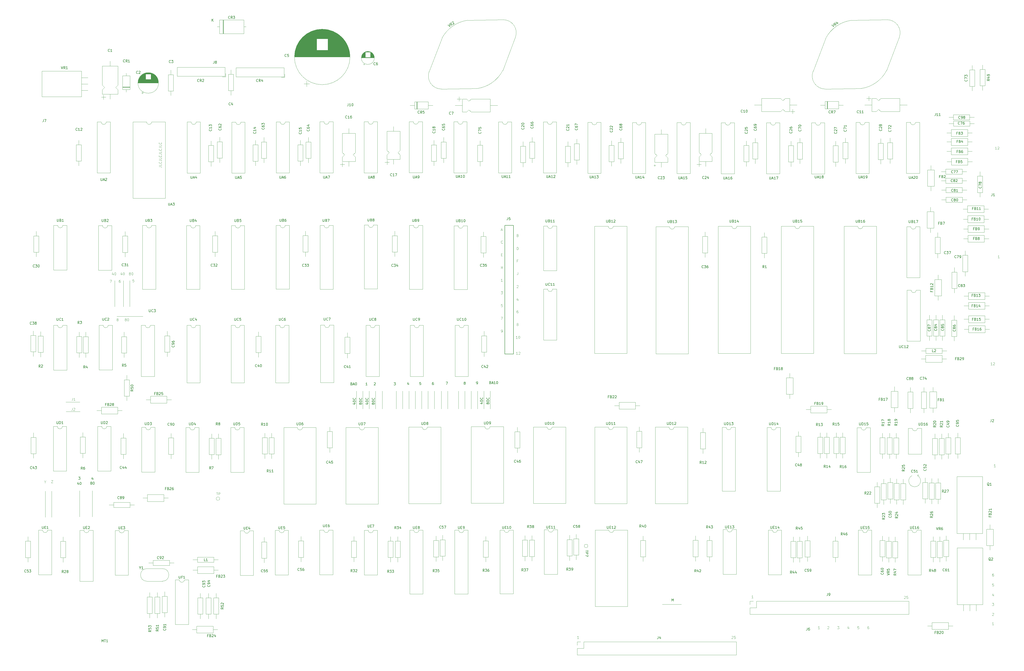
<source format=gbr>
G04 #@! TF.GenerationSoftware,KiCad,Pcbnew,9.0.3-unknown-202507311736~b5c2ed30be~ubuntu24.04.1*
G04 #@! TF.CreationDate,2025-08-04T14:24:46+01:00*
G04 #@! TF.ProjectId,Commodore PET Universal Dynamic,436f6d6d-6f64-46f7-9265-205045542055,REV A*
G04 #@! TF.SameCoordinates,Original*
G04 #@! TF.FileFunction,Legend,Top*
G04 #@! TF.FilePolarity,Positive*
%FSLAX46Y46*%
G04 Gerber Fmt 4.6, Leading zero omitted, Abs format (unit mm)*
G04 Created by KiCad (PCBNEW 9.0.3-unknown-202507311736~b5c2ed30be~ubuntu24.04.1) date 2025-08-04 14:24:46*
%MOMM*%
%LPD*%
G01*
G04 APERTURE LIST*
%ADD10C,0.150000*%
%ADD11C,0.125000*%
%ADD12C,0.200000*%
%ADD13C,0.120000*%
G04 APERTURE END LIST*
D10*
X280150000Y-149420000D02*
X283650000Y-149420000D01*
X283650000Y-200920000D01*
X280150000Y-200920000D01*
X280150000Y-149420000D01*
D11*
X125163188Y-187119690D02*
X125067950Y-187072071D01*
X125067950Y-187072071D02*
X125020331Y-187024452D01*
X125020331Y-187024452D02*
X124972712Y-186929214D01*
X124972712Y-186929214D02*
X124972712Y-186881595D01*
X124972712Y-186881595D02*
X125020331Y-186786357D01*
X125020331Y-186786357D02*
X125067950Y-186738738D01*
X125067950Y-186738738D02*
X125163188Y-186691119D01*
X125163188Y-186691119D02*
X125353664Y-186691119D01*
X125353664Y-186691119D02*
X125448902Y-186738738D01*
X125448902Y-186738738D02*
X125496521Y-186786357D01*
X125496521Y-186786357D02*
X125544140Y-186881595D01*
X125544140Y-186881595D02*
X125544140Y-186929214D01*
X125544140Y-186929214D02*
X125496521Y-187024452D01*
X125496521Y-187024452D02*
X125448902Y-187072071D01*
X125448902Y-187072071D02*
X125353664Y-187119690D01*
X125353664Y-187119690D02*
X125163188Y-187119690D01*
X125163188Y-187119690D02*
X125067950Y-187167309D01*
X125067950Y-187167309D02*
X125020331Y-187214928D01*
X125020331Y-187214928D02*
X124972712Y-187310166D01*
X124972712Y-187310166D02*
X124972712Y-187500642D01*
X124972712Y-187500642D02*
X125020331Y-187595880D01*
X125020331Y-187595880D02*
X125067950Y-187643500D01*
X125067950Y-187643500D02*
X125163188Y-187691119D01*
X125163188Y-187691119D02*
X125353664Y-187691119D01*
X125353664Y-187691119D02*
X125448902Y-187643500D01*
X125448902Y-187643500D02*
X125496521Y-187595880D01*
X125496521Y-187595880D02*
X125544140Y-187500642D01*
X125544140Y-187500642D02*
X125544140Y-187310166D01*
X125544140Y-187310166D02*
X125496521Y-187214928D01*
X125496521Y-187214928D02*
X125448902Y-187167309D01*
X125448902Y-187167309D02*
X125353664Y-187119690D01*
X128401284Y-187119690D02*
X128306046Y-187072071D01*
X128306046Y-187072071D02*
X128258427Y-187024452D01*
X128258427Y-187024452D02*
X128210808Y-186929214D01*
X128210808Y-186929214D02*
X128210808Y-186881595D01*
X128210808Y-186881595D02*
X128258427Y-186786357D01*
X128258427Y-186786357D02*
X128306046Y-186738738D01*
X128306046Y-186738738D02*
X128401284Y-186691119D01*
X128401284Y-186691119D02*
X128591760Y-186691119D01*
X128591760Y-186691119D02*
X128686998Y-186738738D01*
X128686998Y-186738738D02*
X128734617Y-186786357D01*
X128734617Y-186786357D02*
X128782236Y-186881595D01*
X128782236Y-186881595D02*
X128782236Y-186929214D01*
X128782236Y-186929214D02*
X128734617Y-187024452D01*
X128734617Y-187024452D02*
X128686998Y-187072071D01*
X128686998Y-187072071D02*
X128591760Y-187119690D01*
X128591760Y-187119690D02*
X128401284Y-187119690D01*
X128401284Y-187119690D02*
X128306046Y-187167309D01*
X128306046Y-187167309D02*
X128258427Y-187214928D01*
X128258427Y-187214928D02*
X128210808Y-187310166D01*
X128210808Y-187310166D02*
X128210808Y-187500642D01*
X128210808Y-187500642D02*
X128258427Y-187595880D01*
X128258427Y-187595880D02*
X128306046Y-187643500D01*
X128306046Y-187643500D02*
X128401284Y-187691119D01*
X128401284Y-187691119D02*
X128591760Y-187691119D01*
X128591760Y-187691119D02*
X128686998Y-187643500D01*
X128686998Y-187643500D02*
X128734617Y-187595880D01*
X128734617Y-187595880D02*
X128782236Y-187500642D01*
X128782236Y-187500642D02*
X128782236Y-187310166D01*
X128782236Y-187310166D02*
X128734617Y-187214928D01*
X128734617Y-187214928D02*
X128686998Y-187167309D01*
X128686998Y-187167309D02*
X128591760Y-187119690D01*
X129401284Y-186691119D02*
X129496522Y-186691119D01*
X129496522Y-186691119D02*
X129591760Y-186738738D01*
X129591760Y-186738738D02*
X129639379Y-186786357D01*
X129639379Y-186786357D02*
X129686998Y-186881595D01*
X129686998Y-186881595D02*
X129734617Y-187072071D01*
X129734617Y-187072071D02*
X129734617Y-187310166D01*
X129734617Y-187310166D02*
X129686998Y-187500642D01*
X129686998Y-187500642D02*
X129639379Y-187595880D01*
X129639379Y-187595880D02*
X129591760Y-187643500D01*
X129591760Y-187643500D02*
X129496522Y-187691119D01*
X129496522Y-187691119D02*
X129401284Y-187691119D01*
X129401284Y-187691119D02*
X129306046Y-187643500D01*
X129306046Y-187643500D02*
X129258427Y-187595880D01*
X129258427Y-187595880D02*
X129210808Y-187500642D01*
X129210808Y-187500642D02*
X129163189Y-187310166D01*
X129163189Y-187310166D02*
X129163189Y-187072071D01*
X129163189Y-187072071D02*
X129210808Y-186881595D01*
X129210808Y-186881595D02*
X129258427Y-186786357D01*
X129258427Y-186786357D02*
X129306046Y-186738738D01*
X129306046Y-186738738D02*
X129401284Y-186691119D01*
X409272712Y-309966357D02*
X409320331Y-309918738D01*
X409320331Y-309918738D02*
X409415569Y-309871119D01*
X409415569Y-309871119D02*
X409653664Y-309871119D01*
X409653664Y-309871119D02*
X409748902Y-309918738D01*
X409748902Y-309918738D02*
X409796521Y-309966357D01*
X409796521Y-309966357D02*
X409844140Y-310061595D01*
X409844140Y-310061595D02*
X409844140Y-310156833D01*
X409844140Y-310156833D02*
X409796521Y-310299690D01*
X409796521Y-310299690D02*
X409225093Y-310871119D01*
X409225093Y-310871119D02*
X409844140Y-310871119D01*
D10*
X114679636Y-252518390D02*
X114584398Y-252470771D01*
X114584398Y-252470771D02*
X114536779Y-252423152D01*
X114536779Y-252423152D02*
X114489160Y-252327914D01*
X114489160Y-252327914D02*
X114489160Y-252280295D01*
X114489160Y-252280295D02*
X114536779Y-252185057D01*
X114536779Y-252185057D02*
X114584398Y-252137438D01*
X114584398Y-252137438D02*
X114679636Y-252089819D01*
X114679636Y-252089819D02*
X114870112Y-252089819D01*
X114870112Y-252089819D02*
X114965350Y-252137438D01*
X114965350Y-252137438D02*
X115012969Y-252185057D01*
X115012969Y-252185057D02*
X115060588Y-252280295D01*
X115060588Y-252280295D02*
X115060588Y-252327914D01*
X115060588Y-252327914D02*
X115012969Y-252423152D01*
X115012969Y-252423152D02*
X114965350Y-252470771D01*
X114965350Y-252470771D02*
X114870112Y-252518390D01*
X114870112Y-252518390D02*
X114679636Y-252518390D01*
X114679636Y-252518390D02*
X114584398Y-252566009D01*
X114584398Y-252566009D02*
X114536779Y-252613628D01*
X114536779Y-252613628D02*
X114489160Y-252708866D01*
X114489160Y-252708866D02*
X114489160Y-252899342D01*
X114489160Y-252899342D02*
X114536779Y-252994580D01*
X114536779Y-252994580D02*
X114584398Y-253042200D01*
X114584398Y-253042200D02*
X114679636Y-253089819D01*
X114679636Y-253089819D02*
X114870112Y-253089819D01*
X114870112Y-253089819D02*
X114965350Y-253042200D01*
X114965350Y-253042200D02*
X115012969Y-252994580D01*
X115012969Y-252994580D02*
X115060588Y-252899342D01*
X115060588Y-252899342D02*
X115060588Y-252708866D01*
X115060588Y-252708866D02*
X115012969Y-252613628D01*
X115012969Y-252613628D02*
X114965350Y-252566009D01*
X114965350Y-252566009D02*
X114870112Y-252518390D01*
X115679636Y-252089819D02*
X115774874Y-252089819D01*
X115774874Y-252089819D02*
X115870112Y-252137438D01*
X115870112Y-252137438D02*
X115917731Y-252185057D01*
X115917731Y-252185057D02*
X115965350Y-252280295D01*
X115965350Y-252280295D02*
X116012969Y-252470771D01*
X116012969Y-252470771D02*
X116012969Y-252708866D01*
X116012969Y-252708866D02*
X115965350Y-252899342D01*
X115965350Y-252899342D02*
X115917731Y-252994580D01*
X115917731Y-252994580D02*
X115870112Y-253042200D01*
X115870112Y-253042200D02*
X115774874Y-253089819D01*
X115774874Y-253089819D02*
X115679636Y-253089819D01*
X115679636Y-253089819D02*
X115584398Y-253042200D01*
X115584398Y-253042200D02*
X115536779Y-252994580D01*
X115536779Y-252994580D02*
X115489160Y-252899342D01*
X115489160Y-252899342D02*
X115441541Y-252708866D01*
X115441541Y-252708866D02*
X115441541Y-252470771D01*
X115441541Y-252470771D02*
X115489160Y-252280295D01*
X115489160Y-252280295D02*
X115536779Y-252185057D01*
X115536779Y-252185057D02*
X115584398Y-252137438D01*
X115584398Y-252137438D02*
X115679636Y-252089819D01*
D11*
X279291759Y-156495880D02*
X279244140Y-156543500D01*
X279244140Y-156543500D02*
X279101283Y-156591119D01*
X279101283Y-156591119D02*
X279006045Y-156591119D01*
X279006045Y-156591119D02*
X278863188Y-156543500D01*
X278863188Y-156543500D02*
X278767950Y-156448261D01*
X278767950Y-156448261D02*
X278720331Y-156353023D01*
X278720331Y-156353023D02*
X278672712Y-156162547D01*
X278672712Y-156162547D02*
X278672712Y-156019690D01*
X278672712Y-156019690D02*
X278720331Y-155829214D01*
X278720331Y-155829214D02*
X278767950Y-155733976D01*
X278767950Y-155733976D02*
X278863188Y-155638738D01*
X278863188Y-155638738D02*
X279006045Y-155591119D01*
X279006045Y-155591119D02*
X279101283Y-155591119D01*
X279101283Y-155591119D02*
X279244140Y-155638738D01*
X279244140Y-155638738D02*
X279291759Y-155686357D01*
D12*
X218889006Y-212830409D02*
X219031863Y-212878028D01*
X219031863Y-212878028D02*
X219079482Y-212925647D01*
X219079482Y-212925647D02*
X219127101Y-213020885D01*
X219127101Y-213020885D02*
X219127101Y-213163742D01*
X219127101Y-213163742D02*
X219079482Y-213258980D01*
X219079482Y-213258980D02*
X219031863Y-213306600D01*
X219031863Y-213306600D02*
X218936625Y-213354219D01*
X218936625Y-213354219D02*
X218555673Y-213354219D01*
X218555673Y-213354219D02*
X218555673Y-212354219D01*
X218555673Y-212354219D02*
X218889006Y-212354219D01*
X218889006Y-212354219D02*
X218984244Y-212401838D01*
X218984244Y-212401838D02*
X219031863Y-212449457D01*
X219031863Y-212449457D02*
X219079482Y-212544695D01*
X219079482Y-212544695D02*
X219079482Y-212639933D01*
X219079482Y-212639933D02*
X219031863Y-212735171D01*
X219031863Y-212735171D02*
X218984244Y-212782790D01*
X218984244Y-212782790D02*
X218889006Y-212830409D01*
X218889006Y-212830409D02*
X218555673Y-212830409D01*
X219508054Y-213068504D02*
X219984244Y-213068504D01*
X219412816Y-213354219D02*
X219746149Y-212354219D01*
X219746149Y-212354219D02*
X220079482Y-213354219D01*
X220603292Y-212354219D02*
X220698530Y-212354219D01*
X220698530Y-212354219D02*
X220793768Y-212401838D01*
X220793768Y-212401838D02*
X220841387Y-212449457D01*
X220841387Y-212449457D02*
X220889006Y-212544695D01*
X220889006Y-212544695D02*
X220936625Y-212735171D01*
X220936625Y-212735171D02*
X220936625Y-212973266D01*
X220936625Y-212973266D02*
X220889006Y-213163742D01*
X220889006Y-213163742D02*
X220841387Y-213258980D01*
X220841387Y-213258980D02*
X220793768Y-213306600D01*
X220793768Y-213306600D02*
X220698530Y-213354219D01*
X220698530Y-213354219D02*
X220603292Y-213354219D01*
X220603292Y-213354219D02*
X220508054Y-213306600D01*
X220508054Y-213306600D02*
X220460435Y-213258980D01*
X220460435Y-213258980D02*
X220412816Y-213163742D01*
X220412816Y-213163742D02*
X220365197Y-212973266D01*
X220365197Y-212973266D02*
X220365197Y-212735171D01*
X220365197Y-212735171D02*
X220412816Y-212544695D01*
X220412816Y-212544695D02*
X220460435Y-212449457D01*
X220460435Y-212449457D02*
X220508054Y-212401838D01*
X220508054Y-212401838D02*
X220603292Y-212354219D01*
D11*
X421796521Y-309871119D02*
X421320331Y-309871119D01*
X421320331Y-309871119D02*
X421272712Y-310347309D01*
X421272712Y-310347309D02*
X421320331Y-310299690D01*
X421320331Y-310299690D02*
X421415569Y-310252071D01*
X421415569Y-310252071D02*
X421653664Y-310252071D01*
X421653664Y-310252071D02*
X421748902Y-310299690D01*
X421748902Y-310299690D02*
X421796521Y-310347309D01*
X421796521Y-310347309D02*
X421844140Y-310442547D01*
X421844140Y-310442547D02*
X421844140Y-310680642D01*
X421844140Y-310680642D02*
X421796521Y-310775880D01*
X421796521Y-310775880D02*
X421748902Y-310823500D01*
X421748902Y-310823500D02*
X421653664Y-310871119D01*
X421653664Y-310871119D02*
X421415569Y-310871119D01*
X421415569Y-310871119D02*
X421320331Y-310823500D01*
X421320331Y-310823500D02*
X421272712Y-310775880D01*
X278720331Y-161167309D02*
X279053664Y-161167309D01*
X279196521Y-161691119D02*
X278720331Y-161691119D01*
X278720331Y-161691119D02*
X278720331Y-160691119D01*
X278720331Y-160691119D02*
X279196521Y-160691119D01*
D12*
X222434790Y-220848469D02*
X222387171Y-220943707D01*
X222387171Y-220943707D02*
X222339552Y-220991326D01*
X222339552Y-220991326D02*
X222244314Y-221038945D01*
X222244314Y-221038945D02*
X222196695Y-221038945D01*
X222196695Y-221038945D02*
X222101457Y-220991326D01*
X222101457Y-220991326D02*
X222053838Y-220943707D01*
X222053838Y-220943707D02*
X222006219Y-220848469D01*
X222006219Y-220848469D02*
X222006219Y-220657993D01*
X222006219Y-220657993D02*
X222053838Y-220562755D01*
X222053838Y-220562755D02*
X222101457Y-220515136D01*
X222101457Y-220515136D02*
X222196695Y-220467517D01*
X222196695Y-220467517D02*
X222244314Y-220467517D01*
X222244314Y-220467517D02*
X222339552Y-220515136D01*
X222339552Y-220515136D02*
X222387171Y-220562755D01*
X222387171Y-220562755D02*
X222434790Y-220657993D01*
X222434790Y-220657993D02*
X222434790Y-220848469D01*
X222434790Y-220848469D02*
X222482409Y-220943707D01*
X222482409Y-220943707D02*
X222530028Y-220991326D01*
X222530028Y-220991326D02*
X222625266Y-221038945D01*
X222625266Y-221038945D02*
X222815742Y-221038945D01*
X222815742Y-221038945D02*
X222910980Y-220991326D01*
X222910980Y-220991326D02*
X222958600Y-220943707D01*
X222958600Y-220943707D02*
X223006219Y-220848469D01*
X223006219Y-220848469D02*
X223006219Y-220657993D01*
X223006219Y-220657993D02*
X222958600Y-220562755D01*
X222958600Y-220562755D02*
X222910980Y-220515136D01*
X222910980Y-220515136D02*
X222815742Y-220467517D01*
X222815742Y-220467517D02*
X222625266Y-220467517D01*
X222625266Y-220467517D02*
X222530028Y-220515136D01*
X222530028Y-220515136D02*
X222482409Y-220562755D01*
X222482409Y-220562755D02*
X222434790Y-220657993D01*
X222006219Y-219848469D02*
X222006219Y-219753231D01*
X222006219Y-219753231D02*
X222053838Y-219657993D01*
X222053838Y-219657993D02*
X222101457Y-219610374D01*
X222101457Y-219610374D02*
X222196695Y-219562755D01*
X222196695Y-219562755D02*
X222387171Y-219515136D01*
X222387171Y-219515136D02*
X222625266Y-219515136D01*
X222625266Y-219515136D02*
X222815742Y-219562755D01*
X222815742Y-219562755D02*
X222910980Y-219610374D01*
X222910980Y-219610374D02*
X222958600Y-219657993D01*
X222958600Y-219657993D02*
X223006219Y-219753231D01*
X223006219Y-219753231D02*
X223006219Y-219848469D01*
X223006219Y-219848469D02*
X222958600Y-219943707D01*
X222958600Y-219943707D02*
X222910980Y-219991326D01*
X222910980Y-219991326D02*
X222815742Y-220038945D01*
X222815742Y-220038945D02*
X222625266Y-220086564D01*
X222625266Y-220086564D02*
X222387171Y-220086564D01*
X222387171Y-220086564D02*
X222196695Y-220038945D01*
X222196695Y-220038945D02*
X222101457Y-219991326D01*
X222101457Y-219991326D02*
X222053838Y-219943707D01*
X222053838Y-219943707D02*
X222006219Y-219848469D01*
X222910980Y-218515136D02*
X222958600Y-218562755D01*
X222958600Y-218562755D02*
X223006219Y-218705612D01*
X223006219Y-218705612D02*
X223006219Y-218800850D01*
X223006219Y-218800850D02*
X222958600Y-218943707D01*
X222958600Y-218943707D02*
X222863361Y-219038945D01*
X222863361Y-219038945D02*
X222768123Y-219086564D01*
X222768123Y-219086564D02*
X222577647Y-219134183D01*
X222577647Y-219134183D02*
X222434790Y-219134183D01*
X222434790Y-219134183D02*
X222244314Y-219086564D01*
X222244314Y-219086564D02*
X222149076Y-219038945D01*
X222149076Y-219038945D02*
X222053838Y-218943707D01*
X222053838Y-218943707D02*
X222006219Y-218800850D01*
X222006219Y-218800850D02*
X222006219Y-218705612D01*
X222006219Y-218705612D02*
X222053838Y-218562755D01*
X222053838Y-218562755D02*
X222101457Y-218515136D01*
D11*
X122225093Y-171291119D02*
X122891759Y-171291119D01*
X122891759Y-171291119D02*
X122463188Y-172291119D01*
D12*
X224879552Y-220562755D02*
X225546219Y-220562755D01*
X224498600Y-220800850D02*
X225212885Y-221038945D01*
X225212885Y-221038945D02*
X225212885Y-220419898D01*
X224546219Y-219848469D02*
X224546219Y-219753231D01*
X224546219Y-219753231D02*
X224593838Y-219657993D01*
X224593838Y-219657993D02*
X224641457Y-219610374D01*
X224641457Y-219610374D02*
X224736695Y-219562755D01*
X224736695Y-219562755D02*
X224927171Y-219515136D01*
X224927171Y-219515136D02*
X225165266Y-219515136D01*
X225165266Y-219515136D02*
X225355742Y-219562755D01*
X225355742Y-219562755D02*
X225450980Y-219610374D01*
X225450980Y-219610374D02*
X225498600Y-219657993D01*
X225498600Y-219657993D02*
X225546219Y-219753231D01*
X225546219Y-219753231D02*
X225546219Y-219848469D01*
X225546219Y-219848469D02*
X225498600Y-219943707D01*
X225498600Y-219943707D02*
X225450980Y-219991326D01*
X225450980Y-219991326D02*
X225355742Y-220038945D01*
X225355742Y-220038945D02*
X225165266Y-220086564D01*
X225165266Y-220086564D02*
X224927171Y-220086564D01*
X224927171Y-220086564D02*
X224736695Y-220038945D01*
X224736695Y-220038945D02*
X224641457Y-219991326D01*
X224641457Y-219991326D02*
X224593838Y-219943707D01*
X224593838Y-219943707D02*
X224546219Y-219848469D01*
X225450980Y-218515136D02*
X225498600Y-218562755D01*
X225498600Y-218562755D02*
X225546219Y-218705612D01*
X225546219Y-218705612D02*
X225546219Y-218800850D01*
X225546219Y-218800850D02*
X225498600Y-218943707D01*
X225498600Y-218943707D02*
X225403361Y-219038945D01*
X225403361Y-219038945D02*
X225308123Y-219086564D01*
X225308123Y-219086564D02*
X225117647Y-219134183D01*
X225117647Y-219134183D02*
X224974790Y-219134183D01*
X224974790Y-219134183D02*
X224784314Y-219086564D01*
X224784314Y-219086564D02*
X224689076Y-219038945D01*
X224689076Y-219038945D02*
X224593838Y-218943707D01*
X224593838Y-218943707D02*
X224546219Y-218800850D01*
X224546219Y-218800850D02*
X224546219Y-218705612D01*
X224546219Y-218705612D02*
X224593838Y-218562755D01*
X224593838Y-218562755D02*
X224641457Y-218515136D01*
D10*
X109691541Y-250139819D02*
X110310588Y-250139819D01*
X110310588Y-250139819D02*
X109977255Y-250520771D01*
X109977255Y-250520771D02*
X110120112Y-250520771D01*
X110120112Y-250520771D02*
X110215350Y-250568390D01*
X110215350Y-250568390D02*
X110262969Y-250616009D01*
X110262969Y-250616009D02*
X110310588Y-250711247D01*
X110310588Y-250711247D02*
X110310588Y-250949342D01*
X110310588Y-250949342D02*
X110262969Y-251044580D01*
X110262969Y-251044580D02*
X110215350Y-251092200D01*
X110215350Y-251092200D02*
X110120112Y-251139819D01*
X110120112Y-251139819D02*
X109834398Y-251139819D01*
X109834398Y-251139819D02*
X109739160Y-251092200D01*
X109739160Y-251092200D02*
X109691541Y-251044580D01*
D11*
X285344140Y-201091119D02*
X284772712Y-201091119D01*
X285058426Y-201091119D02*
X285058426Y-200091119D01*
X285058426Y-200091119D02*
X284963188Y-200233976D01*
X284963188Y-200233976D02*
X284867950Y-200329214D01*
X284867950Y-200329214D02*
X284772712Y-200376833D01*
X285725093Y-200186357D02*
X285772712Y-200138738D01*
X285772712Y-200138738D02*
X285867950Y-200091119D01*
X285867950Y-200091119D02*
X286106045Y-200091119D01*
X286106045Y-200091119D02*
X286201283Y-200138738D01*
X286201283Y-200138738D02*
X286248902Y-200186357D01*
X286248902Y-200186357D02*
X286296521Y-200281595D01*
X286296521Y-200281595D02*
X286296521Y-200376833D01*
X286296521Y-200376833D02*
X286248902Y-200519690D01*
X286248902Y-200519690D02*
X285677474Y-201091119D01*
X285677474Y-201091119D02*
X286296521Y-201091119D01*
X475648902Y-288791119D02*
X475458426Y-288791119D01*
X475458426Y-288791119D02*
X475363188Y-288838738D01*
X475363188Y-288838738D02*
X475315569Y-288886357D01*
X475315569Y-288886357D02*
X475220331Y-289029214D01*
X475220331Y-289029214D02*
X475172712Y-289219690D01*
X475172712Y-289219690D02*
X475172712Y-289600642D01*
X475172712Y-289600642D02*
X475220331Y-289695880D01*
X475220331Y-289695880D02*
X475267950Y-289743500D01*
X475267950Y-289743500D02*
X475363188Y-289791119D01*
X475363188Y-289791119D02*
X475553664Y-289791119D01*
X475553664Y-289791119D02*
X475648902Y-289743500D01*
X475648902Y-289743500D02*
X475696521Y-289695880D01*
X475696521Y-289695880D02*
X475744140Y-289600642D01*
X475744140Y-289600642D02*
X475744140Y-289362547D01*
X475744140Y-289362547D02*
X475696521Y-289267309D01*
X475696521Y-289267309D02*
X475648902Y-289219690D01*
X475648902Y-289219690D02*
X475553664Y-289172071D01*
X475553664Y-289172071D02*
X475363188Y-289172071D01*
X475363188Y-289172071D02*
X475267950Y-289219690D01*
X475267950Y-289219690D02*
X475220331Y-289267309D01*
X475220331Y-289267309D02*
X475172712Y-289362547D01*
X309744140Y-314791119D02*
X309172712Y-314791119D01*
X309458426Y-314791119D02*
X309458426Y-313791119D01*
X309458426Y-313791119D02*
X309363188Y-313933976D01*
X309363188Y-313933976D02*
X309267950Y-314029214D01*
X309267950Y-314029214D02*
X309172712Y-314076833D01*
X279196521Y-180991119D02*
X278720331Y-180991119D01*
X278720331Y-180991119D02*
X278672712Y-181467309D01*
X278672712Y-181467309D02*
X278720331Y-181419690D01*
X278720331Y-181419690D02*
X278815569Y-181372071D01*
X278815569Y-181372071D02*
X279053664Y-181372071D01*
X279053664Y-181372071D02*
X279148902Y-181419690D01*
X279148902Y-181419690D02*
X279196521Y-181467309D01*
X279196521Y-181467309D02*
X279244140Y-181562547D01*
X279244140Y-181562547D02*
X279244140Y-181800642D01*
X279244140Y-181800642D02*
X279196521Y-181895880D01*
X279196521Y-181895880D02*
X279148902Y-181943500D01*
X279148902Y-181943500D02*
X279053664Y-181991119D01*
X279053664Y-181991119D02*
X278815569Y-181991119D01*
X278815569Y-181991119D02*
X278720331Y-181943500D01*
X278720331Y-181943500D02*
X278672712Y-181895880D01*
X285163188Y-189019690D02*
X285067950Y-188972071D01*
X285067950Y-188972071D02*
X285020331Y-188924452D01*
X285020331Y-188924452D02*
X284972712Y-188829214D01*
X284972712Y-188829214D02*
X284972712Y-188781595D01*
X284972712Y-188781595D02*
X285020331Y-188686357D01*
X285020331Y-188686357D02*
X285067950Y-188638738D01*
X285067950Y-188638738D02*
X285163188Y-188591119D01*
X285163188Y-188591119D02*
X285353664Y-188591119D01*
X285353664Y-188591119D02*
X285448902Y-188638738D01*
X285448902Y-188638738D02*
X285496521Y-188686357D01*
X285496521Y-188686357D02*
X285544140Y-188781595D01*
X285544140Y-188781595D02*
X285544140Y-188829214D01*
X285544140Y-188829214D02*
X285496521Y-188924452D01*
X285496521Y-188924452D02*
X285448902Y-188972071D01*
X285448902Y-188972071D02*
X285353664Y-189019690D01*
X285353664Y-189019690D02*
X285163188Y-189019690D01*
X285163188Y-189019690D02*
X285067950Y-189067309D01*
X285067950Y-189067309D02*
X285020331Y-189114928D01*
X285020331Y-189114928D02*
X284972712Y-189210166D01*
X284972712Y-189210166D02*
X284972712Y-189400642D01*
X284972712Y-189400642D02*
X285020331Y-189495880D01*
X285020331Y-189495880D02*
X285067950Y-189543500D01*
X285067950Y-189543500D02*
X285163188Y-189591119D01*
X285163188Y-189591119D02*
X285353664Y-189591119D01*
X285353664Y-189591119D02*
X285448902Y-189543500D01*
X285448902Y-189543500D02*
X285496521Y-189495880D01*
X285496521Y-189495880D02*
X285544140Y-189400642D01*
X285544140Y-189400642D02*
X285544140Y-189210166D01*
X285544140Y-189210166D02*
X285496521Y-189114928D01*
X285496521Y-189114928D02*
X285448902Y-189067309D01*
X285448902Y-189067309D02*
X285353664Y-189019690D01*
X278720331Y-166791119D02*
X278720331Y-165791119D01*
X278720331Y-166267309D02*
X279291759Y-166267309D01*
X279291759Y-166791119D02*
X279291759Y-165791119D01*
X285448902Y-183491119D02*
X285258426Y-183491119D01*
X285258426Y-183491119D02*
X285163188Y-183538738D01*
X285163188Y-183538738D02*
X285115569Y-183586357D01*
X285115569Y-183586357D02*
X285020331Y-183729214D01*
X285020331Y-183729214D02*
X284972712Y-183919690D01*
X284972712Y-183919690D02*
X284972712Y-184300642D01*
X284972712Y-184300642D02*
X285020331Y-184395880D01*
X285020331Y-184395880D02*
X285067950Y-184443500D01*
X285067950Y-184443500D02*
X285163188Y-184491119D01*
X285163188Y-184491119D02*
X285353664Y-184491119D01*
X285353664Y-184491119D02*
X285448902Y-184443500D01*
X285448902Y-184443500D02*
X285496521Y-184395880D01*
X285496521Y-184395880D02*
X285544140Y-184300642D01*
X285544140Y-184300642D02*
X285544140Y-184062547D01*
X285544140Y-184062547D02*
X285496521Y-183967309D01*
X285496521Y-183967309D02*
X285448902Y-183919690D01*
X285448902Y-183919690D02*
X285353664Y-183872071D01*
X285353664Y-183872071D02*
X285163188Y-183872071D01*
X285163188Y-183872071D02*
X285067950Y-183919690D01*
X285067950Y-183919690D02*
X285020331Y-183967309D01*
X285020331Y-183967309D02*
X284972712Y-184062547D01*
D12*
X268895292Y-212973219D02*
X269085768Y-212973219D01*
X269085768Y-212973219D02*
X269181006Y-212925600D01*
X269181006Y-212925600D02*
X269228625Y-212877980D01*
X269228625Y-212877980D02*
X269323863Y-212735123D01*
X269323863Y-212735123D02*
X269371482Y-212544647D01*
X269371482Y-212544647D02*
X269371482Y-212163695D01*
X269371482Y-212163695D02*
X269323863Y-212068457D01*
X269323863Y-212068457D02*
X269276244Y-212020838D01*
X269276244Y-212020838D02*
X269181006Y-211973219D01*
X269181006Y-211973219D02*
X268990530Y-211973219D01*
X268990530Y-211973219D02*
X268895292Y-212020838D01*
X268895292Y-212020838D02*
X268847673Y-212068457D01*
X268847673Y-212068457D02*
X268800054Y-212163695D01*
X268800054Y-212163695D02*
X268800054Y-212401790D01*
X268800054Y-212401790D02*
X268847673Y-212497028D01*
X268847673Y-212497028D02*
X268895292Y-212544647D01*
X268895292Y-212544647D02*
X268990530Y-212592266D01*
X268990530Y-212592266D02*
X269181006Y-212592266D01*
X269181006Y-212592266D02*
X269276244Y-212544647D01*
X269276244Y-212544647D02*
X269323863Y-212497028D01*
X269323863Y-212497028D02*
X269371482Y-212401790D01*
D11*
X96314807Y-252044928D02*
X96314807Y-252521119D01*
X95981474Y-251521119D02*
X96314807Y-252044928D01*
X96314807Y-252044928D02*
X96648140Y-251521119D01*
X476444140Y-246091119D02*
X475872712Y-246091119D01*
X476158426Y-246091119D02*
X476158426Y-245091119D01*
X476158426Y-245091119D02*
X476063188Y-245233976D01*
X476063188Y-245233976D02*
X475967950Y-245329214D01*
X475967950Y-245329214D02*
X475872712Y-245376833D01*
D12*
X256687435Y-212100219D02*
X257354101Y-212100219D01*
X257354101Y-212100219D02*
X256925530Y-213100219D01*
D11*
X141871119Y-125893954D02*
X142585404Y-125893954D01*
X142585404Y-125893954D02*
X142728261Y-125941573D01*
X142728261Y-125941573D02*
X142823500Y-126036811D01*
X142823500Y-126036811D02*
X142871119Y-126179668D01*
X142871119Y-126179668D02*
X142871119Y-126274906D01*
X142871119Y-124941573D02*
X142871119Y-125417763D01*
X142871119Y-125417763D02*
X141871119Y-125417763D01*
X142775880Y-124036811D02*
X142823500Y-124084430D01*
X142823500Y-124084430D02*
X142871119Y-124227287D01*
X142871119Y-124227287D02*
X142871119Y-124322525D01*
X142871119Y-124322525D02*
X142823500Y-124465382D01*
X142823500Y-124465382D02*
X142728261Y-124560620D01*
X142728261Y-124560620D02*
X142633023Y-124608239D01*
X142633023Y-124608239D02*
X142442547Y-124655858D01*
X142442547Y-124655858D02*
X142299690Y-124655858D01*
X142299690Y-124655858D02*
X142109214Y-124608239D01*
X142109214Y-124608239D02*
X142013976Y-124560620D01*
X142013976Y-124560620D02*
X141918738Y-124465382D01*
X141918738Y-124465382D02*
X141871119Y-124322525D01*
X141871119Y-124322525D02*
X141871119Y-124227287D01*
X141871119Y-124227287D02*
X141918738Y-124084430D01*
X141918738Y-124084430D02*
X141966357Y-124036811D01*
X141871119Y-123322525D02*
X142585404Y-123322525D01*
X142585404Y-123322525D02*
X142728261Y-123370144D01*
X142728261Y-123370144D02*
X142823500Y-123465382D01*
X142823500Y-123465382D02*
X142871119Y-123608239D01*
X142871119Y-123608239D02*
X142871119Y-123703477D01*
X142871119Y-122370144D02*
X142871119Y-122846334D01*
X142871119Y-122846334D02*
X141871119Y-122846334D01*
X142775880Y-121465382D02*
X142823500Y-121513001D01*
X142823500Y-121513001D02*
X142871119Y-121655858D01*
X142871119Y-121655858D02*
X142871119Y-121751096D01*
X142871119Y-121751096D02*
X142823500Y-121893953D01*
X142823500Y-121893953D02*
X142728261Y-121989191D01*
X142728261Y-121989191D02*
X142633023Y-122036810D01*
X142633023Y-122036810D02*
X142442547Y-122084429D01*
X142442547Y-122084429D02*
X142299690Y-122084429D01*
X142299690Y-122084429D02*
X142109214Y-122036810D01*
X142109214Y-122036810D02*
X142013976Y-121989191D01*
X142013976Y-121989191D02*
X141918738Y-121893953D01*
X141918738Y-121893953D02*
X141871119Y-121751096D01*
X141871119Y-121751096D02*
X141871119Y-121655858D01*
X141871119Y-121655858D02*
X141918738Y-121513001D01*
X141918738Y-121513001D02*
X141966357Y-121465382D01*
X141871119Y-120751096D02*
X142585404Y-120751096D01*
X142585404Y-120751096D02*
X142728261Y-120798715D01*
X142728261Y-120798715D02*
X142823500Y-120893953D01*
X142823500Y-120893953D02*
X142871119Y-121036810D01*
X142871119Y-121036810D02*
X142871119Y-121132048D01*
X142871119Y-119798715D02*
X142871119Y-120274905D01*
X142871119Y-120274905D02*
X141871119Y-120274905D01*
X142775880Y-118893953D02*
X142823500Y-118941572D01*
X142823500Y-118941572D02*
X142871119Y-119084429D01*
X142871119Y-119084429D02*
X142871119Y-119179667D01*
X142871119Y-119179667D02*
X142823500Y-119322524D01*
X142823500Y-119322524D02*
X142728261Y-119417762D01*
X142728261Y-119417762D02*
X142633023Y-119465381D01*
X142633023Y-119465381D02*
X142442547Y-119513000D01*
X142442547Y-119513000D02*
X142299690Y-119513000D01*
X142299690Y-119513000D02*
X142109214Y-119465381D01*
X142109214Y-119465381D02*
X142013976Y-119417762D01*
X142013976Y-119417762D02*
X141918738Y-119322524D01*
X141918738Y-119322524D02*
X141871119Y-119179667D01*
X141871119Y-119179667D02*
X141871119Y-119084429D01*
X141871119Y-119084429D02*
X141918738Y-118941572D01*
X141918738Y-118941572D02*
X141966357Y-118893953D01*
X141871119Y-118179667D02*
X142585404Y-118179667D01*
X142585404Y-118179667D02*
X142728261Y-118227286D01*
X142728261Y-118227286D02*
X142823500Y-118322524D01*
X142823500Y-118322524D02*
X142871119Y-118465381D01*
X142871119Y-118465381D02*
X142871119Y-118560619D01*
X142871119Y-117227286D02*
X142871119Y-117703476D01*
X142871119Y-117703476D02*
X141871119Y-117703476D01*
X142775880Y-116322524D02*
X142823500Y-116370143D01*
X142823500Y-116370143D02*
X142871119Y-116513000D01*
X142871119Y-116513000D02*
X142871119Y-116608238D01*
X142871119Y-116608238D02*
X142823500Y-116751095D01*
X142823500Y-116751095D02*
X142728261Y-116846333D01*
X142728261Y-116846333D02*
X142633023Y-116893952D01*
X142633023Y-116893952D02*
X142442547Y-116941571D01*
X142442547Y-116941571D02*
X142299690Y-116941571D01*
X142299690Y-116941571D02*
X142109214Y-116893952D01*
X142109214Y-116893952D02*
X142013976Y-116846333D01*
X142013976Y-116846333D02*
X141918738Y-116751095D01*
X141918738Y-116751095D02*
X141871119Y-116608238D01*
X141871119Y-116608238D02*
X141871119Y-116513000D01*
X141871119Y-116513000D02*
X141918738Y-116370143D01*
X141918738Y-116370143D02*
X141966357Y-116322524D01*
X285448902Y-178924452D02*
X285448902Y-179591119D01*
X285210807Y-178543500D02*
X284972712Y-179257785D01*
X284972712Y-179257785D02*
X285591759Y-179257785D01*
X475172712Y-304636357D02*
X475220331Y-304588738D01*
X475220331Y-304588738D02*
X475315569Y-304541119D01*
X475315569Y-304541119D02*
X475553664Y-304541119D01*
X475553664Y-304541119D02*
X475648902Y-304588738D01*
X475648902Y-304588738D02*
X475696521Y-304636357D01*
X475696521Y-304636357D02*
X475744140Y-304731595D01*
X475744140Y-304731595D02*
X475744140Y-304826833D01*
X475744140Y-304826833D02*
X475696521Y-304969690D01*
X475696521Y-304969690D02*
X475125093Y-305541119D01*
X475125093Y-305541119D02*
X475744140Y-305541119D01*
D12*
X227514790Y-220848469D02*
X227467171Y-220943707D01*
X227467171Y-220943707D02*
X227419552Y-220991326D01*
X227419552Y-220991326D02*
X227324314Y-221038945D01*
X227324314Y-221038945D02*
X227276695Y-221038945D01*
X227276695Y-221038945D02*
X227181457Y-220991326D01*
X227181457Y-220991326D02*
X227133838Y-220943707D01*
X227133838Y-220943707D02*
X227086219Y-220848469D01*
X227086219Y-220848469D02*
X227086219Y-220657993D01*
X227086219Y-220657993D02*
X227133838Y-220562755D01*
X227133838Y-220562755D02*
X227181457Y-220515136D01*
X227181457Y-220515136D02*
X227276695Y-220467517D01*
X227276695Y-220467517D02*
X227324314Y-220467517D01*
X227324314Y-220467517D02*
X227419552Y-220515136D01*
X227419552Y-220515136D02*
X227467171Y-220562755D01*
X227467171Y-220562755D02*
X227514790Y-220657993D01*
X227514790Y-220657993D02*
X227514790Y-220848469D01*
X227514790Y-220848469D02*
X227562409Y-220943707D01*
X227562409Y-220943707D02*
X227610028Y-220991326D01*
X227610028Y-220991326D02*
X227705266Y-221038945D01*
X227705266Y-221038945D02*
X227895742Y-221038945D01*
X227895742Y-221038945D02*
X227990980Y-220991326D01*
X227990980Y-220991326D02*
X228038600Y-220943707D01*
X228038600Y-220943707D02*
X228086219Y-220848469D01*
X228086219Y-220848469D02*
X228086219Y-220657993D01*
X228086219Y-220657993D02*
X228038600Y-220562755D01*
X228038600Y-220562755D02*
X227990980Y-220515136D01*
X227990980Y-220515136D02*
X227895742Y-220467517D01*
X227895742Y-220467517D02*
X227705266Y-220467517D01*
X227705266Y-220467517D02*
X227610028Y-220515136D01*
X227610028Y-220515136D02*
X227562409Y-220562755D01*
X227562409Y-220562755D02*
X227514790Y-220657993D01*
X227086219Y-219848469D02*
X227086219Y-219753231D01*
X227086219Y-219753231D02*
X227133838Y-219657993D01*
X227133838Y-219657993D02*
X227181457Y-219610374D01*
X227181457Y-219610374D02*
X227276695Y-219562755D01*
X227276695Y-219562755D02*
X227467171Y-219515136D01*
X227467171Y-219515136D02*
X227705266Y-219515136D01*
X227705266Y-219515136D02*
X227895742Y-219562755D01*
X227895742Y-219562755D02*
X227990980Y-219610374D01*
X227990980Y-219610374D02*
X228038600Y-219657993D01*
X228038600Y-219657993D02*
X228086219Y-219753231D01*
X228086219Y-219753231D02*
X228086219Y-219848469D01*
X228086219Y-219848469D02*
X228038600Y-219943707D01*
X228038600Y-219943707D02*
X227990980Y-219991326D01*
X227990980Y-219991326D02*
X227895742Y-220038945D01*
X227895742Y-220038945D02*
X227705266Y-220086564D01*
X227705266Y-220086564D02*
X227467171Y-220086564D01*
X227467171Y-220086564D02*
X227276695Y-220038945D01*
X227276695Y-220038945D02*
X227181457Y-219991326D01*
X227181457Y-219991326D02*
X227133838Y-219943707D01*
X227133838Y-219943707D02*
X227086219Y-219848469D01*
X227990980Y-218515136D02*
X228038600Y-218562755D01*
X228038600Y-218562755D02*
X228086219Y-218705612D01*
X228086219Y-218705612D02*
X228086219Y-218800850D01*
X228086219Y-218800850D02*
X228038600Y-218943707D01*
X228038600Y-218943707D02*
X227943361Y-219038945D01*
X227943361Y-219038945D02*
X227848123Y-219086564D01*
X227848123Y-219086564D02*
X227657647Y-219134183D01*
X227657647Y-219134183D02*
X227514790Y-219134183D01*
X227514790Y-219134183D02*
X227324314Y-219086564D01*
X227324314Y-219086564D02*
X227229076Y-219038945D01*
X227229076Y-219038945D02*
X227133838Y-218943707D01*
X227133838Y-218943707D02*
X227086219Y-218800850D01*
X227086219Y-218800850D02*
X227086219Y-218705612D01*
X227086219Y-218705612D02*
X227133838Y-218562755D01*
X227133838Y-218562755D02*
X227181457Y-218515136D01*
D11*
X370922712Y-313886357D02*
X370970331Y-313838738D01*
X370970331Y-313838738D02*
X371065569Y-313791119D01*
X371065569Y-313791119D02*
X371303664Y-313791119D01*
X371303664Y-313791119D02*
X371398902Y-313838738D01*
X371398902Y-313838738D02*
X371446521Y-313886357D01*
X371446521Y-313886357D02*
X371494140Y-313981595D01*
X371494140Y-313981595D02*
X371494140Y-314076833D01*
X371494140Y-314076833D02*
X371446521Y-314219690D01*
X371446521Y-314219690D02*
X370875093Y-314791119D01*
X370875093Y-314791119D02*
X371494140Y-314791119D01*
X372398902Y-313791119D02*
X371922712Y-313791119D01*
X371922712Y-313791119D02*
X371875093Y-314267309D01*
X371875093Y-314267309D02*
X371922712Y-314219690D01*
X371922712Y-314219690D02*
X372017950Y-314172071D01*
X372017950Y-314172071D02*
X372256045Y-314172071D01*
X372256045Y-314172071D02*
X372351283Y-314219690D01*
X372351283Y-314219690D02*
X372398902Y-314267309D01*
X372398902Y-314267309D02*
X372446521Y-314362547D01*
X372446521Y-314362547D02*
X372446521Y-314600642D01*
X372446521Y-314600642D02*
X372398902Y-314695880D01*
X372398902Y-314695880D02*
X372351283Y-314743500D01*
X372351283Y-314743500D02*
X372256045Y-314791119D01*
X372256045Y-314791119D02*
X372017950Y-314791119D01*
X372017950Y-314791119D02*
X371922712Y-314743500D01*
X371922712Y-314743500D02*
X371875093Y-314695880D01*
X285406045Y-168191119D02*
X285406045Y-168905404D01*
X285406045Y-168905404D02*
X285358426Y-169048261D01*
X285358426Y-169048261D02*
X285263188Y-169143500D01*
X285263188Y-169143500D02*
X285120331Y-169191119D01*
X285120331Y-169191119D02*
X285025093Y-169191119D01*
D10*
X115415350Y-250569152D02*
X115415350Y-251235819D01*
X115177255Y-250188200D02*
X114939160Y-250902485D01*
X114939160Y-250902485D02*
X115558207Y-250902485D01*
D11*
X285244140Y-194691119D02*
X284672712Y-194691119D01*
X284958426Y-194691119D02*
X284958426Y-193691119D01*
X284958426Y-193691119D02*
X284863188Y-193833976D01*
X284863188Y-193833976D02*
X284767950Y-193929214D01*
X284767950Y-193929214D02*
X284672712Y-193976833D01*
X285863188Y-193691119D02*
X285958426Y-193691119D01*
X285958426Y-193691119D02*
X286053664Y-193738738D01*
X286053664Y-193738738D02*
X286101283Y-193786357D01*
X286101283Y-193786357D02*
X286148902Y-193881595D01*
X286148902Y-193881595D02*
X286196521Y-194072071D01*
X286196521Y-194072071D02*
X286196521Y-194310166D01*
X286196521Y-194310166D02*
X286148902Y-194500642D01*
X286148902Y-194500642D02*
X286101283Y-194595880D01*
X286101283Y-194595880D02*
X286053664Y-194643500D01*
X286053664Y-194643500D02*
X285958426Y-194691119D01*
X285958426Y-194691119D02*
X285863188Y-194691119D01*
X285863188Y-194691119D02*
X285767950Y-194643500D01*
X285767950Y-194643500D02*
X285720331Y-194595880D01*
X285720331Y-194595880D02*
X285672712Y-194500642D01*
X285672712Y-194500642D02*
X285625093Y-194310166D01*
X285625093Y-194310166D02*
X285625093Y-194072071D01*
X285625093Y-194072071D02*
X285672712Y-193881595D01*
X285672712Y-193881595D02*
X285720331Y-193786357D01*
X285720331Y-193786357D02*
X285767950Y-193738738D01*
X285767950Y-193738738D02*
X285863188Y-193691119D01*
X475696521Y-292791119D02*
X475220331Y-292791119D01*
X475220331Y-292791119D02*
X475172712Y-293267309D01*
X475172712Y-293267309D02*
X475220331Y-293219690D01*
X475220331Y-293219690D02*
X475315569Y-293172071D01*
X475315569Y-293172071D02*
X475553664Y-293172071D01*
X475553664Y-293172071D02*
X475648902Y-293219690D01*
X475648902Y-293219690D02*
X475696521Y-293267309D01*
X475696521Y-293267309D02*
X475744140Y-293362547D01*
X475744140Y-293362547D02*
X475744140Y-293600642D01*
X475744140Y-293600642D02*
X475696521Y-293695880D01*
X475696521Y-293695880D02*
X475648902Y-293743500D01*
X475648902Y-293743500D02*
X475553664Y-293791119D01*
X475553664Y-293791119D02*
X475315569Y-293791119D01*
X475315569Y-293791119D02*
X475220331Y-293743500D01*
X475220331Y-293743500D02*
X475172712Y-293695880D01*
D12*
X273361790Y-220721469D02*
X273314171Y-220816707D01*
X273314171Y-220816707D02*
X273266552Y-220864326D01*
X273266552Y-220864326D02*
X273171314Y-220911945D01*
X273171314Y-220911945D02*
X273123695Y-220911945D01*
X273123695Y-220911945D02*
X273028457Y-220864326D01*
X273028457Y-220864326D02*
X272980838Y-220816707D01*
X272980838Y-220816707D02*
X272933219Y-220721469D01*
X272933219Y-220721469D02*
X272933219Y-220530993D01*
X272933219Y-220530993D02*
X272980838Y-220435755D01*
X272980838Y-220435755D02*
X273028457Y-220388136D01*
X273028457Y-220388136D02*
X273123695Y-220340517D01*
X273123695Y-220340517D02*
X273171314Y-220340517D01*
X273171314Y-220340517D02*
X273266552Y-220388136D01*
X273266552Y-220388136D02*
X273314171Y-220435755D01*
X273314171Y-220435755D02*
X273361790Y-220530993D01*
X273361790Y-220530993D02*
X273361790Y-220721469D01*
X273361790Y-220721469D02*
X273409409Y-220816707D01*
X273409409Y-220816707D02*
X273457028Y-220864326D01*
X273457028Y-220864326D02*
X273552266Y-220911945D01*
X273552266Y-220911945D02*
X273742742Y-220911945D01*
X273742742Y-220911945D02*
X273837980Y-220864326D01*
X273837980Y-220864326D02*
X273885600Y-220816707D01*
X273885600Y-220816707D02*
X273933219Y-220721469D01*
X273933219Y-220721469D02*
X273933219Y-220530993D01*
X273933219Y-220530993D02*
X273885600Y-220435755D01*
X273885600Y-220435755D02*
X273837980Y-220388136D01*
X273837980Y-220388136D02*
X273742742Y-220340517D01*
X273742742Y-220340517D02*
X273552266Y-220340517D01*
X273552266Y-220340517D02*
X273457028Y-220388136D01*
X273457028Y-220388136D02*
X273409409Y-220435755D01*
X273409409Y-220435755D02*
X273361790Y-220530993D01*
X272933219Y-219721469D02*
X272933219Y-219626231D01*
X272933219Y-219626231D02*
X272980838Y-219530993D01*
X272980838Y-219530993D02*
X273028457Y-219483374D01*
X273028457Y-219483374D02*
X273123695Y-219435755D01*
X273123695Y-219435755D02*
X273314171Y-219388136D01*
X273314171Y-219388136D02*
X273552266Y-219388136D01*
X273552266Y-219388136D02*
X273742742Y-219435755D01*
X273742742Y-219435755D02*
X273837980Y-219483374D01*
X273837980Y-219483374D02*
X273885600Y-219530993D01*
X273885600Y-219530993D02*
X273933219Y-219626231D01*
X273933219Y-219626231D02*
X273933219Y-219721469D01*
X273933219Y-219721469D02*
X273885600Y-219816707D01*
X273885600Y-219816707D02*
X273837980Y-219864326D01*
X273837980Y-219864326D02*
X273742742Y-219911945D01*
X273742742Y-219911945D02*
X273552266Y-219959564D01*
X273552266Y-219959564D02*
X273314171Y-219959564D01*
X273314171Y-219959564D02*
X273123695Y-219911945D01*
X273123695Y-219911945D02*
X273028457Y-219864326D01*
X273028457Y-219864326D02*
X272980838Y-219816707D01*
X272980838Y-219816707D02*
X272933219Y-219721469D01*
X273837980Y-218388136D02*
X273885600Y-218435755D01*
X273885600Y-218435755D02*
X273933219Y-218578612D01*
X273933219Y-218578612D02*
X273933219Y-218673850D01*
X273933219Y-218673850D02*
X273885600Y-218816707D01*
X273885600Y-218816707D02*
X273790361Y-218911945D01*
X273790361Y-218911945D02*
X273695123Y-218959564D01*
X273695123Y-218959564D02*
X273504647Y-219007183D01*
X273504647Y-219007183D02*
X273361790Y-219007183D01*
X273361790Y-219007183D02*
X273171314Y-218959564D01*
X273171314Y-218959564D02*
X273076076Y-218911945D01*
X273076076Y-218911945D02*
X272980838Y-218816707D01*
X272980838Y-218816707D02*
X272933219Y-218673850D01*
X272933219Y-218673850D02*
X272933219Y-218578612D01*
X272933219Y-218578612D02*
X272980838Y-218435755D01*
X272980838Y-218435755D02*
X273028457Y-218388136D01*
X235859435Y-212354219D02*
X236478482Y-212354219D01*
X236478482Y-212354219D02*
X236145149Y-212735171D01*
X236145149Y-212735171D02*
X236288006Y-212735171D01*
X236288006Y-212735171D02*
X236383244Y-212782790D01*
X236383244Y-212782790D02*
X236430863Y-212830409D01*
X236430863Y-212830409D02*
X236478482Y-212925647D01*
X236478482Y-212925647D02*
X236478482Y-213163742D01*
X236478482Y-213163742D02*
X236430863Y-213258980D01*
X236430863Y-213258980D02*
X236383244Y-213306600D01*
X236383244Y-213306600D02*
X236288006Y-213354219D01*
X236288006Y-213354219D02*
X236002292Y-213354219D01*
X236002292Y-213354219D02*
X235907054Y-213306600D01*
X235907054Y-213306600D02*
X235859435Y-213258980D01*
D11*
X439922712Y-297886357D02*
X439970331Y-297838738D01*
X439970331Y-297838738D02*
X440065569Y-297791119D01*
X440065569Y-297791119D02*
X440303664Y-297791119D01*
X440303664Y-297791119D02*
X440398902Y-297838738D01*
X440398902Y-297838738D02*
X440446521Y-297886357D01*
X440446521Y-297886357D02*
X440494140Y-297981595D01*
X440494140Y-297981595D02*
X440494140Y-298076833D01*
X440494140Y-298076833D02*
X440446521Y-298219690D01*
X440446521Y-298219690D02*
X439875093Y-298791119D01*
X439875093Y-298791119D02*
X440494140Y-298791119D01*
X441398902Y-297791119D02*
X440922712Y-297791119D01*
X440922712Y-297791119D02*
X440875093Y-298267309D01*
X440875093Y-298267309D02*
X440922712Y-298219690D01*
X440922712Y-298219690D02*
X441017950Y-298172071D01*
X441017950Y-298172071D02*
X441256045Y-298172071D01*
X441256045Y-298172071D02*
X441351283Y-298219690D01*
X441351283Y-298219690D02*
X441398902Y-298267309D01*
X441398902Y-298267309D02*
X441446521Y-298362547D01*
X441446521Y-298362547D02*
X441446521Y-298600642D01*
X441446521Y-298600642D02*
X441398902Y-298695880D01*
X441398902Y-298695880D02*
X441351283Y-298743500D01*
X441351283Y-298743500D02*
X441256045Y-298791119D01*
X441256045Y-298791119D02*
X441017950Y-298791119D01*
X441017950Y-298791119D02*
X440922712Y-298743500D01*
X440922712Y-298743500D02*
X440875093Y-298695880D01*
D12*
X264037530Y-212528790D02*
X263942292Y-212481171D01*
X263942292Y-212481171D02*
X263894673Y-212433552D01*
X263894673Y-212433552D02*
X263847054Y-212338314D01*
X263847054Y-212338314D02*
X263847054Y-212290695D01*
X263847054Y-212290695D02*
X263894673Y-212195457D01*
X263894673Y-212195457D02*
X263942292Y-212147838D01*
X263942292Y-212147838D02*
X264037530Y-212100219D01*
X264037530Y-212100219D02*
X264228006Y-212100219D01*
X264228006Y-212100219D02*
X264323244Y-212147838D01*
X264323244Y-212147838D02*
X264370863Y-212195457D01*
X264370863Y-212195457D02*
X264418482Y-212290695D01*
X264418482Y-212290695D02*
X264418482Y-212338314D01*
X264418482Y-212338314D02*
X264370863Y-212433552D01*
X264370863Y-212433552D02*
X264323244Y-212481171D01*
X264323244Y-212481171D02*
X264228006Y-212528790D01*
X264228006Y-212528790D02*
X264037530Y-212528790D01*
X264037530Y-212528790D02*
X263942292Y-212576409D01*
X263942292Y-212576409D02*
X263894673Y-212624028D01*
X263894673Y-212624028D02*
X263847054Y-212719266D01*
X263847054Y-212719266D02*
X263847054Y-212909742D01*
X263847054Y-212909742D02*
X263894673Y-213004980D01*
X263894673Y-213004980D02*
X263942292Y-213052600D01*
X263942292Y-213052600D02*
X264037530Y-213100219D01*
X264037530Y-213100219D02*
X264228006Y-213100219D01*
X264228006Y-213100219D02*
X264323244Y-213052600D01*
X264323244Y-213052600D02*
X264370863Y-213004980D01*
X264370863Y-213004980D02*
X264418482Y-212909742D01*
X264418482Y-212909742D02*
X264418482Y-212719266D01*
X264418482Y-212719266D02*
X264370863Y-212624028D01*
X264370863Y-212624028D02*
X264323244Y-212576409D01*
X264323244Y-212576409D02*
X264228006Y-212528790D01*
X227906054Y-212449457D02*
X227953673Y-212401838D01*
X227953673Y-212401838D02*
X228048911Y-212354219D01*
X228048911Y-212354219D02*
X228287006Y-212354219D01*
X228287006Y-212354219D02*
X228382244Y-212401838D01*
X228382244Y-212401838D02*
X228429863Y-212449457D01*
X228429863Y-212449457D02*
X228477482Y-212544695D01*
X228477482Y-212544695D02*
X228477482Y-212639933D01*
X228477482Y-212639933D02*
X228429863Y-212782790D01*
X228429863Y-212782790D02*
X227858435Y-213354219D01*
X227858435Y-213354219D02*
X228477482Y-213354219D01*
D11*
X98725093Y-251491119D02*
X99391759Y-251491119D01*
X99391759Y-251491119D02*
X98725093Y-252491119D01*
X98725093Y-252491119D02*
X99391759Y-252491119D01*
D12*
X347019673Y-299787219D02*
X347019673Y-298787219D01*
X347019673Y-298787219D02*
X347353006Y-299501504D01*
X347353006Y-299501504D02*
X347686339Y-298787219D01*
X347686339Y-298787219D02*
X347686339Y-299787219D01*
D11*
X285353664Y-163667309D02*
X285020331Y-163667309D01*
X285020331Y-164191119D02*
X285020331Y-163191119D01*
X285020331Y-163191119D02*
X285496521Y-163191119D01*
X413225093Y-309871119D02*
X413844140Y-309871119D01*
X413844140Y-309871119D02*
X413510807Y-310252071D01*
X413510807Y-310252071D02*
X413653664Y-310252071D01*
X413653664Y-310252071D02*
X413748902Y-310299690D01*
X413748902Y-310299690D02*
X413796521Y-310347309D01*
X413796521Y-310347309D02*
X413844140Y-310442547D01*
X413844140Y-310442547D02*
X413844140Y-310680642D01*
X413844140Y-310680642D02*
X413796521Y-310775880D01*
X413796521Y-310775880D02*
X413748902Y-310823500D01*
X413748902Y-310823500D02*
X413653664Y-310871119D01*
X413653664Y-310871119D02*
X413367950Y-310871119D01*
X413367950Y-310871119D02*
X413272712Y-310823500D01*
X413272712Y-310823500D02*
X413225093Y-310775880D01*
X278625093Y-186091119D02*
X279291759Y-186091119D01*
X279291759Y-186091119D02*
X278863188Y-187091119D01*
X278625093Y-175891119D02*
X279244140Y-175891119D01*
X279244140Y-175891119D02*
X278910807Y-176272071D01*
X278910807Y-176272071D02*
X279053664Y-176272071D01*
X279053664Y-176272071D02*
X279148902Y-176319690D01*
X279148902Y-176319690D02*
X279196521Y-176367309D01*
X279196521Y-176367309D02*
X279244140Y-176462547D01*
X279244140Y-176462547D02*
X279244140Y-176700642D01*
X279244140Y-176700642D02*
X279196521Y-176795880D01*
X279196521Y-176795880D02*
X279148902Y-176843500D01*
X279148902Y-176843500D02*
X279053664Y-176891119D01*
X279053664Y-176891119D02*
X278767950Y-176891119D01*
X278767950Y-176891119D02*
X278672712Y-176843500D01*
X278672712Y-176843500D02*
X278625093Y-176795880D01*
X107306045Y-218491119D02*
X107306045Y-219205404D01*
X107306045Y-219205404D02*
X107258426Y-219348261D01*
X107258426Y-219348261D02*
X107163188Y-219443500D01*
X107163188Y-219443500D02*
X107020331Y-219491119D01*
X107020331Y-219491119D02*
X106925093Y-219491119D01*
X108306045Y-219491119D02*
X107734617Y-219491119D01*
X108020331Y-219491119D02*
X108020331Y-218491119D01*
X108020331Y-218491119D02*
X107925093Y-218633976D01*
X107925093Y-218633976D02*
X107829855Y-218729214D01*
X107829855Y-218729214D02*
X107734617Y-218776833D01*
D12*
X274388006Y-212322409D02*
X274530863Y-212370028D01*
X274530863Y-212370028D02*
X274578482Y-212417647D01*
X274578482Y-212417647D02*
X274626101Y-212512885D01*
X274626101Y-212512885D02*
X274626101Y-212655742D01*
X274626101Y-212655742D02*
X274578482Y-212750980D01*
X274578482Y-212750980D02*
X274530863Y-212798600D01*
X274530863Y-212798600D02*
X274435625Y-212846219D01*
X274435625Y-212846219D02*
X274054673Y-212846219D01*
X274054673Y-212846219D02*
X274054673Y-211846219D01*
X274054673Y-211846219D02*
X274388006Y-211846219D01*
X274388006Y-211846219D02*
X274483244Y-211893838D01*
X274483244Y-211893838D02*
X274530863Y-211941457D01*
X274530863Y-211941457D02*
X274578482Y-212036695D01*
X274578482Y-212036695D02*
X274578482Y-212131933D01*
X274578482Y-212131933D02*
X274530863Y-212227171D01*
X274530863Y-212227171D02*
X274483244Y-212274790D01*
X274483244Y-212274790D02*
X274388006Y-212322409D01*
X274388006Y-212322409D02*
X274054673Y-212322409D01*
X275007054Y-212560504D02*
X275483244Y-212560504D01*
X274911816Y-212846219D02*
X275245149Y-211846219D01*
X275245149Y-211846219D02*
X275578482Y-212846219D01*
X276435625Y-212846219D02*
X275864197Y-212846219D01*
X276149911Y-212846219D02*
X276149911Y-211846219D01*
X276149911Y-211846219D02*
X276054673Y-211989076D01*
X276054673Y-211989076D02*
X275959435Y-212084314D01*
X275959435Y-212084314D02*
X275864197Y-212131933D01*
X277054673Y-211846219D02*
X277149911Y-211846219D01*
X277149911Y-211846219D02*
X277245149Y-211893838D01*
X277245149Y-211893838D02*
X277292768Y-211941457D01*
X277292768Y-211941457D02*
X277340387Y-212036695D01*
X277340387Y-212036695D02*
X277388006Y-212227171D01*
X277388006Y-212227171D02*
X277388006Y-212465266D01*
X277388006Y-212465266D02*
X277340387Y-212655742D01*
X277340387Y-212655742D02*
X277292768Y-212750980D01*
X277292768Y-212750980D02*
X277245149Y-212798600D01*
X277245149Y-212798600D02*
X277149911Y-212846219D01*
X277149911Y-212846219D02*
X277054673Y-212846219D01*
X277054673Y-212846219D02*
X276959435Y-212798600D01*
X276959435Y-212798600D02*
X276911816Y-212750980D01*
X276911816Y-212750980D02*
X276864197Y-212655742D01*
X276864197Y-212655742D02*
X276816578Y-212465266D01*
X276816578Y-212465266D02*
X276816578Y-212227171D01*
X276816578Y-212227171D02*
X276864197Y-212036695D01*
X276864197Y-212036695D02*
X276911816Y-211941457D01*
X276911816Y-211941457D02*
X276959435Y-211893838D01*
X276959435Y-211893838D02*
X277054673Y-211846219D01*
D11*
X475125093Y-300541119D02*
X475744140Y-300541119D01*
X475744140Y-300541119D02*
X475410807Y-300922071D01*
X475410807Y-300922071D02*
X475553664Y-300922071D01*
X475553664Y-300922071D02*
X475648902Y-300969690D01*
X475648902Y-300969690D02*
X475696521Y-301017309D01*
X475696521Y-301017309D02*
X475744140Y-301112547D01*
X475744140Y-301112547D02*
X475744140Y-301350642D01*
X475744140Y-301350642D02*
X475696521Y-301445880D01*
X475696521Y-301445880D02*
X475648902Y-301493500D01*
X475648902Y-301493500D02*
X475553664Y-301541119D01*
X475553664Y-301541119D02*
X475267950Y-301541119D01*
X475267950Y-301541119D02*
X475172712Y-301493500D01*
X475172712Y-301493500D02*
X475125093Y-301445880D01*
X285353664Y-153467309D02*
X285496521Y-153514928D01*
X285496521Y-153514928D02*
X285544140Y-153562547D01*
X285544140Y-153562547D02*
X285591759Y-153657785D01*
X285591759Y-153657785D02*
X285591759Y-153800642D01*
X285591759Y-153800642D02*
X285544140Y-153895880D01*
X285544140Y-153895880D02*
X285496521Y-153943500D01*
X285496521Y-153943500D02*
X285401283Y-153991119D01*
X285401283Y-153991119D02*
X285020331Y-153991119D01*
X285020331Y-153991119D02*
X285020331Y-152991119D01*
X285020331Y-152991119D02*
X285353664Y-152991119D01*
X285353664Y-152991119D02*
X285448902Y-153038738D01*
X285448902Y-153038738D02*
X285496521Y-153086357D01*
X285496521Y-153086357D02*
X285544140Y-153181595D01*
X285544140Y-153181595D02*
X285544140Y-153276833D01*
X285544140Y-153276833D02*
X285496521Y-153372071D01*
X285496521Y-153372071D02*
X285448902Y-153419690D01*
X285448902Y-153419690D02*
X285353664Y-153467309D01*
X285353664Y-153467309D02*
X285020331Y-153467309D01*
D12*
X219799552Y-220562755D02*
X220466219Y-220562755D01*
X219418600Y-220800850D02*
X220132885Y-221038945D01*
X220132885Y-221038945D02*
X220132885Y-220419898D01*
X219466219Y-219848469D02*
X219466219Y-219753231D01*
X219466219Y-219753231D02*
X219513838Y-219657993D01*
X219513838Y-219657993D02*
X219561457Y-219610374D01*
X219561457Y-219610374D02*
X219656695Y-219562755D01*
X219656695Y-219562755D02*
X219847171Y-219515136D01*
X219847171Y-219515136D02*
X220085266Y-219515136D01*
X220085266Y-219515136D02*
X220275742Y-219562755D01*
X220275742Y-219562755D02*
X220370980Y-219610374D01*
X220370980Y-219610374D02*
X220418600Y-219657993D01*
X220418600Y-219657993D02*
X220466219Y-219753231D01*
X220466219Y-219753231D02*
X220466219Y-219848469D01*
X220466219Y-219848469D02*
X220418600Y-219943707D01*
X220418600Y-219943707D02*
X220370980Y-219991326D01*
X220370980Y-219991326D02*
X220275742Y-220038945D01*
X220275742Y-220038945D02*
X220085266Y-220086564D01*
X220085266Y-220086564D02*
X219847171Y-220086564D01*
X219847171Y-220086564D02*
X219656695Y-220038945D01*
X219656695Y-220038945D02*
X219561457Y-219991326D01*
X219561457Y-219991326D02*
X219513838Y-219943707D01*
X219513838Y-219943707D02*
X219466219Y-219848469D01*
X220370980Y-218515136D02*
X220418600Y-218562755D01*
X220418600Y-218562755D02*
X220466219Y-218705612D01*
X220466219Y-218705612D02*
X220466219Y-218800850D01*
X220466219Y-218800850D02*
X220418600Y-218943707D01*
X220418600Y-218943707D02*
X220323361Y-219038945D01*
X220323361Y-219038945D02*
X220228123Y-219086564D01*
X220228123Y-219086564D02*
X220037647Y-219134183D01*
X220037647Y-219134183D02*
X219894790Y-219134183D01*
X219894790Y-219134183D02*
X219704314Y-219086564D01*
X219704314Y-219086564D02*
X219609076Y-219038945D01*
X219609076Y-219038945D02*
X219513838Y-218943707D01*
X219513838Y-218943707D02*
X219466219Y-218800850D01*
X219466219Y-218800850D02*
X219466219Y-218705612D01*
X219466219Y-218705612D02*
X219513838Y-218562755D01*
X219513838Y-218562755D02*
X219561457Y-218515136D01*
D11*
X123548902Y-168624452D02*
X123548902Y-169291119D01*
X123310807Y-168243500D02*
X123072712Y-168957785D01*
X123072712Y-168957785D02*
X123691759Y-168957785D01*
X124263188Y-168291119D02*
X124358426Y-168291119D01*
X124358426Y-168291119D02*
X124453664Y-168338738D01*
X124453664Y-168338738D02*
X124501283Y-168386357D01*
X124501283Y-168386357D02*
X124548902Y-168481595D01*
X124548902Y-168481595D02*
X124596521Y-168672071D01*
X124596521Y-168672071D02*
X124596521Y-168910166D01*
X124596521Y-168910166D02*
X124548902Y-169100642D01*
X124548902Y-169100642D02*
X124501283Y-169195880D01*
X124501283Y-169195880D02*
X124453664Y-169243500D01*
X124453664Y-169243500D02*
X124358426Y-169291119D01*
X124358426Y-169291119D02*
X124263188Y-169291119D01*
X124263188Y-169291119D02*
X124167950Y-169243500D01*
X124167950Y-169243500D02*
X124120331Y-169195880D01*
X124120331Y-169195880D02*
X124072712Y-169100642D01*
X124072712Y-169100642D02*
X124025093Y-168910166D01*
X124025093Y-168910166D02*
X124025093Y-168672071D01*
X124025093Y-168672071D02*
X124072712Y-168481595D01*
X124072712Y-168481595D02*
X124120331Y-168386357D01*
X124120331Y-168386357D02*
X124167950Y-168338738D01*
X124167950Y-168338738D02*
X124263188Y-168291119D01*
X126977474Y-168624452D02*
X126977474Y-169291119D01*
X126739379Y-168243500D02*
X126501284Y-168957785D01*
X126501284Y-168957785D02*
X127120331Y-168957785D01*
X127691760Y-168291119D02*
X127786998Y-168291119D01*
X127786998Y-168291119D02*
X127882236Y-168338738D01*
X127882236Y-168338738D02*
X127929855Y-168386357D01*
X127929855Y-168386357D02*
X127977474Y-168481595D01*
X127977474Y-168481595D02*
X128025093Y-168672071D01*
X128025093Y-168672071D02*
X128025093Y-168910166D01*
X128025093Y-168910166D02*
X127977474Y-169100642D01*
X127977474Y-169100642D02*
X127929855Y-169195880D01*
X127929855Y-169195880D02*
X127882236Y-169243500D01*
X127882236Y-169243500D02*
X127786998Y-169291119D01*
X127786998Y-169291119D02*
X127691760Y-169291119D01*
X127691760Y-169291119D02*
X127596522Y-169243500D01*
X127596522Y-169243500D02*
X127548903Y-169195880D01*
X127548903Y-169195880D02*
X127501284Y-169100642D01*
X127501284Y-169100642D02*
X127453665Y-168910166D01*
X127453665Y-168910166D02*
X127453665Y-168672071D01*
X127453665Y-168672071D02*
X127501284Y-168481595D01*
X127501284Y-168481595D02*
X127548903Y-168386357D01*
X127548903Y-168386357D02*
X127596522Y-168338738D01*
X127596522Y-168338738D02*
X127691760Y-168291119D01*
X130120332Y-168719690D02*
X130025094Y-168672071D01*
X130025094Y-168672071D02*
X129977475Y-168624452D01*
X129977475Y-168624452D02*
X129929856Y-168529214D01*
X129929856Y-168529214D02*
X129929856Y-168481595D01*
X129929856Y-168481595D02*
X129977475Y-168386357D01*
X129977475Y-168386357D02*
X130025094Y-168338738D01*
X130025094Y-168338738D02*
X130120332Y-168291119D01*
X130120332Y-168291119D02*
X130310808Y-168291119D01*
X130310808Y-168291119D02*
X130406046Y-168338738D01*
X130406046Y-168338738D02*
X130453665Y-168386357D01*
X130453665Y-168386357D02*
X130501284Y-168481595D01*
X130501284Y-168481595D02*
X130501284Y-168529214D01*
X130501284Y-168529214D02*
X130453665Y-168624452D01*
X130453665Y-168624452D02*
X130406046Y-168672071D01*
X130406046Y-168672071D02*
X130310808Y-168719690D01*
X130310808Y-168719690D02*
X130120332Y-168719690D01*
X130120332Y-168719690D02*
X130025094Y-168767309D01*
X130025094Y-168767309D02*
X129977475Y-168814928D01*
X129977475Y-168814928D02*
X129929856Y-168910166D01*
X129929856Y-168910166D02*
X129929856Y-169100642D01*
X129929856Y-169100642D02*
X129977475Y-169195880D01*
X129977475Y-169195880D02*
X130025094Y-169243500D01*
X130025094Y-169243500D02*
X130120332Y-169291119D01*
X130120332Y-169291119D02*
X130310808Y-169291119D01*
X130310808Y-169291119D02*
X130406046Y-169243500D01*
X130406046Y-169243500D02*
X130453665Y-169195880D01*
X130453665Y-169195880D02*
X130501284Y-169100642D01*
X130501284Y-169100642D02*
X130501284Y-168910166D01*
X130501284Y-168910166D02*
X130453665Y-168814928D01*
X130453665Y-168814928D02*
X130406046Y-168767309D01*
X130406046Y-168767309D02*
X130310808Y-168719690D01*
X131120332Y-168291119D02*
X131215570Y-168291119D01*
X131215570Y-168291119D02*
X131310808Y-168338738D01*
X131310808Y-168338738D02*
X131358427Y-168386357D01*
X131358427Y-168386357D02*
X131406046Y-168481595D01*
X131406046Y-168481595D02*
X131453665Y-168672071D01*
X131453665Y-168672071D02*
X131453665Y-168910166D01*
X131453665Y-168910166D02*
X131406046Y-169100642D01*
X131406046Y-169100642D02*
X131358427Y-169195880D01*
X131358427Y-169195880D02*
X131310808Y-169243500D01*
X131310808Y-169243500D02*
X131215570Y-169291119D01*
X131215570Y-169291119D02*
X131120332Y-169291119D01*
X131120332Y-169291119D02*
X131025094Y-169243500D01*
X131025094Y-169243500D02*
X130977475Y-169195880D01*
X130977475Y-169195880D02*
X130929856Y-169100642D01*
X130929856Y-169100642D02*
X130882237Y-168910166D01*
X130882237Y-168910166D02*
X130882237Y-168672071D01*
X130882237Y-168672071D02*
X130929856Y-168481595D01*
X130929856Y-168481595D02*
X130977475Y-168386357D01*
X130977475Y-168386357D02*
X131025094Y-168338738D01*
X131025094Y-168338738D02*
X131120332Y-168291119D01*
D12*
X241717244Y-212560552D02*
X241717244Y-213227219D01*
X241479149Y-212179600D02*
X241241054Y-212893885D01*
X241241054Y-212893885D02*
X241860101Y-212893885D01*
D11*
X164827474Y-256341119D02*
X165398902Y-256341119D01*
X165113188Y-257341119D02*
X165113188Y-256341119D01*
X165732236Y-257341119D02*
X165732236Y-256341119D01*
X165732236Y-256341119D02*
X166113188Y-256341119D01*
X166113188Y-256341119D02*
X166208426Y-256388738D01*
X166208426Y-256388738D02*
X166256045Y-256436357D01*
X166256045Y-256436357D02*
X166303664Y-256531595D01*
X166303664Y-256531595D02*
X166303664Y-256674452D01*
X166303664Y-256674452D02*
X166256045Y-256769690D01*
X166256045Y-256769690D02*
X166208426Y-256817309D01*
X166208426Y-256817309D02*
X166113188Y-256864928D01*
X166113188Y-256864928D02*
X165732236Y-256864928D01*
D12*
X251623244Y-212227219D02*
X251432768Y-212227219D01*
X251432768Y-212227219D02*
X251337530Y-212274838D01*
X251337530Y-212274838D02*
X251289911Y-212322457D01*
X251289911Y-212322457D02*
X251194673Y-212465314D01*
X251194673Y-212465314D02*
X251147054Y-212655790D01*
X251147054Y-212655790D02*
X251147054Y-213036742D01*
X251147054Y-213036742D02*
X251194673Y-213131980D01*
X251194673Y-213131980D02*
X251242292Y-213179600D01*
X251242292Y-213179600D02*
X251337530Y-213227219D01*
X251337530Y-213227219D02*
X251528006Y-213227219D01*
X251528006Y-213227219D02*
X251623244Y-213179600D01*
X251623244Y-213179600D02*
X251670863Y-213131980D01*
X251670863Y-213131980D02*
X251718482Y-213036742D01*
X251718482Y-213036742D02*
X251718482Y-212798647D01*
X251718482Y-212798647D02*
X251670863Y-212703409D01*
X251670863Y-212703409D02*
X251623244Y-212655790D01*
X251623244Y-212655790D02*
X251528006Y-212608171D01*
X251528006Y-212608171D02*
X251337530Y-212608171D01*
X251337530Y-212608171D02*
X251242292Y-212655790D01*
X251242292Y-212655790D02*
X251194673Y-212703409D01*
X251194673Y-212703409D02*
X251147054Y-212798647D01*
D11*
X406094140Y-310871119D02*
X405522712Y-310871119D01*
X405808426Y-310871119D02*
X405808426Y-309871119D01*
X405808426Y-309871119D02*
X405713188Y-310013976D01*
X405713188Y-310013976D02*
X405617950Y-310109214D01*
X405617950Y-310109214D02*
X405522712Y-310156833D01*
X131796521Y-171091119D02*
X131320331Y-171091119D01*
X131320331Y-171091119D02*
X131272712Y-171567309D01*
X131272712Y-171567309D02*
X131320331Y-171519690D01*
X131320331Y-171519690D02*
X131415569Y-171472071D01*
X131415569Y-171472071D02*
X131653664Y-171472071D01*
X131653664Y-171472071D02*
X131748902Y-171519690D01*
X131748902Y-171519690D02*
X131796521Y-171567309D01*
X131796521Y-171567309D02*
X131844140Y-171662547D01*
X131844140Y-171662547D02*
X131844140Y-171900642D01*
X131844140Y-171900642D02*
X131796521Y-171995880D01*
X131796521Y-171995880D02*
X131748902Y-172043500D01*
X131748902Y-172043500D02*
X131653664Y-172091119D01*
X131653664Y-172091119D02*
X131415569Y-172091119D01*
X131415569Y-172091119D02*
X131320331Y-172043500D01*
X131320331Y-172043500D02*
X131272712Y-171995880D01*
X284972712Y-173486357D02*
X285020331Y-173438738D01*
X285020331Y-173438738D02*
X285115569Y-173391119D01*
X285115569Y-173391119D02*
X285353664Y-173391119D01*
X285353664Y-173391119D02*
X285448902Y-173438738D01*
X285448902Y-173438738D02*
X285496521Y-173486357D01*
X285496521Y-173486357D02*
X285544140Y-173581595D01*
X285544140Y-173581595D02*
X285544140Y-173676833D01*
X285544140Y-173676833D02*
X285496521Y-173819690D01*
X285496521Y-173819690D02*
X284925093Y-174391119D01*
X284925093Y-174391119D02*
X285544140Y-174391119D01*
X417748902Y-310204452D02*
X417748902Y-310871119D01*
X417510807Y-309823500D02*
X417272712Y-310537785D01*
X417272712Y-310537785D02*
X417891759Y-310537785D01*
X126348902Y-171291119D02*
X126158426Y-171291119D01*
X126158426Y-171291119D02*
X126063188Y-171338738D01*
X126063188Y-171338738D02*
X126015569Y-171386357D01*
X126015569Y-171386357D02*
X125920331Y-171529214D01*
X125920331Y-171529214D02*
X125872712Y-171719690D01*
X125872712Y-171719690D02*
X125872712Y-172100642D01*
X125872712Y-172100642D02*
X125920331Y-172195880D01*
X125920331Y-172195880D02*
X125967950Y-172243500D01*
X125967950Y-172243500D02*
X126063188Y-172291119D01*
X126063188Y-172291119D02*
X126253664Y-172291119D01*
X126253664Y-172291119D02*
X126348902Y-172243500D01*
X126348902Y-172243500D02*
X126396521Y-172195880D01*
X126396521Y-172195880D02*
X126444140Y-172100642D01*
X126444140Y-172100642D02*
X126444140Y-171862547D01*
X126444140Y-171862547D02*
X126396521Y-171767309D01*
X126396521Y-171767309D02*
X126348902Y-171719690D01*
X126348902Y-171719690D02*
X126253664Y-171672071D01*
X126253664Y-171672071D02*
X126063188Y-171672071D01*
X126063188Y-171672071D02*
X125967950Y-171719690D01*
X125967950Y-171719690D02*
X125920331Y-171767309D01*
X125920331Y-171767309D02*
X125872712Y-171862547D01*
X279244140Y-171891119D02*
X278672712Y-171891119D01*
X278958426Y-171891119D02*
X278958426Y-170891119D01*
X278958426Y-170891119D02*
X278863188Y-171033976D01*
X278863188Y-171033976D02*
X278767950Y-171129214D01*
X278767950Y-171129214D02*
X278672712Y-171176833D01*
X475144140Y-205291119D02*
X474572712Y-205291119D01*
X474858426Y-205291119D02*
X474858426Y-204291119D01*
X474858426Y-204291119D02*
X474763188Y-204433976D01*
X474763188Y-204433976D02*
X474667950Y-204529214D01*
X474667950Y-204529214D02*
X474572712Y-204576833D01*
X475525093Y-204386357D02*
X475572712Y-204338738D01*
X475572712Y-204338738D02*
X475667950Y-204291119D01*
X475667950Y-204291119D02*
X475906045Y-204291119D01*
X475906045Y-204291119D02*
X476001283Y-204338738D01*
X476001283Y-204338738D02*
X476048902Y-204386357D01*
X476048902Y-204386357D02*
X476096521Y-204481595D01*
X476096521Y-204481595D02*
X476096521Y-204576833D01*
X476096521Y-204576833D02*
X476048902Y-204719690D01*
X476048902Y-204719690D02*
X475477474Y-205291119D01*
X475477474Y-205291119D02*
X476096521Y-205291119D01*
X379494140Y-298541119D02*
X378922712Y-298541119D01*
X379208426Y-298541119D02*
X379208426Y-297541119D01*
X379208426Y-297541119D02*
X379113188Y-297683976D01*
X379113188Y-297683976D02*
X379017950Y-297779214D01*
X379017950Y-297779214D02*
X378922712Y-297826833D01*
D12*
X270726552Y-220435755D02*
X271393219Y-220435755D01*
X270345600Y-220673850D02*
X271059885Y-220911945D01*
X271059885Y-220911945D02*
X271059885Y-220292898D01*
X270393219Y-219721469D02*
X270393219Y-219626231D01*
X270393219Y-219626231D02*
X270440838Y-219530993D01*
X270440838Y-219530993D02*
X270488457Y-219483374D01*
X270488457Y-219483374D02*
X270583695Y-219435755D01*
X270583695Y-219435755D02*
X270774171Y-219388136D01*
X270774171Y-219388136D02*
X271012266Y-219388136D01*
X271012266Y-219388136D02*
X271202742Y-219435755D01*
X271202742Y-219435755D02*
X271297980Y-219483374D01*
X271297980Y-219483374D02*
X271345600Y-219530993D01*
X271345600Y-219530993D02*
X271393219Y-219626231D01*
X271393219Y-219626231D02*
X271393219Y-219721469D01*
X271393219Y-219721469D02*
X271345600Y-219816707D01*
X271345600Y-219816707D02*
X271297980Y-219864326D01*
X271297980Y-219864326D02*
X271202742Y-219911945D01*
X271202742Y-219911945D02*
X271012266Y-219959564D01*
X271012266Y-219959564D02*
X270774171Y-219959564D01*
X270774171Y-219959564D02*
X270583695Y-219911945D01*
X270583695Y-219911945D02*
X270488457Y-219864326D01*
X270488457Y-219864326D02*
X270440838Y-219816707D01*
X270440838Y-219816707D02*
X270393219Y-219721469D01*
X271297980Y-218388136D02*
X271345600Y-218435755D01*
X271345600Y-218435755D02*
X271393219Y-218578612D01*
X271393219Y-218578612D02*
X271393219Y-218673850D01*
X271393219Y-218673850D02*
X271345600Y-218816707D01*
X271345600Y-218816707D02*
X271250361Y-218911945D01*
X271250361Y-218911945D02*
X271155123Y-218959564D01*
X271155123Y-218959564D02*
X270964647Y-219007183D01*
X270964647Y-219007183D02*
X270821790Y-219007183D01*
X270821790Y-219007183D02*
X270631314Y-218959564D01*
X270631314Y-218959564D02*
X270536076Y-218911945D01*
X270536076Y-218911945D02*
X270440838Y-218816707D01*
X270440838Y-218816707D02*
X270393219Y-218673850D01*
X270393219Y-218673850D02*
X270393219Y-218578612D01*
X270393219Y-218578612D02*
X270440838Y-218435755D01*
X270440838Y-218435755D02*
X270488457Y-218388136D01*
X246590863Y-212227219D02*
X246114673Y-212227219D01*
X246114673Y-212227219D02*
X246067054Y-212703409D01*
X246067054Y-212703409D02*
X246114673Y-212655790D01*
X246114673Y-212655790D02*
X246209911Y-212608171D01*
X246209911Y-212608171D02*
X246448006Y-212608171D01*
X246448006Y-212608171D02*
X246543244Y-212655790D01*
X246543244Y-212655790D02*
X246590863Y-212703409D01*
X246590863Y-212703409D02*
X246638482Y-212798647D01*
X246638482Y-212798647D02*
X246638482Y-213036742D01*
X246638482Y-213036742D02*
X246590863Y-213131980D01*
X246590863Y-213131980D02*
X246543244Y-213179600D01*
X246543244Y-213179600D02*
X246448006Y-213227219D01*
X246448006Y-213227219D02*
X246209911Y-213227219D01*
X246209911Y-213227219D02*
X246114673Y-213179600D01*
X246114673Y-213179600D02*
X246067054Y-213131980D01*
D11*
X475648902Y-297124452D02*
X475648902Y-297791119D01*
X475410807Y-296743500D02*
X475172712Y-297457785D01*
X475172712Y-297457785D02*
X475791759Y-297457785D01*
X278767950Y-192191119D02*
X278958426Y-192191119D01*
X278958426Y-192191119D02*
X279053664Y-192143500D01*
X279053664Y-192143500D02*
X279101283Y-192095880D01*
X279101283Y-192095880D02*
X279196521Y-191953023D01*
X279196521Y-191953023D02*
X279244140Y-191762547D01*
X279244140Y-191762547D02*
X279244140Y-191381595D01*
X279244140Y-191381595D02*
X279196521Y-191286357D01*
X279196521Y-191286357D02*
X279148902Y-191238738D01*
X279148902Y-191238738D02*
X279053664Y-191191119D01*
X279053664Y-191191119D02*
X278863188Y-191191119D01*
X278863188Y-191191119D02*
X278767950Y-191238738D01*
X278767950Y-191238738D02*
X278720331Y-191286357D01*
X278720331Y-191286357D02*
X278672712Y-191381595D01*
X278672712Y-191381595D02*
X278672712Y-191619690D01*
X278672712Y-191619690D02*
X278720331Y-191714928D01*
X278720331Y-191714928D02*
X278767950Y-191762547D01*
X278767950Y-191762547D02*
X278863188Y-191810166D01*
X278863188Y-191810166D02*
X279053664Y-191810166D01*
X279053664Y-191810166D02*
X279148902Y-191762547D01*
X279148902Y-191762547D02*
X279196521Y-191714928D01*
X279196521Y-191714928D02*
X279244140Y-191619690D01*
X107206045Y-222491119D02*
X107206045Y-223205404D01*
X107206045Y-223205404D02*
X107158426Y-223348261D01*
X107158426Y-223348261D02*
X107063188Y-223443500D01*
X107063188Y-223443500D02*
X106920331Y-223491119D01*
X106920331Y-223491119D02*
X106825093Y-223491119D01*
X107634617Y-222586357D02*
X107682236Y-222538738D01*
X107682236Y-222538738D02*
X107777474Y-222491119D01*
X107777474Y-222491119D02*
X108015569Y-222491119D01*
X108015569Y-222491119D02*
X108110807Y-222538738D01*
X108110807Y-222538738D02*
X108158426Y-222586357D01*
X108158426Y-222586357D02*
X108206045Y-222681595D01*
X108206045Y-222681595D02*
X108206045Y-222776833D01*
X108206045Y-222776833D02*
X108158426Y-222919690D01*
X108158426Y-222919690D02*
X107586998Y-223491119D01*
X107586998Y-223491119D02*
X108206045Y-223491119D01*
X425748902Y-309871119D02*
X425558426Y-309871119D01*
X425558426Y-309871119D02*
X425463188Y-309918738D01*
X425463188Y-309918738D02*
X425415569Y-309966357D01*
X425415569Y-309966357D02*
X425320331Y-310109214D01*
X425320331Y-310109214D02*
X425272712Y-310299690D01*
X425272712Y-310299690D02*
X425272712Y-310680642D01*
X425272712Y-310680642D02*
X425320331Y-310775880D01*
X425320331Y-310775880D02*
X425367950Y-310823500D01*
X425367950Y-310823500D02*
X425463188Y-310871119D01*
X425463188Y-310871119D02*
X425653664Y-310871119D01*
X425653664Y-310871119D02*
X425748902Y-310823500D01*
X425748902Y-310823500D02*
X425796521Y-310775880D01*
X425796521Y-310775880D02*
X425844140Y-310680642D01*
X425844140Y-310680642D02*
X425844140Y-310442547D01*
X425844140Y-310442547D02*
X425796521Y-310347309D01*
X425796521Y-310347309D02*
X425748902Y-310299690D01*
X425748902Y-310299690D02*
X425653664Y-310252071D01*
X425653664Y-310252071D02*
X425463188Y-310252071D01*
X425463188Y-310252071D02*
X425367950Y-310299690D01*
X425367950Y-310299690D02*
X425320331Y-310347309D01*
X425320331Y-310347309D02*
X425272712Y-310442547D01*
X285020331Y-159191119D02*
X285020331Y-158191119D01*
X285020331Y-158191119D02*
X285258426Y-158191119D01*
X285258426Y-158191119D02*
X285401283Y-158238738D01*
X285401283Y-158238738D02*
X285496521Y-158333976D01*
X285496521Y-158333976D02*
X285544140Y-158429214D01*
X285544140Y-158429214D02*
X285591759Y-158619690D01*
X285591759Y-158619690D02*
X285591759Y-158762547D01*
X285591759Y-158762547D02*
X285544140Y-158953023D01*
X285544140Y-158953023D02*
X285496521Y-159048261D01*
X285496521Y-159048261D02*
X285401283Y-159143500D01*
X285401283Y-159143500D02*
X285258426Y-159191119D01*
X285258426Y-159191119D02*
X285020331Y-159191119D01*
D10*
X109715350Y-252523152D02*
X109715350Y-253189819D01*
X109477255Y-252142200D02*
X109239160Y-252856485D01*
X109239160Y-252856485D02*
X109858207Y-252856485D01*
X110429636Y-252189819D02*
X110524874Y-252189819D01*
X110524874Y-252189819D02*
X110620112Y-252237438D01*
X110620112Y-252237438D02*
X110667731Y-252285057D01*
X110667731Y-252285057D02*
X110715350Y-252380295D01*
X110715350Y-252380295D02*
X110762969Y-252570771D01*
X110762969Y-252570771D02*
X110762969Y-252808866D01*
X110762969Y-252808866D02*
X110715350Y-252999342D01*
X110715350Y-252999342D02*
X110667731Y-253094580D01*
X110667731Y-253094580D02*
X110620112Y-253142200D01*
X110620112Y-253142200D02*
X110524874Y-253189819D01*
X110524874Y-253189819D02*
X110429636Y-253189819D01*
X110429636Y-253189819D02*
X110334398Y-253142200D01*
X110334398Y-253142200D02*
X110286779Y-253094580D01*
X110286779Y-253094580D02*
X110239160Y-252999342D01*
X110239160Y-252999342D02*
X110191541Y-252808866D01*
X110191541Y-252808866D02*
X110191541Y-252570771D01*
X110191541Y-252570771D02*
X110239160Y-252380295D01*
X110239160Y-252380295D02*
X110286779Y-252285057D01*
X110286779Y-252285057D02*
X110334398Y-252237438D01*
X110334398Y-252237438D02*
X110429636Y-252189819D01*
D11*
X278672712Y-151305404D02*
X279148902Y-151305404D01*
X278577474Y-151591119D02*
X278910807Y-150591119D01*
X278910807Y-150591119D02*
X279244140Y-151591119D01*
X475744140Y-309291119D02*
X475172712Y-309291119D01*
X475458426Y-309291119D02*
X475458426Y-308291119D01*
X475458426Y-308291119D02*
X475363188Y-308433976D01*
X475363188Y-308433976D02*
X475267950Y-308529214D01*
X475267950Y-308529214D02*
X475172712Y-308576833D01*
D12*
X225175482Y-213354219D02*
X224604054Y-213354219D01*
X224889768Y-213354219D02*
X224889768Y-212354219D01*
X224889768Y-212354219D02*
X224794530Y-212497076D01*
X224794530Y-212497076D02*
X224699292Y-212592314D01*
X224699292Y-212592314D02*
X224604054Y-212639933D01*
D11*
X476944140Y-118991119D02*
X476372712Y-118991119D01*
X476658426Y-118991119D02*
X476658426Y-117991119D01*
X476658426Y-117991119D02*
X476563188Y-118133976D01*
X476563188Y-118133976D02*
X476467950Y-118229214D01*
X476467950Y-118229214D02*
X476372712Y-118276833D01*
X477325093Y-118086357D02*
X477372712Y-118038738D01*
X477372712Y-118038738D02*
X477467950Y-117991119D01*
X477467950Y-117991119D02*
X477706045Y-117991119D01*
X477706045Y-117991119D02*
X477801283Y-118038738D01*
X477801283Y-118038738D02*
X477848902Y-118086357D01*
X477848902Y-118086357D02*
X477896521Y-118181595D01*
X477896521Y-118181595D02*
X477896521Y-118276833D01*
X477896521Y-118276833D02*
X477848902Y-118419690D01*
X477848902Y-118419690D02*
X477277474Y-118991119D01*
X477277474Y-118991119D02*
X477896521Y-118991119D01*
X478044140Y-162491119D02*
X477472712Y-162491119D01*
X477758426Y-162491119D02*
X477758426Y-161491119D01*
X477758426Y-161491119D02*
X477663188Y-161633976D01*
X477663188Y-161633976D02*
X477567950Y-161729214D01*
X477567950Y-161729214D02*
X477472712Y-161776833D01*
D10*
X408456342Y-246376419D02*
X408123009Y-245900228D01*
X407884914Y-246376419D02*
X407884914Y-245376419D01*
X407884914Y-245376419D02*
X408265866Y-245376419D01*
X408265866Y-245376419D02*
X408361104Y-245424038D01*
X408361104Y-245424038D02*
X408408723Y-245471657D01*
X408408723Y-245471657D02*
X408456342Y-245566895D01*
X408456342Y-245566895D02*
X408456342Y-245709752D01*
X408456342Y-245709752D02*
X408408723Y-245804990D01*
X408408723Y-245804990D02*
X408361104Y-245852609D01*
X408361104Y-245852609D02*
X408265866Y-245900228D01*
X408265866Y-245900228D02*
X407884914Y-245900228D01*
X409408723Y-246376419D02*
X408837295Y-246376419D01*
X409123009Y-246376419D02*
X409123009Y-245376419D01*
X409123009Y-245376419D02*
X409027771Y-245519276D01*
X409027771Y-245519276D02*
X408932533Y-245614514D01*
X408932533Y-245614514D02*
X408837295Y-245662133D01*
X410265866Y-245709752D02*
X410265866Y-246376419D01*
X410027771Y-245328800D02*
X409789676Y-246043085D01*
X409789676Y-246043085D02*
X410408723Y-246043085D01*
X134297809Y-286425628D02*
X134297809Y-286901819D01*
X133964476Y-285901819D02*
X134297809Y-286425628D01*
X134297809Y-286425628D02*
X134631142Y-285901819D01*
X135488285Y-286901819D02*
X134916857Y-286901819D01*
X135202571Y-286901819D02*
X135202571Y-285901819D01*
X135202571Y-285901819D02*
X135107333Y-286044676D01*
X135107333Y-286044676D02*
X135012095Y-286139914D01*
X135012095Y-286139914D02*
X134916857Y-286187533D01*
X474281009Y-265754523D02*
X474281009Y-266087856D01*
X474804819Y-266087856D02*
X473804819Y-266087856D01*
X473804819Y-266087856D02*
X473804819Y-265611666D01*
X474281009Y-264897380D02*
X474328628Y-264754523D01*
X474328628Y-264754523D02*
X474376247Y-264706904D01*
X474376247Y-264706904D02*
X474471485Y-264659285D01*
X474471485Y-264659285D02*
X474614342Y-264659285D01*
X474614342Y-264659285D02*
X474709580Y-264706904D01*
X474709580Y-264706904D02*
X474757200Y-264754523D01*
X474757200Y-264754523D02*
X474804819Y-264849761D01*
X474804819Y-264849761D02*
X474804819Y-265230713D01*
X474804819Y-265230713D02*
X473804819Y-265230713D01*
X473804819Y-265230713D02*
X473804819Y-264897380D01*
X473804819Y-264897380D02*
X473852438Y-264802142D01*
X473852438Y-264802142D02*
X473900057Y-264754523D01*
X473900057Y-264754523D02*
X473995295Y-264706904D01*
X473995295Y-264706904D02*
X474090533Y-264706904D01*
X474090533Y-264706904D02*
X474185771Y-264754523D01*
X474185771Y-264754523D02*
X474233390Y-264802142D01*
X474233390Y-264802142D02*
X474281009Y-264897380D01*
X474281009Y-264897380D02*
X474281009Y-265230713D01*
X473900057Y-264278332D02*
X473852438Y-264230713D01*
X473852438Y-264230713D02*
X473804819Y-264135475D01*
X473804819Y-264135475D02*
X473804819Y-263897380D01*
X473804819Y-263897380D02*
X473852438Y-263802142D01*
X473852438Y-263802142D02*
X473900057Y-263754523D01*
X473900057Y-263754523D02*
X473995295Y-263706904D01*
X473995295Y-263706904D02*
X474090533Y-263706904D01*
X474090533Y-263706904D02*
X474233390Y-263754523D01*
X474233390Y-263754523D02*
X474804819Y-264325951D01*
X474804819Y-264325951D02*
X474804819Y-263706904D01*
X474804819Y-262754523D02*
X474804819Y-263325951D01*
X474804819Y-263040237D02*
X473804819Y-263040237D01*
X473804819Y-263040237D02*
X473947676Y-263135475D01*
X473947676Y-263135475D02*
X474042914Y-263230713D01*
X474042914Y-263230713D02*
X474090533Y-263325951D01*
X358857142Y-244774819D02*
X358523809Y-244298628D01*
X358285714Y-244774819D02*
X358285714Y-243774819D01*
X358285714Y-243774819D02*
X358666666Y-243774819D01*
X358666666Y-243774819D02*
X358761904Y-243822438D01*
X358761904Y-243822438D02*
X358809523Y-243870057D01*
X358809523Y-243870057D02*
X358857142Y-243965295D01*
X358857142Y-243965295D02*
X358857142Y-244108152D01*
X358857142Y-244108152D02*
X358809523Y-244203390D01*
X358809523Y-244203390D02*
X358761904Y-244251009D01*
X358761904Y-244251009D02*
X358666666Y-244298628D01*
X358666666Y-244298628D02*
X358285714Y-244298628D01*
X359809523Y-244774819D02*
X359238095Y-244774819D01*
X359523809Y-244774819D02*
X359523809Y-243774819D01*
X359523809Y-243774819D02*
X359428571Y-243917676D01*
X359428571Y-243917676D02*
X359333333Y-244012914D01*
X359333333Y-244012914D02*
X359238095Y-244060533D01*
X360190476Y-243870057D02*
X360238095Y-243822438D01*
X360238095Y-243822438D02*
X360333333Y-243774819D01*
X360333333Y-243774819D02*
X360571428Y-243774819D01*
X360571428Y-243774819D02*
X360666666Y-243822438D01*
X360666666Y-243822438D02*
X360714285Y-243870057D01*
X360714285Y-243870057D02*
X360761904Y-243965295D01*
X360761904Y-243965295D02*
X360761904Y-244060533D01*
X360761904Y-244060533D02*
X360714285Y-244203390D01*
X360714285Y-244203390D02*
X360142857Y-244774819D01*
X360142857Y-244774819D02*
X360761904Y-244774819D01*
X388290476Y-206751009D02*
X387957143Y-206751009D01*
X387957143Y-207274819D02*
X387957143Y-206274819D01*
X387957143Y-206274819D02*
X388433333Y-206274819D01*
X389147619Y-206751009D02*
X389290476Y-206798628D01*
X389290476Y-206798628D02*
X389338095Y-206846247D01*
X389338095Y-206846247D02*
X389385714Y-206941485D01*
X389385714Y-206941485D02*
X389385714Y-207084342D01*
X389385714Y-207084342D02*
X389338095Y-207179580D01*
X389338095Y-207179580D02*
X389290476Y-207227200D01*
X389290476Y-207227200D02*
X389195238Y-207274819D01*
X389195238Y-207274819D02*
X388814286Y-207274819D01*
X388814286Y-207274819D02*
X388814286Y-206274819D01*
X388814286Y-206274819D02*
X389147619Y-206274819D01*
X389147619Y-206274819D02*
X389242857Y-206322438D01*
X389242857Y-206322438D02*
X389290476Y-206370057D01*
X389290476Y-206370057D02*
X389338095Y-206465295D01*
X389338095Y-206465295D02*
X389338095Y-206560533D01*
X389338095Y-206560533D02*
X389290476Y-206655771D01*
X389290476Y-206655771D02*
X389242857Y-206703390D01*
X389242857Y-206703390D02*
X389147619Y-206751009D01*
X389147619Y-206751009D02*
X388814286Y-206751009D01*
X390338095Y-207274819D02*
X389766667Y-207274819D01*
X390052381Y-207274819D02*
X390052381Y-206274819D01*
X390052381Y-206274819D02*
X389957143Y-206417676D01*
X389957143Y-206417676D02*
X389861905Y-206512914D01*
X389861905Y-206512914D02*
X389766667Y-206560533D01*
X390909524Y-206703390D02*
X390814286Y-206655771D01*
X390814286Y-206655771D02*
X390766667Y-206608152D01*
X390766667Y-206608152D02*
X390719048Y-206512914D01*
X390719048Y-206512914D02*
X390719048Y-206465295D01*
X390719048Y-206465295D02*
X390766667Y-206370057D01*
X390766667Y-206370057D02*
X390814286Y-206322438D01*
X390814286Y-206322438D02*
X390909524Y-206274819D01*
X390909524Y-206274819D02*
X391100000Y-206274819D01*
X391100000Y-206274819D02*
X391195238Y-206322438D01*
X391195238Y-206322438D02*
X391242857Y-206370057D01*
X391242857Y-206370057D02*
X391290476Y-206465295D01*
X391290476Y-206465295D02*
X391290476Y-206512914D01*
X391290476Y-206512914D02*
X391242857Y-206608152D01*
X391242857Y-206608152D02*
X391195238Y-206655771D01*
X391195238Y-206655771D02*
X391100000Y-206703390D01*
X391100000Y-206703390D02*
X390909524Y-206703390D01*
X390909524Y-206703390D02*
X390814286Y-206751009D01*
X390814286Y-206751009D02*
X390766667Y-206798628D01*
X390766667Y-206798628D02*
X390719048Y-206893866D01*
X390719048Y-206893866D02*
X390719048Y-207084342D01*
X390719048Y-207084342D02*
X390766667Y-207179580D01*
X390766667Y-207179580D02*
X390814286Y-207227200D01*
X390814286Y-207227200D02*
X390909524Y-207274819D01*
X390909524Y-207274819D02*
X391100000Y-207274819D01*
X391100000Y-207274819D02*
X391195238Y-207227200D01*
X391195238Y-207227200D02*
X391242857Y-207179580D01*
X391242857Y-207179580D02*
X391290476Y-207084342D01*
X391290476Y-207084342D02*
X391290476Y-206893866D01*
X391290476Y-206893866D02*
X391242857Y-206798628D01*
X391242857Y-206798628D02*
X391195238Y-206751009D01*
X391195238Y-206751009D02*
X391100000Y-206703390D01*
X431568580Y-288476857D02*
X431616200Y-288524476D01*
X431616200Y-288524476D02*
X431663819Y-288667333D01*
X431663819Y-288667333D02*
X431663819Y-288762571D01*
X431663819Y-288762571D02*
X431616200Y-288905428D01*
X431616200Y-288905428D02*
X431520961Y-289000666D01*
X431520961Y-289000666D02*
X431425723Y-289048285D01*
X431425723Y-289048285D02*
X431235247Y-289095904D01*
X431235247Y-289095904D02*
X431092390Y-289095904D01*
X431092390Y-289095904D02*
X430901914Y-289048285D01*
X430901914Y-289048285D02*
X430806676Y-289000666D01*
X430806676Y-289000666D02*
X430711438Y-288905428D01*
X430711438Y-288905428D02*
X430663819Y-288762571D01*
X430663819Y-288762571D02*
X430663819Y-288667333D01*
X430663819Y-288667333D02*
X430711438Y-288524476D01*
X430711438Y-288524476D02*
X430759057Y-288476857D01*
X430663819Y-287619714D02*
X430663819Y-287810190D01*
X430663819Y-287810190D02*
X430711438Y-287905428D01*
X430711438Y-287905428D02*
X430759057Y-287953047D01*
X430759057Y-287953047D02*
X430901914Y-288048285D01*
X430901914Y-288048285D02*
X431092390Y-288095904D01*
X431092390Y-288095904D02*
X431473342Y-288095904D01*
X431473342Y-288095904D02*
X431568580Y-288048285D01*
X431568580Y-288048285D02*
X431616200Y-288000666D01*
X431616200Y-288000666D02*
X431663819Y-287905428D01*
X431663819Y-287905428D02*
X431663819Y-287714952D01*
X431663819Y-287714952D02*
X431616200Y-287619714D01*
X431616200Y-287619714D02*
X431568580Y-287572095D01*
X431568580Y-287572095D02*
X431473342Y-287524476D01*
X431473342Y-287524476D02*
X431235247Y-287524476D01*
X431235247Y-287524476D02*
X431140009Y-287572095D01*
X431140009Y-287572095D02*
X431092390Y-287619714D01*
X431092390Y-287619714D02*
X431044771Y-287714952D01*
X431044771Y-287714952D02*
X431044771Y-287905428D01*
X431044771Y-287905428D02*
X431092390Y-288000666D01*
X431092390Y-288000666D02*
X431140009Y-288048285D01*
X431140009Y-288048285D02*
X431235247Y-288095904D01*
X430663819Y-286905428D02*
X430663819Y-286810190D01*
X430663819Y-286810190D02*
X430711438Y-286714952D01*
X430711438Y-286714952D02*
X430759057Y-286667333D01*
X430759057Y-286667333D02*
X430854295Y-286619714D01*
X430854295Y-286619714D02*
X431044771Y-286572095D01*
X431044771Y-286572095D02*
X431282866Y-286572095D01*
X431282866Y-286572095D02*
X431473342Y-286619714D01*
X431473342Y-286619714D02*
X431568580Y-286667333D01*
X431568580Y-286667333D02*
X431616200Y-286714952D01*
X431616200Y-286714952D02*
X431663819Y-286810190D01*
X431663819Y-286810190D02*
X431663819Y-286905428D01*
X431663819Y-286905428D02*
X431616200Y-287000666D01*
X431616200Y-287000666D02*
X431568580Y-287048285D01*
X431568580Y-287048285D02*
X431473342Y-287095904D01*
X431473342Y-287095904D02*
X431282866Y-287143523D01*
X431282866Y-287143523D02*
X431044771Y-287143523D01*
X431044771Y-287143523D02*
X430854295Y-287095904D01*
X430854295Y-287095904D02*
X430759057Y-287048285D01*
X430759057Y-287048285D02*
X430711438Y-287000666D01*
X430711438Y-287000666D02*
X430663819Y-286905428D01*
X140420476Y-216731009D02*
X140087143Y-216731009D01*
X140087143Y-217254819D02*
X140087143Y-216254819D01*
X140087143Y-216254819D02*
X140563333Y-216254819D01*
X141277619Y-216731009D02*
X141420476Y-216778628D01*
X141420476Y-216778628D02*
X141468095Y-216826247D01*
X141468095Y-216826247D02*
X141515714Y-216921485D01*
X141515714Y-216921485D02*
X141515714Y-217064342D01*
X141515714Y-217064342D02*
X141468095Y-217159580D01*
X141468095Y-217159580D02*
X141420476Y-217207200D01*
X141420476Y-217207200D02*
X141325238Y-217254819D01*
X141325238Y-217254819D02*
X140944286Y-217254819D01*
X140944286Y-217254819D02*
X140944286Y-216254819D01*
X140944286Y-216254819D02*
X141277619Y-216254819D01*
X141277619Y-216254819D02*
X141372857Y-216302438D01*
X141372857Y-216302438D02*
X141420476Y-216350057D01*
X141420476Y-216350057D02*
X141468095Y-216445295D01*
X141468095Y-216445295D02*
X141468095Y-216540533D01*
X141468095Y-216540533D02*
X141420476Y-216635771D01*
X141420476Y-216635771D02*
X141372857Y-216683390D01*
X141372857Y-216683390D02*
X141277619Y-216731009D01*
X141277619Y-216731009D02*
X140944286Y-216731009D01*
X141896667Y-216350057D02*
X141944286Y-216302438D01*
X141944286Y-216302438D02*
X142039524Y-216254819D01*
X142039524Y-216254819D02*
X142277619Y-216254819D01*
X142277619Y-216254819D02*
X142372857Y-216302438D01*
X142372857Y-216302438D02*
X142420476Y-216350057D01*
X142420476Y-216350057D02*
X142468095Y-216445295D01*
X142468095Y-216445295D02*
X142468095Y-216540533D01*
X142468095Y-216540533D02*
X142420476Y-216683390D01*
X142420476Y-216683390D02*
X141849048Y-217254819D01*
X141849048Y-217254819D02*
X142468095Y-217254819D01*
X143372857Y-216254819D02*
X142896667Y-216254819D01*
X142896667Y-216254819D02*
X142849048Y-216731009D01*
X142849048Y-216731009D02*
X142896667Y-216683390D01*
X142896667Y-216683390D02*
X142991905Y-216635771D01*
X142991905Y-216635771D02*
X143230000Y-216635771D01*
X143230000Y-216635771D02*
X143325238Y-216683390D01*
X143325238Y-216683390D02*
X143372857Y-216731009D01*
X143372857Y-216731009D02*
X143420476Y-216826247D01*
X143420476Y-216826247D02*
X143420476Y-217064342D01*
X143420476Y-217064342D02*
X143372857Y-217159580D01*
X143372857Y-217159580D02*
X143325238Y-217207200D01*
X143325238Y-217207200D02*
X143230000Y-217254819D01*
X143230000Y-217254819D02*
X142991905Y-217254819D01*
X142991905Y-217254819D02*
X142896667Y-217207200D01*
X142896667Y-217207200D02*
X142849048Y-217159580D01*
X356721542Y-288146019D02*
X356388209Y-287669828D01*
X356150114Y-288146019D02*
X356150114Y-287146019D01*
X356150114Y-287146019D02*
X356531066Y-287146019D01*
X356531066Y-287146019D02*
X356626304Y-287193638D01*
X356626304Y-287193638D02*
X356673923Y-287241257D01*
X356673923Y-287241257D02*
X356721542Y-287336495D01*
X356721542Y-287336495D02*
X356721542Y-287479352D01*
X356721542Y-287479352D02*
X356673923Y-287574590D01*
X356673923Y-287574590D02*
X356626304Y-287622209D01*
X356626304Y-287622209D02*
X356531066Y-287669828D01*
X356531066Y-287669828D02*
X356150114Y-287669828D01*
X357578685Y-287479352D02*
X357578685Y-288146019D01*
X357340590Y-287098400D02*
X357102495Y-287812685D01*
X357102495Y-287812685D02*
X357721542Y-287812685D01*
X358054876Y-287241257D02*
X358102495Y-287193638D01*
X358102495Y-287193638D02*
X358197733Y-287146019D01*
X358197733Y-287146019D02*
X358435828Y-287146019D01*
X358435828Y-287146019D02*
X358531066Y-287193638D01*
X358531066Y-287193638D02*
X358578685Y-287241257D01*
X358578685Y-287241257D02*
X358626304Y-287336495D01*
X358626304Y-287336495D02*
X358626304Y-287431733D01*
X358626304Y-287431733D02*
X358578685Y-287574590D01*
X358578685Y-287574590D02*
X358007257Y-288146019D01*
X358007257Y-288146019D02*
X358626304Y-288146019D01*
X254682142Y-270554580D02*
X254634523Y-270602200D01*
X254634523Y-270602200D02*
X254491666Y-270649819D01*
X254491666Y-270649819D02*
X254396428Y-270649819D01*
X254396428Y-270649819D02*
X254253571Y-270602200D01*
X254253571Y-270602200D02*
X254158333Y-270506961D01*
X254158333Y-270506961D02*
X254110714Y-270411723D01*
X254110714Y-270411723D02*
X254063095Y-270221247D01*
X254063095Y-270221247D02*
X254063095Y-270078390D01*
X254063095Y-270078390D02*
X254110714Y-269887914D01*
X254110714Y-269887914D02*
X254158333Y-269792676D01*
X254158333Y-269792676D02*
X254253571Y-269697438D01*
X254253571Y-269697438D02*
X254396428Y-269649819D01*
X254396428Y-269649819D02*
X254491666Y-269649819D01*
X254491666Y-269649819D02*
X254634523Y-269697438D01*
X254634523Y-269697438D02*
X254682142Y-269745057D01*
X255586904Y-269649819D02*
X255110714Y-269649819D01*
X255110714Y-269649819D02*
X255063095Y-270126009D01*
X255063095Y-270126009D02*
X255110714Y-270078390D01*
X255110714Y-270078390D02*
X255205952Y-270030771D01*
X255205952Y-270030771D02*
X255444047Y-270030771D01*
X255444047Y-270030771D02*
X255539285Y-270078390D01*
X255539285Y-270078390D02*
X255586904Y-270126009D01*
X255586904Y-270126009D02*
X255634523Y-270221247D01*
X255634523Y-270221247D02*
X255634523Y-270459342D01*
X255634523Y-270459342D02*
X255586904Y-270554580D01*
X255586904Y-270554580D02*
X255539285Y-270602200D01*
X255539285Y-270602200D02*
X255444047Y-270649819D01*
X255444047Y-270649819D02*
X255205952Y-270649819D01*
X255205952Y-270649819D02*
X255110714Y-270602200D01*
X255110714Y-270602200D02*
X255063095Y-270554580D01*
X255967857Y-269649819D02*
X256634523Y-269649819D01*
X256634523Y-269649819D02*
X256205952Y-270649819D01*
X410933024Y-69282990D02*
X411779651Y-69910950D01*
X411779651Y-69910950D02*
X411479126Y-68900606D01*
X412793840Y-69200808D02*
X412247658Y-69001928D01*
X412325753Y-69528566D02*
X411752177Y-68709414D01*
X411752177Y-68709414D02*
X412064234Y-68490909D01*
X412064234Y-68490909D02*
X412169562Y-68475290D01*
X412169562Y-68475290D02*
X412235882Y-68486984D01*
X412235882Y-68486984D02*
X412329516Y-68537685D01*
X412329516Y-68537685D02*
X412411456Y-68654707D01*
X412411456Y-68654707D02*
X412427075Y-68760034D01*
X412427075Y-68760034D02*
X412415381Y-68826355D01*
X412415381Y-68826355D02*
X412364679Y-68919988D01*
X412364679Y-68919988D02*
X412052621Y-69138494D01*
X413113586Y-68163070D02*
X413495970Y-68709171D01*
X412700044Y-67987578D02*
X412914706Y-68709252D01*
X412914706Y-68709252D02*
X413421800Y-68354181D01*
X460384580Y-191166857D02*
X460432200Y-191214476D01*
X460432200Y-191214476D02*
X460479819Y-191357333D01*
X460479819Y-191357333D02*
X460479819Y-191452571D01*
X460479819Y-191452571D02*
X460432200Y-191595428D01*
X460432200Y-191595428D02*
X460336961Y-191690666D01*
X460336961Y-191690666D02*
X460241723Y-191738285D01*
X460241723Y-191738285D02*
X460051247Y-191785904D01*
X460051247Y-191785904D02*
X459908390Y-191785904D01*
X459908390Y-191785904D02*
X459717914Y-191738285D01*
X459717914Y-191738285D02*
X459622676Y-191690666D01*
X459622676Y-191690666D02*
X459527438Y-191595428D01*
X459527438Y-191595428D02*
X459479819Y-191452571D01*
X459479819Y-191452571D02*
X459479819Y-191357333D01*
X459479819Y-191357333D02*
X459527438Y-191214476D01*
X459527438Y-191214476D02*
X459575057Y-191166857D01*
X459908390Y-190595428D02*
X459860771Y-190690666D01*
X459860771Y-190690666D02*
X459813152Y-190738285D01*
X459813152Y-190738285D02*
X459717914Y-190785904D01*
X459717914Y-190785904D02*
X459670295Y-190785904D01*
X459670295Y-190785904D02*
X459575057Y-190738285D01*
X459575057Y-190738285D02*
X459527438Y-190690666D01*
X459527438Y-190690666D02*
X459479819Y-190595428D01*
X459479819Y-190595428D02*
X459479819Y-190404952D01*
X459479819Y-190404952D02*
X459527438Y-190309714D01*
X459527438Y-190309714D02*
X459575057Y-190262095D01*
X459575057Y-190262095D02*
X459670295Y-190214476D01*
X459670295Y-190214476D02*
X459717914Y-190214476D01*
X459717914Y-190214476D02*
X459813152Y-190262095D01*
X459813152Y-190262095D02*
X459860771Y-190309714D01*
X459860771Y-190309714D02*
X459908390Y-190404952D01*
X459908390Y-190404952D02*
X459908390Y-190595428D01*
X459908390Y-190595428D02*
X459956009Y-190690666D01*
X459956009Y-190690666D02*
X460003628Y-190738285D01*
X460003628Y-190738285D02*
X460098866Y-190785904D01*
X460098866Y-190785904D02*
X460289342Y-190785904D01*
X460289342Y-190785904D02*
X460384580Y-190738285D01*
X460384580Y-190738285D02*
X460432200Y-190690666D01*
X460432200Y-190690666D02*
X460479819Y-190595428D01*
X460479819Y-190595428D02*
X460479819Y-190404952D01*
X460479819Y-190404952D02*
X460432200Y-190309714D01*
X460432200Y-190309714D02*
X460384580Y-190262095D01*
X460384580Y-190262095D02*
X460289342Y-190214476D01*
X460289342Y-190214476D02*
X460098866Y-190214476D01*
X460098866Y-190214476D02*
X460003628Y-190262095D01*
X460003628Y-190262095D02*
X459956009Y-190309714D01*
X459956009Y-190309714D02*
X459908390Y-190404952D01*
X459479819Y-189357333D02*
X459479819Y-189547809D01*
X459479819Y-189547809D02*
X459527438Y-189643047D01*
X459527438Y-189643047D02*
X459575057Y-189690666D01*
X459575057Y-189690666D02*
X459717914Y-189785904D01*
X459717914Y-189785904D02*
X459908390Y-189833523D01*
X459908390Y-189833523D02*
X460289342Y-189833523D01*
X460289342Y-189833523D02*
X460384580Y-189785904D01*
X460384580Y-189785904D02*
X460432200Y-189738285D01*
X460432200Y-189738285D02*
X460479819Y-189643047D01*
X460479819Y-189643047D02*
X460479819Y-189452571D01*
X460479819Y-189452571D02*
X460432200Y-189357333D01*
X460432200Y-189357333D02*
X460384580Y-189309714D01*
X460384580Y-189309714D02*
X460289342Y-189262095D01*
X460289342Y-189262095D02*
X460051247Y-189262095D01*
X460051247Y-189262095D02*
X459956009Y-189309714D01*
X459956009Y-189309714D02*
X459908390Y-189357333D01*
X459908390Y-189357333D02*
X459860771Y-189452571D01*
X459860771Y-189452571D02*
X459860771Y-189643047D01*
X459860771Y-189643047D02*
X459908390Y-189738285D01*
X459908390Y-189738285D02*
X459956009Y-189785904D01*
X459956009Y-189785904D02*
X460051247Y-189833523D01*
X397014742Y-245679580D02*
X396967123Y-245727200D01*
X396967123Y-245727200D02*
X396824266Y-245774819D01*
X396824266Y-245774819D02*
X396729028Y-245774819D01*
X396729028Y-245774819D02*
X396586171Y-245727200D01*
X396586171Y-245727200D02*
X396490933Y-245631961D01*
X396490933Y-245631961D02*
X396443314Y-245536723D01*
X396443314Y-245536723D02*
X396395695Y-245346247D01*
X396395695Y-245346247D02*
X396395695Y-245203390D01*
X396395695Y-245203390D02*
X396443314Y-245012914D01*
X396443314Y-245012914D02*
X396490933Y-244917676D01*
X396490933Y-244917676D02*
X396586171Y-244822438D01*
X396586171Y-244822438D02*
X396729028Y-244774819D01*
X396729028Y-244774819D02*
X396824266Y-244774819D01*
X396824266Y-244774819D02*
X396967123Y-244822438D01*
X396967123Y-244822438D02*
X397014742Y-244870057D01*
X397871885Y-245108152D02*
X397871885Y-245774819D01*
X397633790Y-244727200D02*
X397395695Y-245441485D01*
X397395695Y-245441485D02*
X398014742Y-245441485D01*
X398538552Y-245203390D02*
X398443314Y-245155771D01*
X398443314Y-245155771D02*
X398395695Y-245108152D01*
X398395695Y-245108152D02*
X398348076Y-245012914D01*
X398348076Y-245012914D02*
X398348076Y-244965295D01*
X398348076Y-244965295D02*
X398395695Y-244870057D01*
X398395695Y-244870057D02*
X398443314Y-244822438D01*
X398443314Y-244822438D02*
X398538552Y-244774819D01*
X398538552Y-244774819D02*
X398729028Y-244774819D01*
X398729028Y-244774819D02*
X398824266Y-244822438D01*
X398824266Y-244822438D02*
X398871885Y-244870057D01*
X398871885Y-244870057D02*
X398919504Y-244965295D01*
X398919504Y-244965295D02*
X398919504Y-245012914D01*
X398919504Y-245012914D02*
X398871885Y-245108152D01*
X398871885Y-245108152D02*
X398824266Y-245155771D01*
X398824266Y-245155771D02*
X398729028Y-245203390D01*
X398729028Y-245203390D02*
X398538552Y-245203390D01*
X398538552Y-245203390D02*
X398443314Y-245251009D01*
X398443314Y-245251009D02*
X398395695Y-245298628D01*
X398395695Y-245298628D02*
X398348076Y-245393866D01*
X398348076Y-245393866D02*
X398348076Y-245584342D01*
X398348076Y-245584342D02*
X398395695Y-245679580D01*
X398395695Y-245679580D02*
X398443314Y-245727200D01*
X398443314Y-245727200D02*
X398538552Y-245774819D01*
X398538552Y-245774819D02*
X398729028Y-245774819D01*
X398729028Y-245774819D02*
X398824266Y-245727200D01*
X398824266Y-245727200D02*
X398871885Y-245679580D01*
X398871885Y-245679580D02*
X398919504Y-245584342D01*
X398919504Y-245584342D02*
X398919504Y-245393866D01*
X398919504Y-245393866D02*
X398871885Y-245298628D01*
X398871885Y-245298628D02*
X398824266Y-245251009D01*
X398824266Y-245251009D02*
X398729028Y-245203390D01*
X141799142Y-282794580D02*
X141751523Y-282842200D01*
X141751523Y-282842200D02*
X141608666Y-282889819D01*
X141608666Y-282889819D02*
X141513428Y-282889819D01*
X141513428Y-282889819D02*
X141370571Y-282842200D01*
X141370571Y-282842200D02*
X141275333Y-282746961D01*
X141275333Y-282746961D02*
X141227714Y-282651723D01*
X141227714Y-282651723D02*
X141180095Y-282461247D01*
X141180095Y-282461247D02*
X141180095Y-282318390D01*
X141180095Y-282318390D02*
X141227714Y-282127914D01*
X141227714Y-282127914D02*
X141275333Y-282032676D01*
X141275333Y-282032676D02*
X141370571Y-281937438D01*
X141370571Y-281937438D02*
X141513428Y-281889819D01*
X141513428Y-281889819D02*
X141608666Y-281889819D01*
X141608666Y-281889819D02*
X141751523Y-281937438D01*
X141751523Y-281937438D02*
X141799142Y-281985057D01*
X142275333Y-282889819D02*
X142465809Y-282889819D01*
X142465809Y-282889819D02*
X142561047Y-282842200D01*
X142561047Y-282842200D02*
X142608666Y-282794580D01*
X142608666Y-282794580D02*
X142703904Y-282651723D01*
X142703904Y-282651723D02*
X142751523Y-282461247D01*
X142751523Y-282461247D02*
X142751523Y-282080295D01*
X142751523Y-282080295D02*
X142703904Y-281985057D01*
X142703904Y-281985057D02*
X142656285Y-281937438D01*
X142656285Y-281937438D02*
X142561047Y-281889819D01*
X142561047Y-281889819D02*
X142370571Y-281889819D01*
X142370571Y-281889819D02*
X142275333Y-281937438D01*
X142275333Y-281937438D02*
X142227714Y-281985057D01*
X142227714Y-281985057D02*
X142180095Y-282080295D01*
X142180095Y-282080295D02*
X142180095Y-282318390D01*
X142180095Y-282318390D02*
X142227714Y-282413628D01*
X142227714Y-282413628D02*
X142275333Y-282461247D01*
X142275333Y-282461247D02*
X142370571Y-282508866D01*
X142370571Y-282508866D02*
X142561047Y-282508866D01*
X142561047Y-282508866D02*
X142656285Y-282461247D01*
X142656285Y-282461247D02*
X142703904Y-282413628D01*
X142703904Y-282413628D02*
X142751523Y-282318390D01*
X143132476Y-281985057D02*
X143180095Y-281937438D01*
X143180095Y-281937438D02*
X143275333Y-281889819D01*
X143275333Y-281889819D02*
X143513428Y-281889819D01*
X143513428Y-281889819D02*
X143608666Y-281937438D01*
X143608666Y-281937438D02*
X143656285Y-281985057D01*
X143656285Y-281985057D02*
X143703904Y-282080295D01*
X143703904Y-282080295D02*
X143703904Y-282175533D01*
X143703904Y-282175533D02*
X143656285Y-282318390D01*
X143656285Y-282318390D02*
X143084857Y-282889819D01*
X143084857Y-282889819D02*
X143703904Y-282889819D01*
X414857142Y-246454819D02*
X414523809Y-245978628D01*
X414285714Y-246454819D02*
X414285714Y-245454819D01*
X414285714Y-245454819D02*
X414666666Y-245454819D01*
X414666666Y-245454819D02*
X414761904Y-245502438D01*
X414761904Y-245502438D02*
X414809523Y-245550057D01*
X414809523Y-245550057D02*
X414857142Y-245645295D01*
X414857142Y-245645295D02*
X414857142Y-245788152D01*
X414857142Y-245788152D02*
X414809523Y-245883390D01*
X414809523Y-245883390D02*
X414761904Y-245931009D01*
X414761904Y-245931009D02*
X414666666Y-245978628D01*
X414666666Y-245978628D02*
X414285714Y-245978628D01*
X415809523Y-246454819D02*
X415238095Y-246454819D01*
X415523809Y-246454819D02*
X415523809Y-245454819D01*
X415523809Y-245454819D02*
X415428571Y-245597676D01*
X415428571Y-245597676D02*
X415333333Y-245692914D01*
X415333333Y-245692914D02*
X415238095Y-245740533D01*
X416666666Y-245454819D02*
X416476190Y-245454819D01*
X416476190Y-245454819D02*
X416380952Y-245502438D01*
X416380952Y-245502438D02*
X416333333Y-245550057D01*
X416333333Y-245550057D02*
X416238095Y-245692914D01*
X416238095Y-245692914D02*
X416190476Y-245883390D01*
X416190476Y-245883390D02*
X416190476Y-246264342D01*
X416190476Y-246264342D02*
X416238095Y-246359580D01*
X416238095Y-246359580D02*
X416285714Y-246407200D01*
X416285714Y-246407200D02*
X416380952Y-246454819D01*
X416380952Y-246454819D02*
X416571428Y-246454819D01*
X416571428Y-246454819D02*
X416666666Y-246407200D01*
X416666666Y-246407200D02*
X416714285Y-246359580D01*
X416714285Y-246359580D02*
X416761904Y-246264342D01*
X416761904Y-246264342D02*
X416761904Y-246026247D01*
X416761904Y-246026247D02*
X416714285Y-245931009D01*
X416714285Y-245931009D02*
X416666666Y-245883390D01*
X416666666Y-245883390D02*
X416571428Y-245835771D01*
X416571428Y-245835771D02*
X416380952Y-245835771D01*
X416380952Y-245835771D02*
X416285714Y-245883390D01*
X416285714Y-245883390D02*
X416238095Y-245931009D01*
X416238095Y-245931009D02*
X416190476Y-246026247D01*
X95095714Y-269804819D02*
X95095714Y-270614342D01*
X95095714Y-270614342D02*
X95143333Y-270709580D01*
X95143333Y-270709580D02*
X95190952Y-270757200D01*
X95190952Y-270757200D02*
X95286190Y-270804819D01*
X95286190Y-270804819D02*
X95476666Y-270804819D01*
X95476666Y-270804819D02*
X95571904Y-270757200D01*
X95571904Y-270757200D02*
X95619523Y-270709580D01*
X95619523Y-270709580D02*
X95667142Y-270614342D01*
X95667142Y-270614342D02*
X95667142Y-269804819D01*
X96143333Y-270281009D02*
X96476666Y-270281009D01*
X96619523Y-270804819D02*
X96143333Y-270804819D01*
X96143333Y-270804819D02*
X96143333Y-269804819D01*
X96143333Y-269804819D02*
X96619523Y-269804819D01*
X97571904Y-270804819D02*
X97000476Y-270804819D01*
X97286190Y-270804819D02*
X97286190Y-269804819D01*
X97286190Y-269804819D02*
X97190952Y-269947676D01*
X97190952Y-269947676D02*
X97095714Y-270042914D01*
X97095714Y-270042914D02*
X97000476Y-270090533D01*
X424757142Y-257004819D02*
X424423809Y-256528628D01*
X424185714Y-257004819D02*
X424185714Y-256004819D01*
X424185714Y-256004819D02*
X424566666Y-256004819D01*
X424566666Y-256004819D02*
X424661904Y-256052438D01*
X424661904Y-256052438D02*
X424709523Y-256100057D01*
X424709523Y-256100057D02*
X424757142Y-256195295D01*
X424757142Y-256195295D02*
X424757142Y-256338152D01*
X424757142Y-256338152D02*
X424709523Y-256433390D01*
X424709523Y-256433390D02*
X424661904Y-256481009D01*
X424661904Y-256481009D02*
X424566666Y-256528628D01*
X424566666Y-256528628D02*
X424185714Y-256528628D01*
X425138095Y-256100057D02*
X425185714Y-256052438D01*
X425185714Y-256052438D02*
X425280952Y-256004819D01*
X425280952Y-256004819D02*
X425519047Y-256004819D01*
X425519047Y-256004819D02*
X425614285Y-256052438D01*
X425614285Y-256052438D02*
X425661904Y-256100057D01*
X425661904Y-256100057D02*
X425709523Y-256195295D01*
X425709523Y-256195295D02*
X425709523Y-256290533D01*
X425709523Y-256290533D02*
X425661904Y-256433390D01*
X425661904Y-256433390D02*
X425090476Y-257004819D01*
X425090476Y-257004819D02*
X425709523Y-257004819D01*
X426090476Y-256100057D02*
X426138095Y-256052438D01*
X426138095Y-256052438D02*
X426233333Y-256004819D01*
X426233333Y-256004819D02*
X426471428Y-256004819D01*
X426471428Y-256004819D02*
X426566666Y-256052438D01*
X426566666Y-256052438D02*
X426614285Y-256100057D01*
X426614285Y-256100057D02*
X426661904Y-256195295D01*
X426661904Y-256195295D02*
X426661904Y-256290533D01*
X426661904Y-256290533D02*
X426614285Y-256433390D01*
X426614285Y-256433390D02*
X426042857Y-257004819D01*
X426042857Y-257004819D02*
X426661904Y-257004819D01*
X157833333Y-91859580D02*
X157785714Y-91907200D01*
X157785714Y-91907200D02*
X157642857Y-91954819D01*
X157642857Y-91954819D02*
X157547619Y-91954819D01*
X157547619Y-91954819D02*
X157404762Y-91907200D01*
X157404762Y-91907200D02*
X157309524Y-91811961D01*
X157309524Y-91811961D02*
X157261905Y-91716723D01*
X157261905Y-91716723D02*
X157214286Y-91526247D01*
X157214286Y-91526247D02*
X157214286Y-91383390D01*
X157214286Y-91383390D02*
X157261905Y-91192914D01*
X157261905Y-91192914D02*
X157309524Y-91097676D01*
X157309524Y-91097676D02*
X157404762Y-91002438D01*
X157404762Y-91002438D02*
X157547619Y-90954819D01*
X157547619Y-90954819D02*
X157642857Y-90954819D01*
X157642857Y-90954819D02*
X157785714Y-91002438D01*
X157785714Y-91002438D02*
X157833333Y-91050057D01*
X158833333Y-91954819D02*
X158500000Y-91478628D01*
X158261905Y-91954819D02*
X158261905Y-90954819D01*
X158261905Y-90954819D02*
X158642857Y-90954819D01*
X158642857Y-90954819D02*
X158738095Y-91002438D01*
X158738095Y-91002438D02*
X158785714Y-91050057D01*
X158785714Y-91050057D02*
X158833333Y-91145295D01*
X158833333Y-91145295D02*
X158833333Y-91288152D01*
X158833333Y-91288152D02*
X158785714Y-91383390D01*
X158785714Y-91383390D02*
X158738095Y-91431009D01*
X158738095Y-91431009D02*
X158642857Y-91478628D01*
X158642857Y-91478628D02*
X158261905Y-91478628D01*
X159214286Y-91050057D02*
X159261905Y-91002438D01*
X159261905Y-91002438D02*
X159357143Y-90954819D01*
X159357143Y-90954819D02*
X159595238Y-90954819D01*
X159595238Y-90954819D02*
X159690476Y-91002438D01*
X159690476Y-91002438D02*
X159738095Y-91050057D01*
X159738095Y-91050057D02*
X159785714Y-91145295D01*
X159785714Y-91145295D02*
X159785714Y-91240533D01*
X159785714Y-91240533D02*
X159738095Y-91383390D01*
X159738095Y-91383390D02*
X159166667Y-91954819D01*
X159166667Y-91954819D02*
X159785714Y-91954819D01*
X434609580Y-111312857D02*
X434657200Y-111360476D01*
X434657200Y-111360476D02*
X434704819Y-111503333D01*
X434704819Y-111503333D02*
X434704819Y-111598571D01*
X434704819Y-111598571D02*
X434657200Y-111741428D01*
X434657200Y-111741428D02*
X434561961Y-111836666D01*
X434561961Y-111836666D02*
X434466723Y-111884285D01*
X434466723Y-111884285D02*
X434276247Y-111931904D01*
X434276247Y-111931904D02*
X434133390Y-111931904D01*
X434133390Y-111931904D02*
X433942914Y-111884285D01*
X433942914Y-111884285D02*
X433847676Y-111836666D01*
X433847676Y-111836666D02*
X433752438Y-111741428D01*
X433752438Y-111741428D02*
X433704819Y-111598571D01*
X433704819Y-111598571D02*
X433704819Y-111503333D01*
X433704819Y-111503333D02*
X433752438Y-111360476D01*
X433752438Y-111360476D02*
X433800057Y-111312857D01*
X433704819Y-110979523D02*
X433704819Y-110312857D01*
X433704819Y-110312857D02*
X434704819Y-110741428D01*
X433800057Y-109979523D02*
X433752438Y-109931904D01*
X433752438Y-109931904D02*
X433704819Y-109836666D01*
X433704819Y-109836666D02*
X433704819Y-109598571D01*
X433704819Y-109598571D02*
X433752438Y-109503333D01*
X433752438Y-109503333D02*
X433800057Y-109455714D01*
X433800057Y-109455714D02*
X433895295Y-109408095D01*
X433895295Y-109408095D02*
X433990533Y-109408095D01*
X433990533Y-109408095D02*
X434133390Y-109455714D01*
X434133390Y-109455714D02*
X434704819Y-110027142D01*
X434704819Y-110027142D02*
X434704819Y-109408095D01*
X125957142Y-258779580D02*
X125909523Y-258827200D01*
X125909523Y-258827200D02*
X125766666Y-258874819D01*
X125766666Y-258874819D02*
X125671428Y-258874819D01*
X125671428Y-258874819D02*
X125528571Y-258827200D01*
X125528571Y-258827200D02*
X125433333Y-258731961D01*
X125433333Y-258731961D02*
X125385714Y-258636723D01*
X125385714Y-258636723D02*
X125338095Y-258446247D01*
X125338095Y-258446247D02*
X125338095Y-258303390D01*
X125338095Y-258303390D02*
X125385714Y-258112914D01*
X125385714Y-258112914D02*
X125433333Y-258017676D01*
X125433333Y-258017676D02*
X125528571Y-257922438D01*
X125528571Y-257922438D02*
X125671428Y-257874819D01*
X125671428Y-257874819D02*
X125766666Y-257874819D01*
X125766666Y-257874819D02*
X125909523Y-257922438D01*
X125909523Y-257922438D02*
X125957142Y-257970057D01*
X126528571Y-258303390D02*
X126433333Y-258255771D01*
X126433333Y-258255771D02*
X126385714Y-258208152D01*
X126385714Y-258208152D02*
X126338095Y-258112914D01*
X126338095Y-258112914D02*
X126338095Y-258065295D01*
X126338095Y-258065295D02*
X126385714Y-257970057D01*
X126385714Y-257970057D02*
X126433333Y-257922438D01*
X126433333Y-257922438D02*
X126528571Y-257874819D01*
X126528571Y-257874819D02*
X126719047Y-257874819D01*
X126719047Y-257874819D02*
X126814285Y-257922438D01*
X126814285Y-257922438D02*
X126861904Y-257970057D01*
X126861904Y-257970057D02*
X126909523Y-258065295D01*
X126909523Y-258065295D02*
X126909523Y-258112914D01*
X126909523Y-258112914D02*
X126861904Y-258208152D01*
X126861904Y-258208152D02*
X126814285Y-258255771D01*
X126814285Y-258255771D02*
X126719047Y-258303390D01*
X126719047Y-258303390D02*
X126528571Y-258303390D01*
X126528571Y-258303390D02*
X126433333Y-258351009D01*
X126433333Y-258351009D02*
X126385714Y-258398628D01*
X126385714Y-258398628D02*
X126338095Y-258493866D01*
X126338095Y-258493866D02*
X126338095Y-258684342D01*
X126338095Y-258684342D02*
X126385714Y-258779580D01*
X126385714Y-258779580D02*
X126433333Y-258827200D01*
X126433333Y-258827200D02*
X126528571Y-258874819D01*
X126528571Y-258874819D02*
X126719047Y-258874819D01*
X126719047Y-258874819D02*
X126814285Y-258827200D01*
X126814285Y-258827200D02*
X126861904Y-258779580D01*
X126861904Y-258779580D02*
X126909523Y-258684342D01*
X126909523Y-258684342D02*
X126909523Y-258493866D01*
X126909523Y-258493866D02*
X126861904Y-258398628D01*
X126861904Y-258398628D02*
X126814285Y-258351009D01*
X126814285Y-258351009D02*
X126719047Y-258303390D01*
X127385714Y-258874819D02*
X127576190Y-258874819D01*
X127576190Y-258874819D02*
X127671428Y-258827200D01*
X127671428Y-258827200D02*
X127719047Y-258779580D01*
X127719047Y-258779580D02*
X127814285Y-258636723D01*
X127814285Y-258636723D02*
X127861904Y-258446247D01*
X127861904Y-258446247D02*
X127861904Y-258065295D01*
X127861904Y-258065295D02*
X127814285Y-257970057D01*
X127814285Y-257970057D02*
X127766666Y-257922438D01*
X127766666Y-257922438D02*
X127671428Y-257874819D01*
X127671428Y-257874819D02*
X127480952Y-257874819D01*
X127480952Y-257874819D02*
X127385714Y-257922438D01*
X127385714Y-257922438D02*
X127338095Y-257970057D01*
X127338095Y-257970057D02*
X127290476Y-258065295D01*
X127290476Y-258065295D02*
X127290476Y-258303390D01*
X127290476Y-258303390D02*
X127338095Y-258398628D01*
X127338095Y-258398628D02*
X127385714Y-258446247D01*
X127385714Y-258446247D02*
X127480952Y-258493866D01*
X127480952Y-258493866D02*
X127671428Y-258493866D01*
X127671428Y-258493866D02*
X127766666Y-258446247D01*
X127766666Y-258446247D02*
X127814285Y-258398628D01*
X127814285Y-258398628D02*
X127861904Y-258303390D01*
X207669524Y-129614819D02*
X207669524Y-130424342D01*
X207669524Y-130424342D02*
X207717143Y-130519580D01*
X207717143Y-130519580D02*
X207764762Y-130567200D01*
X207764762Y-130567200D02*
X207860000Y-130614819D01*
X207860000Y-130614819D02*
X208050476Y-130614819D01*
X208050476Y-130614819D02*
X208145714Y-130567200D01*
X208145714Y-130567200D02*
X208193333Y-130519580D01*
X208193333Y-130519580D02*
X208240952Y-130424342D01*
X208240952Y-130424342D02*
X208240952Y-129614819D01*
X208669524Y-130329104D02*
X209145714Y-130329104D01*
X208574286Y-130614819D02*
X208907619Y-129614819D01*
X208907619Y-129614819D02*
X209240952Y-130614819D01*
X209479048Y-129614819D02*
X210145714Y-129614819D01*
X210145714Y-129614819D02*
X209717143Y-130614819D01*
X127733333Y-205927819D02*
X127400000Y-205451628D01*
X127161905Y-205927819D02*
X127161905Y-204927819D01*
X127161905Y-204927819D02*
X127542857Y-204927819D01*
X127542857Y-204927819D02*
X127638095Y-204975438D01*
X127638095Y-204975438D02*
X127685714Y-205023057D01*
X127685714Y-205023057D02*
X127733333Y-205118295D01*
X127733333Y-205118295D02*
X127733333Y-205261152D01*
X127733333Y-205261152D02*
X127685714Y-205356390D01*
X127685714Y-205356390D02*
X127638095Y-205404009D01*
X127638095Y-205404009D02*
X127542857Y-205451628D01*
X127542857Y-205451628D02*
X127161905Y-205451628D01*
X128638095Y-204927819D02*
X128161905Y-204927819D01*
X128161905Y-204927819D02*
X128114286Y-205404009D01*
X128114286Y-205404009D02*
X128161905Y-205356390D01*
X128161905Y-205356390D02*
X128257143Y-205308771D01*
X128257143Y-205308771D02*
X128495238Y-205308771D01*
X128495238Y-205308771D02*
X128590476Y-205356390D01*
X128590476Y-205356390D02*
X128638095Y-205404009D01*
X128638095Y-205404009D02*
X128685714Y-205499247D01*
X128685714Y-205499247D02*
X128685714Y-205737342D01*
X128685714Y-205737342D02*
X128638095Y-205832580D01*
X128638095Y-205832580D02*
X128590476Y-205880200D01*
X128590476Y-205880200D02*
X128495238Y-205927819D01*
X128495238Y-205927819D02*
X128257143Y-205927819D01*
X128257143Y-205927819D02*
X128161905Y-205880200D01*
X128161905Y-205880200D02*
X128114286Y-205832580D01*
X370149905Y-147244219D02*
X370149905Y-148053742D01*
X370149905Y-148053742D02*
X370197524Y-148148980D01*
X370197524Y-148148980D02*
X370245143Y-148196600D01*
X370245143Y-148196600D02*
X370340381Y-148244219D01*
X370340381Y-148244219D02*
X370530857Y-148244219D01*
X370530857Y-148244219D02*
X370626095Y-148196600D01*
X370626095Y-148196600D02*
X370673714Y-148148980D01*
X370673714Y-148148980D02*
X370721333Y-148053742D01*
X370721333Y-148053742D02*
X370721333Y-147244219D01*
X371530857Y-147720409D02*
X371673714Y-147768028D01*
X371673714Y-147768028D02*
X371721333Y-147815647D01*
X371721333Y-147815647D02*
X371768952Y-147910885D01*
X371768952Y-147910885D02*
X371768952Y-148053742D01*
X371768952Y-148053742D02*
X371721333Y-148148980D01*
X371721333Y-148148980D02*
X371673714Y-148196600D01*
X371673714Y-148196600D02*
X371578476Y-148244219D01*
X371578476Y-148244219D02*
X371197524Y-148244219D01*
X371197524Y-148244219D02*
X371197524Y-147244219D01*
X371197524Y-147244219D02*
X371530857Y-147244219D01*
X371530857Y-147244219D02*
X371626095Y-147291838D01*
X371626095Y-147291838D02*
X371673714Y-147339457D01*
X371673714Y-147339457D02*
X371721333Y-147434695D01*
X371721333Y-147434695D02*
X371721333Y-147529933D01*
X371721333Y-147529933D02*
X371673714Y-147625171D01*
X371673714Y-147625171D02*
X371626095Y-147672790D01*
X371626095Y-147672790D02*
X371530857Y-147720409D01*
X371530857Y-147720409D02*
X371197524Y-147720409D01*
X372721333Y-148244219D02*
X372149905Y-148244219D01*
X372435619Y-148244219D02*
X372435619Y-147244219D01*
X372435619Y-147244219D02*
X372340381Y-147387076D01*
X372340381Y-147387076D02*
X372245143Y-147482314D01*
X372245143Y-147482314D02*
X372149905Y-147529933D01*
X373578476Y-147577552D02*
X373578476Y-148244219D01*
X373340381Y-147196600D02*
X373102286Y-147910885D01*
X373102286Y-147910885D02*
X373721333Y-147910885D01*
X475166666Y-136674819D02*
X475166666Y-137389104D01*
X475166666Y-137389104D02*
X475119047Y-137531961D01*
X475119047Y-137531961D02*
X475023809Y-137627200D01*
X475023809Y-137627200D02*
X474880952Y-137674819D01*
X474880952Y-137674819D02*
X474785714Y-137674819D01*
X476166666Y-137674819D02*
X475595238Y-137674819D01*
X475880952Y-137674819D02*
X475880952Y-136674819D01*
X475880952Y-136674819D02*
X475785714Y-136817676D01*
X475785714Y-136817676D02*
X475690476Y-136912914D01*
X475690476Y-136912914D02*
X475595238Y-136960533D01*
X440104819Y-247192857D02*
X439628628Y-247526190D01*
X440104819Y-247764285D02*
X439104819Y-247764285D01*
X439104819Y-247764285D02*
X439104819Y-247383333D01*
X439104819Y-247383333D02*
X439152438Y-247288095D01*
X439152438Y-247288095D02*
X439200057Y-247240476D01*
X439200057Y-247240476D02*
X439295295Y-247192857D01*
X439295295Y-247192857D02*
X439438152Y-247192857D01*
X439438152Y-247192857D02*
X439533390Y-247240476D01*
X439533390Y-247240476D02*
X439581009Y-247288095D01*
X439581009Y-247288095D02*
X439628628Y-247383333D01*
X439628628Y-247383333D02*
X439628628Y-247764285D01*
X439200057Y-246811904D02*
X439152438Y-246764285D01*
X439152438Y-246764285D02*
X439104819Y-246669047D01*
X439104819Y-246669047D02*
X439104819Y-246430952D01*
X439104819Y-246430952D02*
X439152438Y-246335714D01*
X439152438Y-246335714D02*
X439200057Y-246288095D01*
X439200057Y-246288095D02*
X439295295Y-246240476D01*
X439295295Y-246240476D02*
X439390533Y-246240476D01*
X439390533Y-246240476D02*
X439533390Y-246288095D01*
X439533390Y-246288095D02*
X440104819Y-246859523D01*
X440104819Y-246859523D02*
X440104819Y-246240476D01*
X439104819Y-245335714D02*
X439104819Y-245811904D01*
X439104819Y-245811904D02*
X439581009Y-245859523D01*
X439581009Y-245859523D02*
X439533390Y-245811904D01*
X439533390Y-245811904D02*
X439485771Y-245716666D01*
X439485771Y-245716666D02*
X439485771Y-245478571D01*
X439485771Y-245478571D02*
X439533390Y-245383333D01*
X439533390Y-245383333D02*
X439581009Y-245335714D01*
X439581009Y-245335714D02*
X439676247Y-245288095D01*
X439676247Y-245288095D02*
X439914342Y-245288095D01*
X439914342Y-245288095D02*
X440009580Y-245335714D01*
X440009580Y-245335714D02*
X440057200Y-245383333D01*
X440057200Y-245383333D02*
X440104819Y-245478571D01*
X440104819Y-245478571D02*
X440104819Y-245716666D01*
X440104819Y-245716666D02*
X440057200Y-245811904D01*
X440057200Y-245811904D02*
X440009580Y-245859523D01*
X398609580Y-111123857D02*
X398657200Y-111171476D01*
X398657200Y-111171476D02*
X398704819Y-111314333D01*
X398704819Y-111314333D02*
X398704819Y-111409571D01*
X398704819Y-111409571D02*
X398657200Y-111552428D01*
X398657200Y-111552428D02*
X398561961Y-111647666D01*
X398561961Y-111647666D02*
X398466723Y-111695285D01*
X398466723Y-111695285D02*
X398276247Y-111742904D01*
X398276247Y-111742904D02*
X398133390Y-111742904D01*
X398133390Y-111742904D02*
X397942914Y-111695285D01*
X397942914Y-111695285D02*
X397847676Y-111647666D01*
X397847676Y-111647666D02*
X397752438Y-111552428D01*
X397752438Y-111552428D02*
X397704819Y-111409571D01*
X397704819Y-111409571D02*
X397704819Y-111314333D01*
X397704819Y-111314333D02*
X397752438Y-111171476D01*
X397752438Y-111171476D02*
X397800057Y-111123857D01*
X397704819Y-110790523D02*
X397704819Y-110123857D01*
X397704819Y-110123857D02*
X398704819Y-110552428D01*
X397704819Y-109552428D02*
X397704819Y-109457190D01*
X397704819Y-109457190D02*
X397752438Y-109361952D01*
X397752438Y-109361952D02*
X397800057Y-109314333D01*
X397800057Y-109314333D02*
X397895295Y-109266714D01*
X397895295Y-109266714D02*
X398085771Y-109219095D01*
X398085771Y-109219095D02*
X398323866Y-109219095D01*
X398323866Y-109219095D02*
X398514342Y-109266714D01*
X398514342Y-109266714D02*
X398609580Y-109314333D01*
X398609580Y-109314333D02*
X398657200Y-109361952D01*
X398657200Y-109361952D02*
X398704819Y-109457190D01*
X398704819Y-109457190D02*
X398704819Y-109552428D01*
X398704819Y-109552428D02*
X398657200Y-109647666D01*
X398657200Y-109647666D02*
X398609580Y-109695285D01*
X398609580Y-109695285D02*
X398514342Y-109742904D01*
X398514342Y-109742904D02*
X398323866Y-109790523D01*
X398323866Y-109790523D02*
X398085771Y-109790523D01*
X398085771Y-109790523D02*
X397895295Y-109742904D01*
X397895295Y-109742904D02*
X397800057Y-109695285D01*
X397800057Y-109695285D02*
X397752438Y-109647666D01*
X397752438Y-109647666D02*
X397704819Y-109552428D01*
X474766666Y-227074819D02*
X474766666Y-227789104D01*
X474766666Y-227789104D02*
X474719047Y-227931961D01*
X474719047Y-227931961D02*
X474623809Y-228027200D01*
X474623809Y-228027200D02*
X474480952Y-228074819D01*
X474480952Y-228074819D02*
X474385714Y-228074819D01*
X475195238Y-227170057D02*
X475242857Y-227122438D01*
X475242857Y-227122438D02*
X475338095Y-227074819D01*
X475338095Y-227074819D02*
X475576190Y-227074819D01*
X475576190Y-227074819D02*
X475671428Y-227122438D01*
X475671428Y-227122438D02*
X475719047Y-227170057D01*
X475719047Y-227170057D02*
X475766666Y-227265295D01*
X475766666Y-227265295D02*
X475766666Y-227360533D01*
X475766666Y-227360533D02*
X475719047Y-227503390D01*
X475719047Y-227503390D02*
X475147619Y-228074819D01*
X475147619Y-228074819D02*
X475766666Y-228074819D01*
X454380666Y-129899009D02*
X454047333Y-129899009D01*
X454047333Y-130422819D02*
X454047333Y-129422819D01*
X454047333Y-129422819D02*
X454523523Y-129422819D01*
X455237809Y-129899009D02*
X455380666Y-129946628D01*
X455380666Y-129946628D02*
X455428285Y-129994247D01*
X455428285Y-129994247D02*
X455475904Y-130089485D01*
X455475904Y-130089485D02*
X455475904Y-130232342D01*
X455475904Y-130232342D02*
X455428285Y-130327580D01*
X455428285Y-130327580D02*
X455380666Y-130375200D01*
X455380666Y-130375200D02*
X455285428Y-130422819D01*
X455285428Y-130422819D02*
X454904476Y-130422819D01*
X454904476Y-130422819D02*
X454904476Y-129422819D01*
X454904476Y-129422819D02*
X455237809Y-129422819D01*
X455237809Y-129422819D02*
X455333047Y-129470438D01*
X455333047Y-129470438D02*
X455380666Y-129518057D01*
X455380666Y-129518057D02*
X455428285Y-129613295D01*
X455428285Y-129613295D02*
X455428285Y-129708533D01*
X455428285Y-129708533D02*
X455380666Y-129803771D01*
X455380666Y-129803771D02*
X455333047Y-129851390D01*
X455333047Y-129851390D02*
X455237809Y-129899009D01*
X455237809Y-129899009D02*
X454904476Y-129899009D01*
X455856857Y-129518057D02*
X455904476Y-129470438D01*
X455904476Y-129470438D02*
X455999714Y-129422819D01*
X455999714Y-129422819D02*
X456237809Y-129422819D01*
X456237809Y-129422819D02*
X456333047Y-129470438D01*
X456333047Y-129470438D02*
X456380666Y-129518057D01*
X456380666Y-129518057D02*
X456428285Y-129613295D01*
X456428285Y-129613295D02*
X456428285Y-129708533D01*
X456428285Y-129708533D02*
X456380666Y-129851390D01*
X456380666Y-129851390D02*
X455809238Y-130422819D01*
X455809238Y-130422819D02*
X456428285Y-130422819D01*
X441607142Y-211125580D02*
X441559523Y-211173200D01*
X441559523Y-211173200D02*
X441416666Y-211220819D01*
X441416666Y-211220819D02*
X441321428Y-211220819D01*
X441321428Y-211220819D02*
X441178571Y-211173200D01*
X441178571Y-211173200D02*
X441083333Y-211077961D01*
X441083333Y-211077961D02*
X441035714Y-210982723D01*
X441035714Y-210982723D02*
X440988095Y-210792247D01*
X440988095Y-210792247D02*
X440988095Y-210649390D01*
X440988095Y-210649390D02*
X441035714Y-210458914D01*
X441035714Y-210458914D02*
X441083333Y-210363676D01*
X441083333Y-210363676D02*
X441178571Y-210268438D01*
X441178571Y-210268438D02*
X441321428Y-210220819D01*
X441321428Y-210220819D02*
X441416666Y-210220819D01*
X441416666Y-210220819D02*
X441559523Y-210268438D01*
X441559523Y-210268438D02*
X441607142Y-210316057D01*
X442178571Y-210649390D02*
X442083333Y-210601771D01*
X442083333Y-210601771D02*
X442035714Y-210554152D01*
X442035714Y-210554152D02*
X441988095Y-210458914D01*
X441988095Y-210458914D02*
X441988095Y-210411295D01*
X441988095Y-210411295D02*
X442035714Y-210316057D01*
X442035714Y-210316057D02*
X442083333Y-210268438D01*
X442083333Y-210268438D02*
X442178571Y-210220819D01*
X442178571Y-210220819D02*
X442369047Y-210220819D01*
X442369047Y-210220819D02*
X442464285Y-210268438D01*
X442464285Y-210268438D02*
X442511904Y-210316057D01*
X442511904Y-210316057D02*
X442559523Y-210411295D01*
X442559523Y-210411295D02*
X442559523Y-210458914D01*
X442559523Y-210458914D02*
X442511904Y-210554152D01*
X442511904Y-210554152D02*
X442464285Y-210601771D01*
X442464285Y-210601771D02*
X442369047Y-210649390D01*
X442369047Y-210649390D02*
X442178571Y-210649390D01*
X442178571Y-210649390D02*
X442083333Y-210697009D01*
X442083333Y-210697009D02*
X442035714Y-210744628D01*
X442035714Y-210744628D02*
X441988095Y-210839866D01*
X441988095Y-210839866D02*
X441988095Y-211030342D01*
X441988095Y-211030342D02*
X442035714Y-211125580D01*
X442035714Y-211125580D02*
X442083333Y-211173200D01*
X442083333Y-211173200D02*
X442178571Y-211220819D01*
X442178571Y-211220819D02*
X442369047Y-211220819D01*
X442369047Y-211220819D02*
X442464285Y-211173200D01*
X442464285Y-211173200D02*
X442511904Y-211125580D01*
X442511904Y-211125580D02*
X442559523Y-211030342D01*
X442559523Y-211030342D02*
X442559523Y-210839866D01*
X442559523Y-210839866D02*
X442511904Y-210744628D01*
X442511904Y-210744628D02*
X442464285Y-210697009D01*
X442464285Y-210697009D02*
X442369047Y-210649390D01*
X443130952Y-210649390D02*
X443035714Y-210601771D01*
X443035714Y-210601771D02*
X442988095Y-210554152D01*
X442988095Y-210554152D02*
X442940476Y-210458914D01*
X442940476Y-210458914D02*
X442940476Y-210411295D01*
X442940476Y-210411295D02*
X442988095Y-210316057D01*
X442988095Y-210316057D02*
X443035714Y-210268438D01*
X443035714Y-210268438D02*
X443130952Y-210220819D01*
X443130952Y-210220819D02*
X443321428Y-210220819D01*
X443321428Y-210220819D02*
X443416666Y-210268438D01*
X443416666Y-210268438D02*
X443464285Y-210316057D01*
X443464285Y-210316057D02*
X443511904Y-210411295D01*
X443511904Y-210411295D02*
X443511904Y-210458914D01*
X443511904Y-210458914D02*
X443464285Y-210554152D01*
X443464285Y-210554152D02*
X443416666Y-210601771D01*
X443416666Y-210601771D02*
X443321428Y-210649390D01*
X443321428Y-210649390D02*
X443130952Y-210649390D01*
X443130952Y-210649390D02*
X443035714Y-210697009D01*
X443035714Y-210697009D02*
X442988095Y-210744628D01*
X442988095Y-210744628D02*
X442940476Y-210839866D01*
X442940476Y-210839866D02*
X442940476Y-211030342D01*
X442940476Y-211030342D02*
X442988095Y-211125580D01*
X442988095Y-211125580D02*
X443035714Y-211173200D01*
X443035714Y-211173200D02*
X443130952Y-211220819D01*
X443130952Y-211220819D02*
X443321428Y-211220819D01*
X443321428Y-211220819D02*
X443416666Y-211173200D01*
X443416666Y-211173200D02*
X443464285Y-211125580D01*
X443464285Y-211125580D02*
X443511904Y-211030342D01*
X443511904Y-211030342D02*
X443511904Y-210839866D01*
X443511904Y-210839866D02*
X443464285Y-210744628D01*
X443464285Y-210744628D02*
X443416666Y-210697009D01*
X443416666Y-210697009D02*
X443321428Y-210649390D01*
X166664580Y-110732857D02*
X166712200Y-110780476D01*
X166712200Y-110780476D02*
X166759819Y-110923333D01*
X166759819Y-110923333D02*
X166759819Y-111018571D01*
X166759819Y-111018571D02*
X166712200Y-111161428D01*
X166712200Y-111161428D02*
X166616961Y-111256666D01*
X166616961Y-111256666D02*
X166521723Y-111304285D01*
X166521723Y-111304285D02*
X166331247Y-111351904D01*
X166331247Y-111351904D02*
X166188390Y-111351904D01*
X166188390Y-111351904D02*
X165997914Y-111304285D01*
X165997914Y-111304285D02*
X165902676Y-111256666D01*
X165902676Y-111256666D02*
X165807438Y-111161428D01*
X165807438Y-111161428D02*
X165759819Y-111018571D01*
X165759819Y-111018571D02*
X165759819Y-110923333D01*
X165759819Y-110923333D02*
X165807438Y-110780476D01*
X165807438Y-110780476D02*
X165855057Y-110732857D01*
X165759819Y-109875714D02*
X165759819Y-110066190D01*
X165759819Y-110066190D02*
X165807438Y-110161428D01*
X165807438Y-110161428D02*
X165855057Y-110209047D01*
X165855057Y-110209047D02*
X165997914Y-110304285D01*
X165997914Y-110304285D02*
X166188390Y-110351904D01*
X166188390Y-110351904D02*
X166569342Y-110351904D01*
X166569342Y-110351904D02*
X166664580Y-110304285D01*
X166664580Y-110304285D02*
X166712200Y-110256666D01*
X166712200Y-110256666D02*
X166759819Y-110161428D01*
X166759819Y-110161428D02*
X166759819Y-109970952D01*
X166759819Y-109970952D02*
X166712200Y-109875714D01*
X166712200Y-109875714D02*
X166664580Y-109828095D01*
X166664580Y-109828095D02*
X166569342Y-109780476D01*
X166569342Y-109780476D02*
X166331247Y-109780476D01*
X166331247Y-109780476D02*
X166236009Y-109828095D01*
X166236009Y-109828095D02*
X166188390Y-109875714D01*
X166188390Y-109875714D02*
X166140771Y-109970952D01*
X166140771Y-109970952D02*
X166140771Y-110161428D01*
X166140771Y-110161428D02*
X166188390Y-110256666D01*
X166188390Y-110256666D02*
X166236009Y-110304285D01*
X166236009Y-110304285D02*
X166331247Y-110351904D01*
X165855057Y-109399523D02*
X165807438Y-109351904D01*
X165807438Y-109351904D02*
X165759819Y-109256666D01*
X165759819Y-109256666D02*
X165759819Y-109018571D01*
X165759819Y-109018571D02*
X165807438Y-108923333D01*
X165807438Y-108923333D02*
X165855057Y-108875714D01*
X165855057Y-108875714D02*
X165950295Y-108828095D01*
X165950295Y-108828095D02*
X166045533Y-108828095D01*
X166045533Y-108828095D02*
X166188390Y-108875714D01*
X166188390Y-108875714D02*
X166759819Y-109447142D01*
X166759819Y-109447142D02*
X166759819Y-108828095D01*
X162633333Y-246974819D02*
X162300000Y-246498628D01*
X162061905Y-246974819D02*
X162061905Y-245974819D01*
X162061905Y-245974819D02*
X162442857Y-245974819D01*
X162442857Y-245974819D02*
X162538095Y-246022438D01*
X162538095Y-246022438D02*
X162585714Y-246070057D01*
X162585714Y-246070057D02*
X162633333Y-246165295D01*
X162633333Y-246165295D02*
X162633333Y-246308152D01*
X162633333Y-246308152D02*
X162585714Y-246403390D01*
X162585714Y-246403390D02*
X162538095Y-246451009D01*
X162538095Y-246451009D02*
X162442857Y-246498628D01*
X162442857Y-246498628D02*
X162061905Y-246498628D01*
X162966667Y-245974819D02*
X163633333Y-245974819D01*
X163633333Y-245974819D02*
X163204762Y-246974819D01*
X342130142Y-130760580D02*
X342082523Y-130808200D01*
X342082523Y-130808200D02*
X341939666Y-130855819D01*
X341939666Y-130855819D02*
X341844428Y-130855819D01*
X341844428Y-130855819D02*
X341701571Y-130808200D01*
X341701571Y-130808200D02*
X341606333Y-130712961D01*
X341606333Y-130712961D02*
X341558714Y-130617723D01*
X341558714Y-130617723D02*
X341511095Y-130427247D01*
X341511095Y-130427247D02*
X341511095Y-130284390D01*
X341511095Y-130284390D02*
X341558714Y-130093914D01*
X341558714Y-130093914D02*
X341606333Y-129998676D01*
X341606333Y-129998676D02*
X341701571Y-129903438D01*
X341701571Y-129903438D02*
X341844428Y-129855819D01*
X341844428Y-129855819D02*
X341939666Y-129855819D01*
X341939666Y-129855819D02*
X342082523Y-129903438D01*
X342082523Y-129903438D02*
X342130142Y-129951057D01*
X342511095Y-129951057D02*
X342558714Y-129903438D01*
X342558714Y-129903438D02*
X342653952Y-129855819D01*
X342653952Y-129855819D02*
X342892047Y-129855819D01*
X342892047Y-129855819D02*
X342987285Y-129903438D01*
X342987285Y-129903438D02*
X343034904Y-129951057D01*
X343034904Y-129951057D02*
X343082523Y-130046295D01*
X343082523Y-130046295D02*
X343082523Y-130141533D01*
X343082523Y-130141533D02*
X343034904Y-130284390D01*
X343034904Y-130284390D02*
X342463476Y-130855819D01*
X342463476Y-130855819D02*
X343082523Y-130855819D01*
X343415857Y-129855819D02*
X344034904Y-129855819D01*
X344034904Y-129855819D02*
X343701571Y-130236771D01*
X343701571Y-130236771D02*
X343844428Y-130236771D01*
X343844428Y-130236771D02*
X343939666Y-130284390D01*
X343939666Y-130284390D02*
X343987285Y-130332009D01*
X343987285Y-130332009D02*
X344034904Y-130427247D01*
X344034904Y-130427247D02*
X344034904Y-130665342D01*
X344034904Y-130665342D02*
X343987285Y-130760580D01*
X343987285Y-130760580D02*
X343939666Y-130808200D01*
X343939666Y-130808200D02*
X343844428Y-130855819D01*
X343844428Y-130855819D02*
X343558714Y-130855819D01*
X343558714Y-130855819D02*
X343463476Y-130808200D01*
X343463476Y-130808200D02*
X343415857Y-130760580D01*
X261171905Y-186518219D02*
X261171905Y-187327742D01*
X261171905Y-187327742D02*
X261219524Y-187422980D01*
X261219524Y-187422980D02*
X261267143Y-187470600D01*
X261267143Y-187470600D02*
X261362381Y-187518219D01*
X261362381Y-187518219D02*
X261552857Y-187518219D01*
X261552857Y-187518219D02*
X261648095Y-187470600D01*
X261648095Y-187470600D02*
X261695714Y-187422980D01*
X261695714Y-187422980D02*
X261743333Y-187327742D01*
X261743333Y-187327742D02*
X261743333Y-186518219D01*
X262790952Y-187422980D02*
X262743333Y-187470600D01*
X262743333Y-187470600D02*
X262600476Y-187518219D01*
X262600476Y-187518219D02*
X262505238Y-187518219D01*
X262505238Y-187518219D02*
X262362381Y-187470600D01*
X262362381Y-187470600D02*
X262267143Y-187375361D01*
X262267143Y-187375361D02*
X262219524Y-187280123D01*
X262219524Y-187280123D02*
X262171905Y-187089647D01*
X262171905Y-187089647D02*
X262171905Y-186946790D01*
X262171905Y-186946790D02*
X262219524Y-186756314D01*
X262219524Y-186756314D02*
X262267143Y-186661076D01*
X262267143Y-186661076D02*
X262362381Y-186565838D01*
X262362381Y-186565838D02*
X262505238Y-186518219D01*
X262505238Y-186518219D02*
X262600476Y-186518219D01*
X262600476Y-186518219D02*
X262743333Y-186565838D01*
X262743333Y-186565838D02*
X262790952Y-186613457D01*
X263743333Y-187518219D02*
X263171905Y-187518219D01*
X263457619Y-187518219D02*
X263457619Y-186518219D01*
X263457619Y-186518219D02*
X263362381Y-186661076D01*
X263362381Y-186661076D02*
X263267143Y-186756314D01*
X263267143Y-186756314D02*
X263171905Y-186803933D01*
X264362381Y-186518219D02*
X264457619Y-186518219D01*
X264457619Y-186518219D02*
X264552857Y-186565838D01*
X264552857Y-186565838D02*
X264600476Y-186613457D01*
X264600476Y-186613457D02*
X264648095Y-186708695D01*
X264648095Y-186708695D02*
X264695714Y-186899171D01*
X264695714Y-186899171D02*
X264695714Y-187137266D01*
X264695714Y-187137266D02*
X264648095Y-187327742D01*
X264648095Y-187327742D02*
X264600476Y-187422980D01*
X264600476Y-187422980D02*
X264552857Y-187470600D01*
X264552857Y-187470600D02*
X264457619Y-187518219D01*
X264457619Y-187518219D02*
X264362381Y-187518219D01*
X264362381Y-187518219D02*
X264267143Y-187470600D01*
X264267143Y-187470600D02*
X264219524Y-187422980D01*
X264219524Y-187422980D02*
X264171905Y-187327742D01*
X264171905Y-187327742D02*
X264124286Y-187137266D01*
X264124286Y-187137266D02*
X264124286Y-186899171D01*
X264124286Y-186899171D02*
X264171905Y-186708695D01*
X264171905Y-186708695D02*
X264219524Y-186613457D01*
X264219524Y-186613457D02*
X264267143Y-186565838D01*
X264267143Y-186565838D02*
X264362381Y-186518219D01*
X467987666Y-154680009D02*
X467654333Y-154680009D01*
X467654333Y-155203819D02*
X467654333Y-154203819D01*
X467654333Y-154203819D02*
X468130523Y-154203819D01*
X468844809Y-154680009D02*
X468987666Y-154727628D01*
X468987666Y-154727628D02*
X469035285Y-154775247D01*
X469035285Y-154775247D02*
X469082904Y-154870485D01*
X469082904Y-154870485D02*
X469082904Y-155013342D01*
X469082904Y-155013342D02*
X469035285Y-155108580D01*
X469035285Y-155108580D02*
X468987666Y-155156200D01*
X468987666Y-155156200D02*
X468892428Y-155203819D01*
X468892428Y-155203819D02*
X468511476Y-155203819D01*
X468511476Y-155203819D02*
X468511476Y-154203819D01*
X468511476Y-154203819D02*
X468844809Y-154203819D01*
X468844809Y-154203819D02*
X468940047Y-154251438D01*
X468940047Y-154251438D02*
X468987666Y-154299057D01*
X468987666Y-154299057D02*
X469035285Y-154394295D01*
X469035285Y-154394295D02*
X469035285Y-154489533D01*
X469035285Y-154489533D02*
X468987666Y-154584771D01*
X468987666Y-154584771D02*
X468940047Y-154632390D01*
X468940047Y-154632390D02*
X468844809Y-154680009D01*
X468844809Y-154680009D02*
X468511476Y-154680009D01*
X469654333Y-154632390D02*
X469559095Y-154584771D01*
X469559095Y-154584771D02*
X469511476Y-154537152D01*
X469511476Y-154537152D02*
X469463857Y-154441914D01*
X469463857Y-154441914D02*
X469463857Y-154394295D01*
X469463857Y-154394295D02*
X469511476Y-154299057D01*
X469511476Y-154299057D02*
X469559095Y-154251438D01*
X469559095Y-154251438D02*
X469654333Y-154203819D01*
X469654333Y-154203819D02*
X469844809Y-154203819D01*
X469844809Y-154203819D02*
X469940047Y-154251438D01*
X469940047Y-154251438D02*
X469987666Y-154299057D01*
X469987666Y-154299057D02*
X470035285Y-154394295D01*
X470035285Y-154394295D02*
X470035285Y-154441914D01*
X470035285Y-154441914D02*
X469987666Y-154537152D01*
X469987666Y-154537152D02*
X469940047Y-154584771D01*
X469940047Y-154584771D02*
X469844809Y-154632390D01*
X469844809Y-154632390D02*
X469654333Y-154632390D01*
X469654333Y-154632390D02*
X469559095Y-154680009D01*
X469559095Y-154680009D02*
X469511476Y-154727628D01*
X469511476Y-154727628D02*
X469463857Y-154822866D01*
X469463857Y-154822866D02*
X469463857Y-155013342D01*
X469463857Y-155013342D02*
X469511476Y-155108580D01*
X469511476Y-155108580D02*
X469559095Y-155156200D01*
X469559095Y-155156200D02*
X469654333Y-155203819D01*
X469654333Y-155203819D02*
X469844809Y-155203819D01*
X469844809Y-155203819D02*
X469940047Y-155156200D01*
X469940047Y-155156200D02*
X469987666Y-155108580D01*
X469987666Y-155108580D02*
X470035285Y-155013342D01*
X470035285Y-155013342D02*
X470035285Y-154822866D01*
X470035285Y-154822866D02*
X469987666Y-154727628D01*
X469987666Y-154727628D02*
X469940047Y-154680009D01*
X469940047Y-154680009D02*
X469844809Y-154632390D01*
X154373095Y-186518219D02*
X154373095Y-187327742D01*
X154373095Y-187327742D02*
X154420714Y-187422980D01*
X154420714Y-187422980D02*
X154468333Y-187470600D01*
X154468333Y-187470600D02*
X154563571Y-187518219D01*
X154563571Y-187518219D02*
X154754047Y-187518219D01*
X154754047Y-187518219D02*
X154849285Y-187470600D01*
X154849285Y-187470600D02*
X154896904Y-187422980D01*
X154896904Y-187422980D02*
X154944523Y-187327742D01*
X154944523Y-187327742D02*
X154944523Y-186518219D01*
X155992142Y-187422980D02*
X155944523Y-187470600D01*
X155944523Y-187470600D02*
X155801666Y-187518219D01*
X155801666Y-187518219D02*
X155706428Y-187518219D01*
X155706428Y-187518219D02*
X155563571Y-187470600D01*
X155563571Y-187470600D02*
X155468333Y-187375361D01*
X155468333Y-187375361D02*
X155420714Y-187280123D01*
X155420714Y-187280123D02*
X155373095Y-187089647D01*
X155373095Y-187089647D02*
X155373095Y-186946790D01*
X155373095Y-186946790D02*
X155420714Y-186756314D01*
X155420714Y-186756314D02*
X155468333Y-186661076D01*
X155468333Y-186661076D02*
X155563571Y-186565838D01*
X155563571Y-186565838D02*
X155706428Y-186518219D01*
X155706428Y-186518219D02*
X155801666Y-186518219D01*
X155801666Y-186518219D02*
X155944523Y-186565838D01*
X155944523Y-186565838D02*
X155992142Y-186613457D01*
X156849285Y-186851552D02*
X156849285Y-187518219D01*
X156611190Y-186470600D02*
X156373095Y-187184885D01*
X156373095Y-187184885D02*
X156992142Y-187184885D01*
X279011333Y-129362819D02*
X279011333Y-130172342D01*
X279011333Y-130172342D02*
X279058952Y-130267580D01*
X279058952Y-130267580D02*
X279106571Y-130315200D01*
X279106571Y-130315200D02*
X279201809Y-130362819D01*
X279201809Y-130362819D02*
X279392285Y-130362819D01*
X279392285Y-130362819D02*
X279487523Y-130315200D01*
X279487523Y-130315200D02*
X279535142Y-130267580D01*
X279535142Y-130267580D02*
X279582761Y-130172342D01*
X279582761Y-130172342D02*
X279582761Y-129362819D01*
X280011333Y-130077104D02*
X280487523Y-130077104D01*
X279916095Y-130362819D02*
X280249428Y-129362819D01*
X280249428Y-129362819D02*
X280582761Y-130362819D01*
X281439904Y-130362819D02*
X280868476Y-130362819D01*
X281154190Y-130362819D02*
X281154190Y-129362819D01*
X281154190Y-129362819D02*
X281058952Y-129505676D01*
X281058952Y-129505676D02*
X280963714Y-129600914D01*
X280963714Y-129600914D02*
X280868476Y-129648533D01*
X282392285Y-130362819D02*
X281820857Y-130362819D01*
X282106571Y-130362819D02*
X282106571Y-129362819D01*
X282106571Y-129362819D02*
X282011333Y-129505676D01*
X282011333Y-129505676D02*
X281916095Y-129600914D01*
X281916095Y-129600914D02*
X281820857Y-129648533D01*
X321104524Y-269769819D02*
X321104524Y-270579342D01*
X321104524Y-270579342D02*
X321152143Y-270674580D01*
X321152143Y-270674580D02*
X321199762Y-270722200D01*
X321199762Y-270722200D02*
X321295000Y-270769819D01*
X321295000Y-270769819D02*
X321485476Y-270769819D01*
X321485476Y-270769819D02*
X321580714Y-270722200D01*
X321580714Y-270722200D02*
X321628333Y-270674580D01*
X321628333Y-270674580D02*
X321675952Y-270579342D01*
X321675952Y-270579342D02*
X321675952Y-269769819D01*
X322152143Y-270246009D02*
X322485476Y-270246009D01*
X322628333Y-270769819D02*
X322152143Y-270769819D01*
X322152143Y-270769819D02*
X322152143Y-269769819D01*
X322152143Y-269769819D02*
X322628333Y-269769819D01*
X323580714Y-270769819D02*
X323009286Y-270769819D01*
X323295000Y-270769819D02*
X323295000Y-269769819D01*
X323295000Y-269769819D02*
X323199762Y-269912676D01*
X323199762Y-269912676D02*
X323104524Y-270007914D01*
X323104524Y-270007914D02*
X323009286Y-270055533D01*
X323961667Y-269865057D02*
X324009286Y-269817438D01*
X324009286Y-269817438D02*
X324104524Y-269769819D01*
X324104524Y-269769819D02*
X324342619Y-269769819D01*
X324342619Y-269769819D02*
X324437857Y-269817438D01*
X324437857Y-269817438D02*
X324485476Y-269865057D01*
X324485476Y-269865057D02*
X324533095Y-269960295D01*
X324533095Y-269960295D02*
X324533095Y-270055533D01*
X324533095Y-270055533D02*
X324485476Y-270198390D01*
X324485476Y-270198390D02*
X323914048Y-270769819D01*
X323914048Y-270769819D02*
X324533095Y-270769819D01*
X314201333Y-129512819D02*
X314201333Y-130322342D01*
X314201333Y-130322342D02*
X314248952Y-130417580D01*
X314248952Y-130417580D02*
X314296571Y-130465200D01*
X314296571Y-130465200D02*
X314391809Y-130512819D01*
X314391809Y-130512819D02*
X314582285Y-130512819D01*
X314582285Y-130512819D02*
X314677523Y-130465200D01*
X314677523Y-130465200D02*
X314725142Y-130417580D01*
X314725142Y-130417580D02*
X314772761Y-130322342D01*
X314772761Y-130322342D02*
X314772761Y-129512819D01*
X315201333Y-130227104D02*
X315677523Y-130227104D01*
X315106095Y-130512819D02*
X315439428Y-129512819D01*
X315439428Y-129512819D02*
X315772761Y-130512819D01*
X316629904Y-130512819D02*
X316058476Y-130512819D01*
X316344190Y-130512819D02*
X316344190Y-129512819D01*
X316344190Y-129512819D02*
X316248952Y-129655676D01*
X316248952Y-129655676D02*
X316153714Y-129750914D01*
X316153714Y-129750914D02*
X316058476Y-129798533D01*
X316963238Y-129512819D02*
X317582285Y-129512819D01*
X317582285Y-129512819D02*
X317248952Y-129893771D01*
X317248952Y-129893771D02*
X317391809Y-129893771D01*
X317391809Y-129893771D02*
X317487047Y-129941390D01*
X317487047Y-129941390D02*
X317534666Y-129989009D01*
X317534666Y-129989009D02*
X317582285Y-130084247D01*
X317582285Y-130084247D02*
X317582285Y-130322342D01*
X317582285Y-130322342D02*
X317534666Y-130417580D01*
X317534666Y-130417580D02*
X317487047Y-130465200D01*
X317487047Y-130465200D02*
X317391809Y-130512819D01*
X317391809Y-130512819D02*
X317106095Y-130512819D01*
X317106095Y-130512819D02*
X317010857Y-130465200D01*
X317010857Y-130465200D02*
X316963238Y-130417580D01*
X462257142Y-173929580D02*
X462209523Y-173977200D01*
X462209523Y-173977200D02*
X462066666Y-174024819D01*
X462066666Y-174024819D02*
X461971428Y-174024819D01*
X461971428Y-174024819D02*
X461828571Y-173977200D01*
X461828571Y-173977200D02*
X461733333Y-173881961D01*
X461733333Y-173881961D02*
X461685714Y-173786723D01*
X461685714Y-173786723D02*
X461638095Y-173596247D01*
X461638095Y-173596247D02*
X461638095Y-173453390D01*
X461638095Y-173453390D02*
X461685714Y-173262914D01*
X461685714Y-173262914D02*
X461733333Y-173167676D01*
X461733333Y-173167676D02*
X461828571Y-173072438D01*
X461828571Y-173072438D02*
X461971428Y-173024819D01*
X461971428Y-173024819D02*
X462066666Y-173024819D01*
X462066666Y-173024819D02*
X462209523Y-173072438D01*
X462209523Y-173072438D02*
X462257142Y-173120057D01*
X462828571Y-173453390D02*
X462733333Y-173405771D01*
X462733333Y-173405771D02*
X462685714Y-173358152D01*
X462685714Y-173358152D02*
X462638095Y-173262914D01*
X462638095Y-173262914D02*
X462638095Y-173215295D01*
X462638095Y-173215295D02*
X462685714Y-173120057D01*
X462685714Y-173120057D02*
X462733333Y-173072438D01*
X462733333Y-173072438D02*
X462828571Y-173024819D01*
X462828571Y-173024819D02*
X463019047Y-173024819D01*
X463019047Y-173024819D02*
X463114285Y-173072438D01*
X463114285Y-173072438D02*
X463161904Y-173120057D01*
X463161904Y-173120057D02*
X463209523Y-173215295D01*
X463209523Y-173215295D02*
X463209523Y-173262914D01*
X463209523Y-173262914D02*
X463161904Y-173358152D01*
X463161904Y-173358152D02*
X463114285Y-173405771D01*
X463114285Y-173405771D02*
X463019047Y-173453390D01*
X463019047Y-173453390D02*
X462828571Y-173453390D01*
X462828571Y-173453390D02*
X462733333Y-173501009D01*
X462733333Y-173501009D02*
X462685714Y-173548628D01*
X462685714Y-173548628D02*
X462638095Y-173643866D01*
X462638095Y-173643866D02*
X462638095Y-173834342D01*
X462638095Y-173834342D02*
X462685714Y-173929580D01*
X462685714Y-173929580D02*
X462733333Y-173977200D01*
X462733333Y-173977200D02*
X462828571Y-174024819D01*
X462828571Y-174024819D02*
X463019047Y-174024819D01*
X463019047Y-174024819D02*
X463114285Y-173977200D01*
X463114285Y-173977200D02*
X463161904Y-173929580D01*
X463161904Y-173929580D02*
X463209523Y-173834342D01*
X463209523Y-173834342D02*
X463209523Y-173643866D01*
X463209523Y-173643866D02*
X463161904Y-173548628D01*
X463161904Y-173548628D02*
X463114285Y-173501009D01*
X463114285Y-173501009D02*
X463019047Y-173453390D01*
X463542857Y-173024819D02*
X464161904Y-173024819D01*
X464161904Y-173024819D02*
X463828571Y-173405771D01*
X463828571Y-173405771D02*
X463971428Y-173405771D01*
X463971428Y-173405771D02*
X464066666Y-173453390D01*
X464066666Y-173453390D02*
X464114285Y-173501009D01*
X464114285Y-173501009D02*
X464161904Y-173596247D01*
X464161904Y-173596247D02*
X464161904Y-173834342D01*
X464161904Y-173834342D02*
X464114285Y-173929580D01*
X464114285Y-173929580D02*
X464066666Y-173977200D01*
X464066666Y-173977200D02*
X463971428Y-174024819D01*
X463971428Y-174024819D02*
X463685714Y-174024819D01*
X463685714Y-174024819D02*
X463590476Y-173977200D01*
X463590476Y-173977200D02*
X463542857Y-173929580D01*
X459483142Y-139654580D02*
X459435523Y-139702200D01*
X459435523Y-139702200D02*
X459292666Y-139749819D01*
X459292666Y-139749819D02*
X459197428Y-139749819D01*
X459197428Y-139749819D02*
X459054571Y-139702200D01*
X459054571Y-139702200D02*
X458959333Y-139606961D01*
X458959333Y-139606961D02*
X458911714Y-139511723D01*
X458911714Y-139511723D02*
X458864095Y-139321247D01*
X458864095Y-139321247D02*
X458864095Y-139178390D01*
X458864095Y-139178390D02*
X458911714Y-138987914D01*
X458911714Y-138987914D02*
X458959333Y-138892676D01*
X458959333Y-138892676D02*
X459054571Y-138797438D01*
X459054571Y-138797438D02*
X459197428Y-138749819D01*
X459197428Y-138749819D02*
X459292666Y-138749819D01*
X459292666Y-138749819D02*
X459435523Y-138797438D01*
X459435523Y-138797438D02*
X459483142Y-138845057D01*
X460054571Y-139178390D02*
X459959333Y-139130771D01*
X459959333Y-139130771D02*
X459911714Y-139083152D01*
X459911714Y-139083152D02*
X459864095Y-138987914D01*
X459864095Y-138987914D02*
X459864095Y-138940295D01*
X459864095Y-138940295D02*
X459911714Y-138845057D01*
X459911714Y-138845057D02*
X459959333Y-138797438D01*
X459959333Y-138797438D02*
X460054571Y-138749819D01*
X460054571Y-138749819D02*
X460245047Y-138749819D01*
X460245047Y-138749819D02*
X460340285Y-138797438D01*
X460340285Y-138797438D02*
X460387904Y-138845057D01*
X460387904Y-138845057D02*
X460435523Y-138940295D01*
X460435523Y-138940295D02*
X460435523Y-138987914D01*
X460435523Y-138987914D02*
X460387904Y-139083152D01*
X460387904Y-139083152D02*
X460340285Y-139130771D01*
X460340285Y-139130771D02*
X460245047Y-139178390D01*
X460245047Y-139178390D02*
X460054571Y-139178390D01*
X460054571Y-139178390D02*
X459959333Y-139226009D01*
X459959333Y-139226009D02*
X459911714Y-139273628D01*
X459911714Y-139273628D02*
X459864095Y-139368866D01*
X459864095Y-139368866D02*
X459864095Y-139559342D01*
X459864095Y-139559342D02*
X459911714Y-139654580D01*
X459911714Y-139654580D02*
X459959333Y-139702200D01*
X459959333Y-139702200D02*
X460054571Y-139749819D01*
X460054571Y-139749819D02*
X460245047Y-139749819D01*
X460245047Y-139749819D02*
X460340285Y-139702200D01*
X460340285Y-139702200D02*
X460387904Y-139654580D01*
X460387904Y-139654580D02*
X460435523Y-139559342D01*
X460435523Y-139559342D02*
X460435523Y-139368866D01*
X460435523Y-139368866D02*
X460387904Y-139273628D01*
X460387904Y-139273628D02*
X460340285Y-139226009D01*
X460340285Y-139226009D02*
X460245047Y-139178390D01*
X461054571Y-138749819D02*
X461149809Y-138749819D01*
X461149809Y-138749819D02*
X461245047Y-138797438D01*
X461245047Y-138797438D02*
X461292666Y-138845057D01*
X461292666Y-138845057D02*
X461340285Y-138940295D01*
X461340285Y-138940295D02*
X461387904Y-139130771D01*
X461387904Y-139130771D02*
X461387904Y-139368866D01*
X461387904Y-139368866D02*
X461340285Y-139559342D01*
X461340285Y-139559342D02*
X461292666Y-139654580D01*
X461292666Y-139654580D02*
X461245047Y-139702200D01*
X461245047Y-139702200D02*
X461149809Y-139749819D01*
X461149809Y-139749819D02*
X461054571Y-139749819D01*
X461054571Y-139749819D02*
X460959333Y-139702200D01*
X460959333Y-139702200D02*
X460911714Y-139654580D01*
X460911714Y-139654580D02*
X460864095Y-139559342D01*
X460864095Y-139559342D02*
X460816476Y-139368866D01*
X460816476Y-139368866D02*
X460816476Y-139130771D01*
X460816476Y-139130771D02*
X460864095Y-138940295D01*
X460864095Y-138940295D02*
X460911714Y-138845057D01*
X460911714Y-138845057D02*
X460959333Y-138797438D01*
X460959333Y-138797438D02*
X461054571Y-138749819D01*
X243269095Y-146944219D02*
X243269095Y-147753742D01*
X243269095Y-147753742D02*
X243316714Y-147848980D01*
X243316714Y-147848980D02*
X243364333Y-147896600D01*
X243364333Y-147896600D02*
X243459571Y-147944219D01*
X243459571Y-147944219D02*
X243650047Y-147944219D01*
X243650047Y-147944219D02*
X243745285Y-147896600D01*
X243745285Y-147896600D02*
X243792904Y-147848980D01*
X243792904Y-147848980D02*
X243840523Y-147753742D01*
X243840523Y-147753742D02*
X243840523Y-146944219D01*
X244650047Y-147420409D02*
X244792904Y-147468028D01*
X244792904Y-147468028D02*
X244840523Y-147515647D01*
X244840523Y-147515647D02*
X244888142Y-147610885D01*
X244888142Y-147610885D02*
X244888142Y-147753742D01*
X244888142Y-147753742D02*
X244840523Y-147848980D01*
X244840523Y-147848980D02*
X244792904Y-147896600D01*
X244792904Y-147896600D02*
X244697666Y-147944219D01*
X244697666Y-147944219D02*
X244316714Y-147944219D01*
X244316714Y-147944219D02*
X244316714Y-146944219D01*
X244316714Y-146944219D02*
X244650047Y-146944219D01*
X244650047Y-146944219D02*
X244745285Y-146991838D01*
X244745285Y-146991838D02*
X244792904Y-147039457D01*
X244792904Y-147039457D02*
X244840523Y-147134695D01*
X244840523Y-147134695D02*
X244840523Y-147229933D01*
X244840523Y-147229933D02*
X244792904Y-147325171D01*
X244792904Y-147325171D02*
X244745285Y-147372790D01*
X244745285Y-147372790D02*
X244650047Y-147420409D01*
X244650047Y-147420409D02*
X244316714Y-147420409D01*
X245364333Y-147944219D02*
X245554809Y-147944219D01*
X245554809Y-147944219D02*
X245650047Y-147896600D01*
X245650047Y-147896600D02*
X245697666Y-147848980D01*
X245697666Y-147848980D02*
X245792904Y-147706123D01*
X245792904Y-147706123D02*
X245840523Y-147515647D01*
X245840523Y-147515647D02*
X245840523Y-147134695D01*
X245840523Y-147134695D02*
X245792904Y-147039457D01*
X245792904Y-147039457D02*
X245745285Y-146991838D01*
X245745285Y-146991838D02*
X245650047Y-146944219D01*
X245650047Y-146944219D02*
X245459571Y-146944219D01*
X245459571Y-146944219D02*
X245364333Y-146991838D01*
X245364333Y-146991838D02*
X245316714Y-147039457D01*
X245316714Y-147039457D02*
X245269095Y-147134695D01*
X245269095Y-147134695D02*
X245269095Y-147372790D01*
X245269095Y-147372790D02*
X245316714Y-147468028D01*
X245316714Y-147468028D02*
X245364333Y-147515647D01*
X245364333Y-147515647D02*
X245459571Y-147563266D01*
X245459571Y-147563266D02*
X245650047Y-147563266D01*
X245650047Y-147563266D02*
X245745285Y-147515647D01*
X245745285Y-147515647D02*
X245792904Y-147468028D01*
X245792904Y-147468028D02*
X245840523Y-147372790D01*
X190143524Y-129664819D02*
X190143524Y-130474342D01*
X190143524Y-130474342D02*
X190191143Y-130569580D01*
X190191143Y-130569580D02*
X190238762Y-130617200D01*
X190238762Y-130617200D02*
X190334000Y-130664819D01*
X190334000Y-130664819D02*
X190524476Y-130664819D01*
X190524476Y-130664819D02*
X190619714Y-130617200D01*
X190619714Y-130617200D02*
X190667333Y-130569580D01*
X190667333Y-130569580D02*
X190714952Y-130474342D01*
X190714952Y-130474342D02*
X190714952Y-129664819D01*
X191143524Y-130379104D02*
X191619714Y-130379104D01*
X191048286Y-130664819D02*
X191381619Y-129664819D01*
X191381619Y-129664819D02*
X191714952Y-130664819D01*
X192476857Y-129664819D02*
X192286381Y-129664819D01*
X192286381Y-129664819D02*
X192191143Y-129712438D01*
X192191143Y-129712438D02*
X192143524Y-129760057D01*
X192143524Y-129760057D02*
X192048286Y-129902914D01*
X192048286Y-129902914D02*
X192000667Y-130093390D01*
X192000667Y-130093390D02*
X192000667Y-130474342D01*
X192000667Y-130474342D02*
X192048286Y-130569580D01*
X192048286Y-130569580D02*
X192095905Y-130617200D01*
X192095905Y-130617200D02*
X192191143Y-130664819D01*
X192191143Y-130664819D02*
X192381619Y-130664819D01*
X192381619Y-130664819D02*
X192476857Y-130617200D01*
X192476857Y-130617200D02*
X192524476Y-130569580D01*
X192524476Y-130569580D02*
X192572095Y-130474342D01*
X192572095Y-130474342D02*
X192572095Y-130236247D01*
X192572095Y-130236247D02*
X192524476Y-130141009D01*
X192524476Y-130141009D02*
X192476857Y-130093390D01*
X192476857Y-130093390D02*
X192381619Y-130045771D01*
X192381619Y-130045771D02*
X192191143Y-130045771D01*
X192191143Y-130045771D02*
X192095905Y-130093390D01*
X192095905Y-130093390D02*
X192048286Y-130141009D01*
X192048286Y-130141009D02*
X192000667Y-130236247D01*
X127682142Y-165629580D02*
X127634523Y-165677200D01*
X127634523Y-165677200D02*
X127491666Y-165724819D01*
X127491666Y-165724819D02*
X127396428Y-165724819D01*
X127396428Y-165724819D02*
X127253571Y-165677200D01*
X127253571Y-165677200D02*
X127158333Y-165581961D01*
X127158333Y-165581961D02*
X127110714Y-165486723D01*
X127110714Y-165486723D02*
X127063095Y-165296247D01*
X127063095Y-165296247D02*
X127063095Y-165153390D01*
X127063095Y-165153390D02*
X127110714Y-164962914D01*
X127110714Y-164962914D02*
X127158333Y-164867676D01*
X127158333Y-164867676D02*
X127253571Y-164772438D01*
X127253571Y-164772438D02*
X127396428Y-164724819D01*
X127396428Y-164724819D02*
X127491666Y-164724819D01*
X127491666Y-164724819D02*
X127634523Y-164772438D01*
X127634523Y-164772438D02*
X127682142Y-164820057D01*
X128015476Y-164724819D02*
X128634523Y-164724819D01*
X128634523Y-164724819D02*
X128301190Y-165105771D01*
X128301190Y-165105771D02*
X128444047Y-165105771D01*
X128444047Y-165105771D02*
X128539285Y-165153390D01*
X128539285Y-165153390D02*
X128586904Y-165201009D01*
X128586904Y-165201009D02*
X128634523Y-165296247D01*
X128634523Y-165296247D02*
X128634523Y-165534342D01*
X128634523Y-165534342D02*
X128586904Y-165629580D01*
X128586904Y-165629580D02*
X128539285Y-165677200D01*
X128539285Y-165677200D02*
X128444047Y-165724819D01*
X128444047Y-165724819D02*
X128158333Y-165724819D01*
X128158333Y-165724819D02*
X128063095Y-165677200D01*
X128063095Y-165677200D02*
X128015476Y-165629580D01*
X129586904Y-165724819D02*
X129015476Y-165724819D01*
X129301190Y-165724819D02*
X129301190Y-164724819D01*
X129301190Y-164724819D02*
X129205952Y-164867676D01*
X129205952Y-164867676D02*
X129110714Y-164962914D01*
X129110714Y-164962914D02*
X129015476Y-165010533D01*
X192833333Y-81859580D02*
X192785714Y-81907200D01*
X192785714Y-81907200D02*
X192642857Y-81954819D01*
X192642857Y-81954819D02*
X192547619Y-81954819D01*
X192547619Y-81954819D02*
X192404762Y-81907200D01*
X192404762Y-81907200D02*
X192309524Y-81811961D01*
X192309524Y-81811961D02*
X192261905Y-81716723D01*
X192261905Y-81716723D02*
X192214286Y-81526247D01*
X192214286Y-81526247D02*
X192214286Y-81383390D01*
X192214286Y-81383390D02*
X192261905Y-81192914D01*
X192261905Y-81192914D02*
X192309524Y-81097676D01*
X192309524Y-81097676D02*
X192404762Y-81002438D01*
X192404762Y-81002438D02*
X192547619Y-80954819D01*
X192547619Y-80954819D02*
X192642857Y-80954819D01*
X192642857Y-80954819D02*
X192785714Y-81002438D01*
X192785714Y-81002438D02*
X192833333Y-81050057D01*
X193738095Y-80954819D02*
X193261905Y-80954819D01*
X193261905Y-80954819D02*
X193214286Y-81431009D01*
X193214286Y-81431009D02*
X193261905Y-81383390D01*
X193261905Y-81383390D02*
X193357143Y-81335771D01*
X193357143Y-81335771D02*
X193595238Y-81335771D01*
X193595238Y-81335771D02*
X193690476Y-81383390D01*
X193690476Y-81383390D02*
X193738095Y-81431009D01*
X193738095Y-81431009D02*
X193785714Y-81526247D01*
X193785714Y-81526247D02*
X193785714Y-81764342D01*
X193785714Y-81764342D02*
X193738095Y-81859580D01*
X193738095Y-81859580D02*
X193690476Y-81907200D01*
X193690476Y-81907200D02*
X193595238Y-81954819D01*
X193595238Y-81954819D02*
X193357143Y-81954819D01*
X193357143Y-81954819D02*
X193261905Y-81907200D01*
X193261905Y-81907200D02*
X193214286Y-81859580D01*
X383933333Y-166458819D02*
X383600000Y-165982628D01*
X383361905Y-166458819D02*
X383361905Y-165458819D01*
X383361905Y-165458819D02*
X383742857Y-165458819D01*
X383742857Y-165458819D02*
X383838095Y-165506438D01*
X383838095Y-165506438D02*
X383885714Y-165554057D01*
X383885714Y-165554057D02*
X383933333Y-165649295D01*
X383933333Y-165649295D02*
X383933333Y-165792152D01*
X383933333Y-165792152D02*
X383885714Y-165887390D01*
X383885714Y-165887390D02*
X383838095Y-165935009D01*
X383838095Y-165935009D02*
X383742857Y-165982628D01*
X383742857Y-165982628D02*
X383361905Y-165982628D01*
X384885714Y-166458819D02*
X384314286Y-166458819D01*
X384600000Y-166458819D02*
X384600000Y-165458819D01*
X384600000Y-165458819D02*
X384504762Y-165601676D01*
X384504762Y-165601676D02*
X384409524Y-165696914D01*
X384409524Y-165696914D02*
X384314286Y-165744533D01*
X412901580Y-112066857D02*
X412949200Y-112114476D01*
X412949200Y-112114476D02*
X412996819Y-112257333D01*
X412996819Y-112257333D02*
X412996819Y-112352571D01*
X412996819Y-112352571D02*
X412949200Y-112495428D01*
X412949200Y-112495428D02*
X412853961Y-112590666D01*
X412853961Y-112590666D02*
X412758723Y-112638285D01*
X412758723Y-112638285D02*
X412568247Y-112685904D01*
X412568247Y-112685904D02*
X412425390Y-112685904D01*
X412425390Y-112685904D02*
X412234914Y-112638285D01*
X412234914Y-112638285D02*
X412139676Y-112590666D01*
X412139676Y-112590666D02*
X412044438Y-112495428D01*
X412044438Y-112495428D02*
X411996819Y-112352571D01*
X411996819Y-112352571D02*
X411996819Y-112257333D01*
X411996819Y-112257333D02*
X412044438Y-112114476D01*
X412044438Y-112114476D02*
X412092057Y-112066857D01*
X412092057Y-111685904D02*
X412044438Y-111638285D01*
X412044438Y-111638285D02*
X411996819Y-111543047D01*
X411996819Y-111543047D02*
X411996819Y-111304952D01*
X411996819Y-111304952D02*
X412044438Y-111209714D01*
X412044438Y-111209714D02*
X412092057Y-111162095D01*
X412092057Y-111162095D02*
X412187295Y-111114476D01*
X412187295Y-111114476D02*
X412282533Y-111114476D01*
X412282533Y-111114476D02*
X412425390Y-111162095D01*
X412425390Y-111162095D02*
X412996819Y-111733523D01*
X412996819Y-111733523D02*
X412996819Y-111114476D01*
X411996819Y-110781142D02*
X411996819Y-110114476D01*
X411996819Y-110114476D02*
X412996819Y-110543047D01*
X420656905Y-147279219D02*
X420656905Y-148088742D01*
X420656905Y-148088742D02*
X420704524Y-148183980D01*
X420704524Y-148183980D02*
X420752143Y-148231600D01*
X420752143Y-148231600D02*
X420847381Y-148279219D01*
X420847381Y-148279219D02*
X421037857Y-148279219D01*
X421037857Y-148279219D02*
X421133095Y-148231600D01*
X421133095Y-148231600D02*
X421180714Y-148183980D01*
X421180714Y-148183980D02*
X421228333Y-148088742D01*
X421228333Y-148088742D02*
X421228333Y-147279219D01*
X422037857Y-147755409D02*
X422180714Y-147803028D01*
X422180714Y-147803028D02*
X422228333Y-147850647D01*
X422228333Y-147850647D02*
X422275952Y-147945885D01*
X422275952Y-147945885D02*
X422275952Y-148088742D01*
X422275952Y-148088742D02*
X422228333Y-148183980D01*
X422228333Y-148183980D02*
X422180714Y-148231600D01*
X422180714Y-148231600D02*
X422085476Y-148279219D01*
X422085476Y-148279219D02*
X421704524Y-148279219D01*
X421704524Y-148279219D02*
X421704524Y-147279219D01*
X421704524Y-147279219D02*
X422037857Y-147279219D01*
X422037857Y-147279219D02*
X422133095Y-147326838D01*
X422133095Y-147326838D02*
X422180714Y-147374457D01*
X422180714Y-147374457D02*
X422228333Y-147469695D01*
X422228333Y-147469695D02*
X422228333Y-147564933D01*
X422228333Y-147564933D02*
X422180714Y-147660171D01*
X422180714Y-147660171D02*
X422133095Y-147707790D01*
X422133095Y-147707790D02*
X422037857Y-147755409D01*
X422037857Y-147755409D02*
X421704524Y-147755409D01*
X423228333Y-148279219D02*
X422656905Y-148279219D01*
X422942619Y-148279219D02*
X422942619Y-147279219D01*
X422942619Y-147279219D02*
X422847381Y-147422076D01*
X422847381Y-147422076D02*
X422752143Y-147517314D01*
X422752143Y-147517314D02*
X422656905Y-147564933D01*
X424085476Y-147279219D02*
X423895000Y-147279219D01*
X423895000Y-147279219D02*
X423799762Y-147326838D01*
X423799762Y-147326838D02*
X423752143Y-147374457D01*
X423752143Y-147374457D02*
X423656905Y-147517314D01*
X423656905Y-147517314D02*
X423609286Y-147707790D01*
X423609286Y-147707790D02*
X423609286Y-148088742D01*
X423609286Y-148088742D02*
X423656905Y-148183980D01*
X423656905Y-148183980D02*
X423704524Y-148231600D01*
X423704524Y-148231600D02*
X423799762Y-148279219D01*
X423799762Y-148279219D02*
X423990238Y-148279219D01*
X423990238Y-148279219D02*
X424085476Y-148231600D01*
X424085476Y-148231600D02*
X424133095Y-148183980D01*
X424133095Y-148183980D02*
X424180714Y-148088742D01*
X424180714Y-148088742D02*
X424180714Y-147850647D01*
X424180714Y-147850647D02*
X424133095Y-147755409D01*
X424133095Y-147755409D02*
X424085476Y-147707790D01*
X424085476Y-147707790D02*
X423990238Y-147660171D01*
X423990238Y-147660171D02*
X423799762Y-147660171D01*
X423799762Y-147660171D02*
X423704524Y-147707790D01*
X423704524Y-147707790D02*
X423656905Y-147755409D01*
X423656905Y-147755409D02*
X423609286Y-147850647D01*
X119023095Y-146969219D02*
X119023095Y-147778742D01*
X119023095Y-147778742D02*
X119070714Y-147873980D01*
X119070714Y-147873980D02*
X119118333Y-147921600D01*
X119118333Y-147921600D02*
X119213571Y-147969219D01*
X119213571Y-147969219D02*
X119404047Y-147969219D01*
X119404047Y-147969219D02*
X119499285Y-147921600D01*
X119499285Y-147921600D02*
X119546904Y-147873980D01*
X119546904Y-147873980D02*
X119594523Y-147778742D01*
X119594523Y-147778742D02*
X119594523Y-146969219D01*
X120404047Y-147445409D02*
X120546904Y-147493028D01*
X120546904Y-147493028D02*
X120594523Y-147540647D01*
X120594523Y-147540647D02*
X120642142Y-147635885D01*
X120642142Y-147635885D02*
X120642142Y-147778742D01*
X120642142Y-147778742D02*
X120594523Y-147873980D01*
X120594523Y-147873980D02*
X120546904Y-147921600D01*
X120546904Y-147921600D02*
X120451666Y-147969219D01*
X120451666Y-147969219D02*
X120070714Y-147969219D01*
X120070714Y-147969219D02*
X120070714Y-146969219D01*
X120070714Y-146969219D02*
X120404047Y-146969219D01*
X120404047Y-146969219D02*
X120499285Y-147016838D01*
X120499285Y-147016838D02*
X120546904Y-147064457D01*
X120546904Y-147064457D02*
X120594523Y-147159695D01*
X120594523Y-147159695D02*
X120594523Y-147254933D01*
X120594523Y-147254933D02*
X120546904Y-147350171D01*
X120546904Y-147350171D02*
X120499285Y-147397790D01*
X120499285Y-147397790D02*
X120404047Y-147445409D01*
X120404047Y-147445409D02*
X120070714Y-147445409D01*
X121023095Y-147064457D02*
X121070714Y-147016838D01*
X121070714Y-147016838D02*
X121165952Y-146969219D01*
X121165952Y-146969219D02*
X121404047Y-146969219D01*
X121404047Y-146969219D02*
X121499285Y-147016838D01*
X121499285Y-147016838D02*
X121546904Y-147064457D01*
X121546904Y-147064457D02*
X121594523Y-147159695D01*
X121594523Y-147159695D02*
X121594523Y-147254933D01*
X121594523Y-147254933D02*
X121546904Y-147397790D01*
X121546904Y-147397790D02*
X120975476Y-147969219D01*
X120975476Y-147969219D02*
X121594523Y-147969219D01*
X190187095Y-146894219D02*
X190187095Y-147703742D01*
X190187095Y-147703742D02*
X190234714Y-147798980D01*
X190234714Y-147798980D02*
X190282333Y-147846600D01*
X190282333Y-147846600D02*
X190377571Y-147894219D01*
X190377571Y-147894219D02*
X190568047Y-147894219D01*
X190568047Y-147894219D02*
X190663285Y-147846600D01*
X190663285Y-147846600D02*
X190710904Y-147798980D01*
X190710904Y-147798980D02*
X190758523Y-147703742D01*
X190758523Y-147703742D02*
X190758523Y-146894219D01*
X191568047Y-147370409D02*
X191710904Y-147418028D01*
X191710904Y-147418028D02*
X191758523Y-147465647D01*
X191758523Y-147465647D02*
X191806142Y-147560885D01*
X191806142Y-147560885D02*
X191806142Y-147703742D01*
X191806142Y-147703742D02*
X191758523Y-147798980D01*
X191758523Y-147798980D02*
X191710904Y-147846600D01*
X191710904Y-147846600D02*
X191615666Y-147894219D01*
X191615666Y-147894219D02*
X191234714Y-147894219D01*
X191234714Y-147894219D02*
X191234714Y-146894219D01*
X191234714Y-146894219D02*
X191568047Y-146894219D01*
X191568047Y-146894219D02*
X191663285Y-146941838D01*
X191663285Y-146941838D02*
X191710904Y-146989457D01*
X191710904Y-146989457D02*
X191758523Y-147084695D01*
X191758523Y-147084695D02*
X191758523Y-147179933D01*
X191758523Y-147179933D02*
X191710904Y-147275171D01*
X191710904Y-147275171D02*
X191663285Y-147322790D01*
X191663285Y-147322790D02*
X191568047Y-147370409D01*
X191568047Y-147370409D02*
X191234714Y-147370409D01*
X192663285Y-146894219D02*
X192472809Y-146894219D01*
X192472809Y-146894219D02*
X192377571Y-146941838D01*
X192377571Y-146941838D02*
X192329952Y-146989457D01*
X192329952Y-146989457D02*
X192234714Y-147132314D01*
X192234714Y-147132314D02*
X192187095Y-147322790D01*
X192187095Y-147322790D02*
X192187095Y-147703742D01*
X192187095Y-147703742D02*
X192234714Y-147798980D01*
X192234714Y-147798980D02*
X192282333Y-147846600D01*
X192282333Y-147846600D02*
X192377571Y-147894219D01*
X192377571Y-147894219D02*
X192568047Y-147894219D01*
X192568047Y-147894219D02*
X192663285Y-147846600D01*
X192663285Y-147846600D02*
X192710904Y-147798980D01*
X192710904Y-147798980D02*
X192758523Y-147703742D01*
X192758523Y-147703742D02*
X192758523Y-147465647D01*
X192758523Y-147465647D02*
X192710904Y-147370409D01*
X192710904Y-147370409D02*
X192663285Y-147322790D01*
X192663285Y-147322790D02*
X192568047Y-147275171D01*
X192568047Y-147275171D02*
X192377571Y-147275171D01*
X192377571Y-147275171D02*
X192282333Y-147322790D01*
X192282333Y-147322790D02*
X192234714Y-147370409D01*
X192234714Y-147370409D02*
X192187095Y-147465647D01*
X430909580Y-110962857D02*
X430957200Y-111010476D01*
X430957200Y-111010476D02*
X431004819Y-111153333D01*
X431004819Y-111153333D02*
X431004819Y-111248571D01*
X431004819Y-111248571D02*
X430957200Y-111391428D01*
X430957200Y-111391428D02*
X430861961Y-111486666D01*
X430861961Y-111486666D02*
X430766723Y-111534285D01*
X430766723Y-111534285D02*
X430576247Y-111581904D01*
X430576247Y-111581904D02*
X430433390Y-111581904D01*
X430433390Y-111581904D02*
X430242914Y-111534285D01*
X430242914Y-111534285D02*
X430147676Y-111486666D01*
X430147676Y-111486666D02*
X430052438Y-111391428D01*
X430052438Y-111391428D02*
X430004819Y-111248571D01*
X430004819Y-111248571D02*
X430004819Y-111153333D01*
X430004819Y-111153333D02*
X430052438Y-111010476D01*
X430052438Y-111010476D02*
X430100057Y-110962857D01*
X430100057Y-110581904D02*
X430052438Y-110534285D01*
X430052438Y-110534285D02*
X430004819Y-110439047D01*
X430004819Y-110439047D02*
X430004819Y-110200952D01*
X430004819Y-110200952D02*
X430052438Y-110105714D01*
X430052438Y-110105714D02*
X430100057Y-110058095D01*
X430100057Y-110058095D02*
X430195295Y-110010476D01*
X430195295Y-110010476D02*
X430290533Y-110010476D01*
X430290533Y-110010476D02*
X430433390Y-110058095D01*
X430433390Y-110058095D02*
X431004819Y-110629523D01*
X431004819Y-110629523D02*
X431004819Y-110010476D01*
X430433390Y-109439047D02*
X430385771Y-109534285D01*
X430385771Y-109534285D02*
X430338152Y-109581904D01*
X430338152Y-109581904D02*
X430242914Y-109629523D01*
X430242914Y-109629523D02*
X430195295Y-109629523D01*
X430195295Y-109629523D02*
X430100057Y-109581904D01*
X430100057Y-109581904D02*
X430052438Y-109534285D01*
X430052438Y-109534285D02*
X430004819Y-109439047D01*
X430004819Y-109439047D02*
X430004819Y-109248571D01*
X430004819Y-109248571D02*
X430052438Y-109153333D01*
X430052438Y-109153333D02*
X430100057Y-109105714D01*
X430100057Y-109105714D02*
X430195295Y-109058095D01*
X430195295Y-109058095D02*
X430242914Y-109058095D01*
X430242914Y-109058095D02*
X430338152Y-109105714D01*
X430338152Y-109105714D02*
X430385771Y-109153333D01*
X430385771Y-109153333D02*
X430433390Y-109248571D01*
X430433390Y-109248571D02*
X430433390Y-109439047D01*
X430433390Y-109439047D02*
X430481009Y-109534285D01*
X430481009Y-109534285D02*
X430528628Y-109581904D01*
X430528628Y-109581904D02*
X430623866Y-109629523D01*
X430623866Y-109629523D02*
X430814342Y-109629523D01*
X430814342Y-109629523D02*
X430909580Y-109581904D01*
X430909580Y-109581904D02*
X430957200Y-109534285D01*
X430957200Y-109534285D02*
X431004819Y-109439047D01*
X431004819Y-109439047D02*
X431004819Y-109248571D01*
X431004819Y-109248571D02*
X430957200Y-109153333D01*
X430957200Y-109153333D02*
X430909580Y-109105714D01*
X430909580Y-109105714D02*
X430814342Y-109058095D01*
X430814342Y-109058095D02*
X430623866Y-109058095D01*
X430623866Y-109058095D02*
X430528628Y-109105714D01*
X430528628Y-109105714D02*
X430481009Y-109153333D01*
X430481009Y-109153333D02*
X430433390Y-109248571D01*
X467987666Y-150790009D02*
X467654333Y-150790009D01*
X467654333Y-151313819D02*
X467654333Y-150313819D01*
X467654333Y-150313819D02*
X468130523Y-150313819D01*
X468844809Y-150790009D02*
X468987666Y-150837628D01*
X468987666Y-150837628D02*
X469035285Y-150885247D01*
X469035285Y-150885247D02*
X469082904Y-150980485D01*
X469082904Y-150980485D02*
X469082904Y-151123342D01*
X469082904Y-151123342D02*
X469035285Y-151218580D01*
X469035285Y-151218580D02*
X468987666Y-151266200D01*
X468987666Y-151266200D02*
X468892428Y-151313819D01*
X468892428Y-151313819D02*
X468511476Y-151313819D01*
X468511476Y-151313819D02*
X468511476Y-150313819D01*
X468511476Y-150313819D02*
X468844809Y-150313819D01*
X468844809Y-150313819D02*
X468940047Y-150361438D01*
X468940047Y-150361438D02*
X468987666Y-150409057D01*
X468987666Y-150409057D02*
X469035285Y-150504295D01*
X469035285Y-150504295D02*
X469035285Y-150599533D01*
X469035285Y-150599533D02*
X468987666Y-150694771D01*
X468987666Y-150694771D02*
X468940047Y-150742390D01*
X468940047Y-150742390D02*
X468844809Y-150790009D01*
X468844809Y-150790009D02*
X468511476Y-150790009D01*
X469559095Y-151313819D02*
X469749571Y-151313819D01*
X469749571Y-151313819D02*
X469844809Y-151266200D01*
X469844809Y-151266200D02*
X469892428Y-151218580D01*
X469892428Y-151218580D02*
X469987666Y-151075723D01*
X469987666Y-151075723D02*
X470035285Y-150885247D01*
X470035285Y-150885247D02*
X470035285Y-150504295D01*
X470035285Y-150504295D02*
X469987666Y-150409057D01*
X469987666Y-150409057D02*
X469940047Y-150361438D01*
X469940047Y-150361438D02*
X469844809Y-150313819D01*
X469844809Y-150313819D02*
X469654333Y-150313819D01*
X469654333Y-150313819D02*
X469559095Y-150361438D01*
X469559095Y-150361438D02*
X469511476Y-150409057D01*
X469511476Y-150409057D02*
X469463857Y-150504295D01*
X469463857Y-150504295D02*
X469463857Y-150742390D01*
X469463857Y-150742390D02*
X469511476Y-150837628D01*
X469511476Y-150837628D02*
X469559095Y-150885247D01*
X469559095Y-150885247D02*
X469654333Y-150932866D01*
X469654333Y-150932866D02*
X469844809Y-150932866D01*
X469844809Y-150932866D02*
X469940047Y-150885247D01*
X469940047Y-150885247D02*
X469987666Y-150837628D01*
X469987666Y-150837628D02*
X470035285Y-150742390D01*
X125720714Y-269944819D02*
X125720714Y-270754342D01*
X125720714Y-270754342D02*
X125768333Y-270849580D01*
X125768333Y-270849580D02*
X125815952Y-270897200D01*
X125815952Y-270897200D02*
X125911190Y-270944819D01*
X125911190Y-270944819D02*
X126101666Y-270944819D01*
X126101666Y-270944819D02*
X126196904Y-270897200D01*
X126196904Y-270897200D02*
X126244523Y-270849580D01*
X126244523Y-270849580D02*
X126292142Y-270754342D01*
X126292142Y-270754342D02*
X126292142Y-269944819D01*
X126768333Y-270421009D02*
X127101666Y-270421009D01*
X127244523Y-270944819D02*
X126768333Y-270944819D01*
X126768333Y-270944819D02*
X126768333Y-269944819D01*
X126768333Y-269944819D02*
X127244523Y-269944819D01*
X127577857Y-269944819D02*
X128196904Y-269944819D01*
X128196904Y-269944819D02*
X127863571Y-270325771D01*
X127863571Y-270325771D02*
X128006428Y-270325771D01*
X128006428Y-270325771D02*
X128101666Y-270373390D01*
X128101666Y-270373390D02*
X128149285Y-270421009D01*
X128149285Y-270421009D02*
X128196904Y-270516247D01*
X128196904Y-270516247D02*
X128196904Y-270754342D01*
X128196904Y-270754342D02*
X128149285Y-270849580D01*
X128149285Y-270849580D02*
X128101666Y-270897200D01*
X128101666Y-270897200D02*
X128006428Y-270944819D01*
X128006428Y-270944819D02*
X127720714Y-270944819D01*
X127720714Y-270944819D02*
X127625476Y-270897200D01*
X127625476Y-270897200D02*
X127577857Y-270849580D01*
X326979580Y-110748857D02*
X327027200Y-110796476D01*
X327027200Y-110796476D02*
X327074819Y-110939333D01*
X327074819Y-110939333D02*
X327074819Y-111034571D01*
X327074819Y-111034571D02*
X327027200Y-111177428D01*
X327027200Y-111177428D02*
X326931961Y-111272666D01*
X326931961Y-111272666D02*
X326836723Y-111320285D01*
X326836723Y-111320285D02*
X326646247Y-111367904D01*
X326646247Y-111367904D02*
X326503390Y-111367904D01*
X326503390Y-111367904D02*
X326312914Y-111320285D01*
X326312914Y-111320285D02*
X326217676Y-111272666D01*
X326217676Y-111272666D02*
X326122438Y-111177428D01*
X326122438Y-111177428D02*
X326074819Y-111034571D01*
X326074819Y-111034571D02*
X326074819Y-110939333D01*
X326074819Y-110939333D02*
X326122438Y-110796476D01*
X326122438Y-110796476D02*
X326170057Y-110748857D01*
X326074819Y-109891714D02*
X326074819Y-110082190D01*
X326074819Y-110082190D02*
X326122438Y-110177428D01*
X326122438Y-110177428D02*
X326170057Y-110225047D01*
X326170057Y-110225047D02*
X326312914Y-110320285D01*
X326312914Y-110320285D02*
X326503390Y-110367904D01*
X326503390Y-110367904D02*
X326884342Y-110367904D01*
X326884342Y-110367904D02*
X326979580Y-110320285D01*
X326979580Y-110320285D02*
X327027200Y-110272666D01*
X327027200Y-110272666D02*
X327074819Y-110177428D01*
X327074819Y-110177428D02*
X327074819Y-109986952D01*
X327074819Y-109986952D02*
X327027200Y-109891714D01*
X327027200Y-109891714D02*
X326979580Y-109844095D01*
X326979580Y-109844095D02*
X326884342Y-109796476D01*
X326884342Y-109796476D02*
X326646247Y-109796476D01*
X326646247Y-109796476D02*
X326551009Y-109844095D01*
X326551009Y-109844095D02*
X326503390Y-109891714D01*
X326503390Y-109891714D02*
X326455771Y-109986952D01*
X326455771Y-109986952D02*
X326455771Y-110177428D01*
X326455771Y-110177428D02*
X326503390Y-110272666D01*
X326503390Y-110272666D02*
X326551009Y-110320285D01*
X326551009Y-110320285D02*
X326646247Y-110367904D01*
X326503390Y-109225047D02*
X326455771Y-109320285D01*
X326455771Y-109320285D02*
X326408152Y-109367904D01*
X326408152Y-109367904D02*
X326312914Y-109415523D01*
X326312914Y-109415523D02*
X326265295Y-109415523D01*
X326265295Y-109415523D02*
X326170057Y-109367904D01*
X326170057Y-109367904D02*
X326122438Y-109320285D01*
X326122438Y-109320285D02*
X326074819Y-109225047D01*
X326074819Y-109225047D02*
X326074819Y-109034571D01*
X326074819Y-109034571D02*
X326122438Y-108939333D01*
X326122438Y-108939333D02*
X326170057Y-108891714D01*
X326170057Y-108891714D02*
X326265295Y-108844095D01*
X326265295Y-108844095D02*
X326312914Y-108844095D01*
X326312914Y-108844095D02*
X326408152Y-108891714D01*
X326408152Y-108891714D02*
X326455771Y-108939333D01*
X326455771Y-108939333D02*
X326503390Y-109034571D01*
X326503390Y-109034571D02*
X326503390Y-109225047D01*
X326503390Y-109225047D02*
X326551009Y-109320285D01*
X326551009Y-109320285D02*
X326598628Y-109367904D01*
X326598628Y-109367904D02*
X326693866Y-109415523D01*
X326693866Y-109415523D02*
X326884342Y-109415523D01*
X326884342Y-109415523D02*
X326979580Y-109367904D01*
X326979580Y-109367904D02*
X327027200Y-109320285D01*
X327027200Y-109320285D02*
X327074819Y-109225047D01*
X327074819Y-109225047D02*
X327074819Y-109034571D01*
X327074819Y-109034571D02*
X327027200Y-108939333D01*
X327027200Y-108939333D02*
X326979580Y-108891714D01*
X326979580Y-108891714D02*
X326884342Y-108844095D01*
X326884342Y-108844095D02*
X326693866Y-108844095D01*
X326693866Y-108844095D02*
X326598628Y-108891714D01*
X326598628Y-108891714D02*
X326551009Y-108939333D01*
X326551009Y-108939333D02*
X326503390Y-109034571D01*
X415257142Y-273374819D02*
X414923809Y-272898628D01*
X414685714Y-273374819D02*
X414685714Y-272374819D01*
X414685714Y-272374819D02*
X415066666Y-272374819D01*
X415066666Y-272374819D02*
X415161904Y-272422438D01*
X415161904Y-272422438D02*
X415209523Y-272470057D01*
X415209523Y-272470057D02*
X415257142Y-272565295D01*
X415257142Y-272565295D02*
X415257142Y-272708152D01*
X415257142Y-272708152D02*
X415209523Y-272803390D01*
X415209523Y-272803390D02*
X415161904Y-272851009D01*
X415161904Y-272851009D02*
X415066666Y-272898628D01*
X415066666Y-272898628D02*
X414685714Y-272898628D01*
X416114285Y-272708152D02*
X416114285Y-273374819D01*
X415876190Y-272327200D02*
X415638095Y-273041485D01*
X415638095Y-273041485D02*
X416257142Y-273041485D01*
X417066666Y-272374819D02*
X416876190Y-272374819D01*
X416876190Y-272374819D02*
X416780952Y-272422438D01*
X416780952Y-272422438D02*
X416733333Y-272470057D01*
X416733333Y-272470057D02*
X416638095Y-272612914D01*
X416638095Y-272612914D02*
X416590476Y-272803390D01*
X416590476Y-272803390D02*
X416590476Y-273184342D01*
X416590476Y-273184342D02*
X416638095Y-273279580D01*
X416638095Y-273279580D02*
X416685714Y-273327200D01*
X416685714Y-273327200D02*
X416780952Y-273374819D01*
X416780952Y-273374819D02*
X416971428Y-273374819D01*
X416971428Y-273374819D02*
X417066666Y-273327200D01*
X417066666Y-273327200D02*
X417114285Y-273279580D01*
X417114285Y-273279580D02*
X417161904Y-273184342D01*
X417161904Y-273184342D02*
X417161904Y-272946247D01*
X417161904Y-272946247D02*
X417114285Y-272851009D01*
X417114285Y-272851009D02*
X417066666Y-272803390D01*
X417066666Y-272803390D02*
X416971428Y-272755771D01*
X416971428Y-272755771D02*
X416780952Y-272755771D01*
X416780952Y-272755771D02*
X416685714Y-272803390D01*
X416685714Y-272803390D02*
X416638095Y-272851009D01*
X416638095Y-272851009D02*
X416590476Y-272946247D01*
X296571905Y-172520219D02*
X296571905Y-173329742D01*
X296571905Y-173329742D02*
X296619524Y-173424980D01*
X296619524Y-173424980D02*
X296667143Y-173472600D01*
X296667143Y-173472600D02*
X296762381Y-173520219D01*
X296762381Y-173520219D02*
X296952857Y-173520219D01*
X296952857Y-173520219D02*
X297048095Y-173472600D01*
X297048095Y-173472600D02*
X297095714Y-173424980D01*
X297095714Y-173424980D02*
X297143333Y-173329742D01*
X297143333Y-173329742D02*
X297143333Y-172520219D01*
X298190952Y-173424980D02*
X298143333Y-173472600D01*
X298143333Y-173472600D02*
X298000476Y-173520219D01*
X298000476Y-173520219D02*
X297905238Y-173520219D01*
X297905238Y-173520219D02*
X297762381Y-173472600D01*
X297762381Y-173472600D02*
X297667143Y-173377361D01*
X297667143Y-173377361D02*
X297619524Y-173282123D01*
X297619524Y-173282123D02*
X297571905Y-173091647D01*
X297571905Y-173091647D02*
X297571905Y-172948790D01*
X297571905Y-172948790D02*
X297619524Y-172758314D01*
X297619524Y-172758314D02*
X297667143Y-172663076D01*
X297667143Y-172663076D02*
X297762381Y-172567838D01*
X297762381Y-172567838D02*
X297905238Y-172520219D01*
X297905238Y-172520219D02*
X298000476Y-172520219D01*
X298000476Y-172520219D02*
X298143333Y-172567838D01*
X298143333Y-172567838D02*
X298190952Y-172615457D01*
X299143333Y-173520219D02*
X298571905Y-173520219D01*
X298857619Y-173520219D02*
X298857619Y-172520219D01*
X298857619Y-172520219D02*
X298762381Y-172663076D01*
X298762381Y-172663076D02*
X298667143Y-172758314D01*
X298667143Y-172758314D02*
X298571905Y-172805933D01*
X300095714Y-173520219D02*
X299524286Y-173520219D01*
X299810000Y-173520219D02*
X299810000Y-172520219D01*
X299810000Y-172520219D02*
X299714762Y-172663076D01*
X299714762Y-172663076D02*
X299619524Y-172758314D01*
X299619524Y-172758314D02*
X299524286Y-172805933D01*
X246033333Y-104529580D02*
X245985714Y-104577200D01*
X245985714Y-104577200D02*
X245842857Y-104624819D01*
X245842857Y-104624819D02*
X245747619Y-104624819D01*
X245747619Y-104624819D02*
X245604762Y-104577200D01*
X245604762Y-104577200D02*
X245509524Y-104481961D01*
X245509524Y-104481961D02*
X245461905Y-104386723D01*
X245461905Y-104386723D02*
X245414286Y-104196247D01*
X245414286Y-104196247D02*
X245414286Y-104053390D01*
X245414286Y-104053390D02*
X245461905Y-103862914D01*
X245461905Y-103862914D02*
X245509524Y-103767676D01*
X245509524Y-103767676D02*
X245604762Y-103672438D01*
X245604762Y-103672438D02*
X245747619Y-103624819D01*
X245747619Y-103624819D02*
X245842857Y-103624819D01*
X245842857Y-103624819D02*
X245985714Y-103672438D01*
X245985714Y-103672438D02*
X246033333Y-103720057D01*
X247033333Y-104624819D02*
X246700000Y-104148628D01*
X246461905Y-104624819D02*
X246461905Y-103624819D01*
X246461905Y-103624819D02*
X246842857Y-103624819D01*
X246842857Y-103624819D02*
X246938095Y-103672438D01*
X246938095Y-103672438D02*
X246985714Y-103720057D01*
X246985714Y-103720057D02*
X247033333Y-103815295D01*
X247033333Y-103815295D02*
X247033333Y-103958152D01*
X247033333Y-103958152D02*
X246985714Y-104053390D01*
X246985714Y-104053390D02*
X246938095Y-104101009D01*
X246938095Y-104101009D02*
X246842857Y-104148628D01*
X246842857Y-104148628D02*
X246461905Y-104148628D01*
X247938095Y-103624819D02*
X247461905Y-103624819D01*
X247461905Y-103624819D02*
X247414286Y-104101009D01*
X247414286Y-104101009D02*
X247461905Y-104053390D01*
X247461905Y-104053390D02*
X247557143Y-104005771D01*
X247557143Y-104005771D02*
X247795238Y-104005771D01*
X247795238Y-104005771D02*
X247890476Y-104053390D01*
X247890476Y-104053390D02*
X247938095Y-104101009D01*
X247938095Y-104101009D02*
X247985714Y-104196247D01*
X247985714Y-104196247D02*
X247985714Y-104434342D01*
X247985714Y-104434342D02*
X247938095Y-104529580D01*
X247938095Y-104529580D02*
X247890476Y-104577200D01*
X247890476Y-104577200D02*
X247795238Y-104624819D01*
X247795238Y-104624819D02*
X247557143Y-104624819D01*
X247557143Y-104624819D02*
X247461905Y-104577200D01*
X247461905Y-104577200D02*
X247414286Y-104529580D01*
X216582142Y-206359580D02*
X216534523Y-206407200D01*
X216534523Y-206407200D02*
X216391666Y-206454819D01*
X216391666Y-206454819D02*
X216296428Y-206454819D01*
X216296428Y-206454819D02*
X216153571Y-206407200D01*
X216153571Y-206407200D02*
X216058333Y-206311961D01*
X216058333Y-206311961D02*
X216010714Y-206216723D01*
X216010714Y-206216723D02*
X215963095Y-206026247D01*
X215963095Y-206026247D02*
X215963095Y-205883390D01*
X215963095Y-205883390D02*
X216010714Y-205692914D01*
X216010714Y-205692914D02*
X216058333Y-205597676D01*
X216058333Y-205597676D02*
X216153571Y-205502438D01*
X216153571Y-205502438D02*
X216296428Y-205454819D01*
X216296428Y-205454819D02*
X216391666Y-205454819D01*
X216391666Y-205454819D02*
X216534523Y-205502438D01*
X216534523Y-205502438D02*
X216582142Y-205550057D01*
X217439285Y-205788152D02*
X217439285Y-206454819D01*
X217201190Y-205407200D02*
X216963095Y-206121485D01*
X216963095Y-206121485D02*
X217582142Y-206121485D01*
X218486904Y-206454819D02*
X217915476Y-206454819D01*
X218201190Y-206454819D02*
X218201190Y-205454819D01*
X218201190Y-205454819D02*
X218105952Y-205597676D01*
X218105952Y-205597676D02*
X218010714Y-205692914D01*
X218010714Y-205692914D02*
X217915476Y-205740533D01*
X207570714Y-269124819D02*
X207570714Y-269934342D01*
X207570714Y-269934342D02*
X207618333Y-270029580D01*
X207618333Y-270029580D02*
X207665952Y-270077200D01*
X207665952Y-270077200D02*
X207761190Y-270124819D01*
X207761190Y-270124819D02*
X207951666Y-270124819D01*
X207951666Y-270124819D02*
X208046904Y-270077200D01*
X208046904Y-270077200D02*
X208094523Y-270029580D01*
X208094523Y-270029580D02*
X208142142Y-269934342D01*
X208142142Y-269934342D02*
X208142142Y-269124819D01*
X208618333Y-269601009D02*
X208951666Y-269601009D01*
X209094523Y-270124819D02*
X208618333Y-270124819D01*
X208618333Y-270124819D02*
X208618333Y-269124819D01*
X208618333Y-269124819D02*
X209094523Y-269124819D01*
X209951666Y-269124819D02*
X209761190Y-269124819D01*
X209761190Y-269124819D02*
X209665952Y-269172438D01*
X209665952Y-269172438D02*
X209618333Y-269220057D01*
X209618333Y-269220057D02*
X209523095Y-269362914D01*
X209523095Y-269362914D02*
X209475476Y-269553390D01*
X209475476Y-269553390D02*
X209475476Y-269934342D01*
X209475476Y-269934342D02*
X209523095Y-270029580D01*
X209523095Y-270029580D02*
X209570714Y-270077200D01*
X209570714Y-270077200D02*
X209665952Y-270124819D01*
X209665952Y-270124819D02*
X209856428Y-270124819D01*
X209856428Y-270124819D02*
X209951666Y-270077200D01*
X209951666Y-270077200D02*
X209999285Y-270029580D01*
X209999285Y-270029580D02*
X210046904Y-269934342D01*
X210046904Y-269934342D02*
X210046904Y-269696247D01*
X210046904Y-269696247D02*
X209999285Y-269601009D01*
X209999285Y-269601009D02*
X209951666Y-269553390D01*
X209951666Y-269553390D02*
X209856428Y-269505771D01*
X209856428Y-269505771D02*
X209665952Y-269505771D01*
X209665952Y-269505771D02*
X209570714Y-269553390D01*
X209570714Y-269553390D02*
X209523095Y-269601009D01*
X209523095Y-269601009D02*
X209475476Y-269696247D01*
X160184580Y-293560857D02*
X160232200Y-293608476D01*
X160232200Y-293608476D02*
X160279819Y-293751333D01*
X160279819Y-293751333D02*
X160279819Y-293846571D01*
X160279819Y-293846571D02*
X160232200Y-293989428D01*
X160232200Y-293989428D02*
X160136961Y-294084666D01*
X160136961Y-294084666D02*
X160041723Y-294132285D01*
X160041723Y-294132285D02*
X159851247Y-294179904D01*
X159851247Y-294179904D02*
X159708390Y-294179904D01*
X159708390Y-294179904D02*
X159517914Y-294132285D01*
X159517914Y-294132285D02*
X159422676Y-294084666D01*
X159422676Y-294084666D02*
X159327438Y-293989428D01*
X159327438Y-293989428D02*
X159279819Y-293846571D01*
X159279819Y-293846571D02*
X159279819Y-293751333D01*
X159279819Y-293751333D02*
X159327438Y-293608476D01*
X159327438Y-293608476D02*
X159375057Y-293560857D01*
X160279819Y-293084666D02*
X160279819Y-292894190D01*
X160279819Y-292894190D02*
X160232200Y-292798952D01*
X160232200Y-292798952D02*
X160184580Y-292751333D01*
X160184580Y-292751333D02*
X160041723Y-292656095D01*
X160041723Y-292656095D02*
X159851247Y-292608476D01*
X159851247Y-292608476D02*
X159470295Y-292608476D01*
X159470295Y-292608476D02*
X159375057Y-292656095D01*
X159375057Y-292656095D02*
X159327438Y-292703714D01*
X159327438Y-292703714D02*
X159279819Y-292798952D01*
X159279819Y-292798952D02*
X159279819Y-292989428D01*
X159279819Y-292989428D02*
X159327438Y-293084666D01*
X159327438Y-293084666D02*
X159375057Y-293132285D01*
X159375057Y-293132285D02*
X159470295Y-293179904D01*
X159470295Y-293179904D02*
X159708390Y-293179904D01*
X159708390Y-293179904D02*
X159803628Y-293132285D01*
X159803628Y-293132285D02*
X159851247Y-293084666D01*
X159851247Y-293084666D02*
X159898866Y-292989428D01*
X159898866Y-292989428D02*
X159898866Y-292798952D01*
X159898866Y-292798952D02*
X159851247Y-292703714D01*
X159851247Y-292703714D02*
X159803628Y-292656095D01*
X159803628Y-292656095D02*
X159708390Y-292608476D01*
X159279819Y-292275142D02*
X159279819Y-291656095D01*
X159279819Y-291656095D02*
X159660771Y-291989428D01*
X159660771Y-291989428D02*
X159660771Y-291846571D01*
X159660771Y-291846571D02*
X159708390Y-291751333D01*
X159708390Y-291751333D02*
X159756009Y-291703714D01*
X159756009Y-291703714D02*
X159851247Y-291656095D01*
X159851247Y-291656095D02*
X160089342Y-291656095D01*
X160089342Y-291656095D02*
X160184580Y-291703714D01*
X160184580Y-291703714D02*
X160232200Y-291751333D01*
X160232200Y-291751333D02*
X160279819Y-291846571D01*
X160279819Y-291846571D02*
X160279819Y-292132285D01*
X160279819Y-292132285D02*
X160232200Y-292227523D01*
X160232200Y-292227523D02*
X160184580Y-292275142D01*
X118959524Y-316124819D02*
X118959524Y-315124819D01*
X118959524Y-315124819D02*
X119292857Y-315839104D01*
X119292857Y-315839104D02*
X119626190Y-315124819D01*
X119626190Y-315124819D02*
X119626190Y-316124819D01*
X119959524Y-315124819D02*
X120530952Y-315124819D01*
X120245238Y-316124819D02*
X120245238Y-315124819D01*
X121388095Y-316124819D02*
X120816667Y-316124819D01*
X121102381Y-316124819D02*
X121102381Y-315124819D01*
X121102381Y-315124819D02*
X121007143Y-315267676D01*
X121007143Y-315267676D02*
X120911905Y-315362914D01*
X120911905Y-315362914D02*
X120816667Y-315410533D01*
X309199580Y-110642857D02*
X309247200Y-110690476D01*
X309247200Y-110690476D02*
X309294819Y-110833333D01*
X309294819Y-110833333D02*
X309294819Y-110928571D01*
X309294819Y-110928571D02*
X309247200Y-111071428D01*
X309247200Y-111071428D02*
X309151961Y-111166666D01*
X309151961Y-111166666D02*
X309056723Y-111214285D01*
X309056723Y-111214285D02*
X308866247Y-111261904D01*
X308866247Y-111261904D02*
X308723390Y-111261904D01*
X308723390Y-111261904D02*
X308532914Y-111214285D01*
X308532914Y-111214285D02*
X308437676Y-111166666D01*
X308437676Y-111166666D02*
X308342438Y-111071428D01*
X308342438Y-111071428D02*
X308294819Y-110928571D01*
X308294819Y-110928571D02*
X308294819Y-110833333D01*
X308294819Y-110833333D02*
X308342438Y-110690476D01*
X308342438Y-110690476D02*
X308390057Y-110642857D01*
X308294819Y-109785714D02*
X308294819Y-109976190D01*
X308294819Y-109976190D02*
X308342438Y-110071428D01*
X308342438Y-110071428D02*
X308390057Y-110119047D01*
X308390057Y-110119047D02*
X308532914Y-110214285D01*
X308532914Y-110214285D02*
X308723390Y-110261904D01*
X308723390Y-110261904D02*
X309104342Y-110261904D01*
X309104342Y-110261904D02*
X309199580Y-110214285D01*
X309199580Y-110214285D02*
X309247200Y-110166666D01*
X309247200Y-110166666D02*
X309294819Y-110071428D01*
X309294819Y-110071428D02*
X309294819Y-109880952D01*
X309294819Y-109880952D02*
X309247200Y-109785714D01*
X309247200Y-109785714D02*
X309199580Y-109738095D01*
X309199580Y-109738095D02*
X309104342Y-109690476D01*
X309104342Y-109690476D02*
X308866247Y-109690476D01*
X308866247Y-109690476D02*
X308771009Y-109738095D01*
X308771009Y-109738095D02*
X308723390Y-109785714D01*
X308723390Y-109785714D02*
X308675771Y-109880952D01*
X308675771Y-109880952D02*
X308675771Y-110071428D01*
X308675771Y-110071428D02*
X308723390Y-110166666D01*
X308723390Y-110166666D02*
X308771009Y-110214285D01*
X308771009Y-110214285D02*
X308866247Y-110261904D01*
X308294819Y-109357142D02*
X308294819Y-108690476D01*
X308294819Y-108690476D02*
X309294819Y-109119047D01*
X401166666Y-310454819D02*
X401166666Y-311169104D01*
X401166666Y-311169104D02*
X401119047Y-311311961D01*
X401119047Y-311311961D02*
X401023809Y-311407200D01*
X401023809Y-311407200D02*
X400880952Y-311454819D01*
X400880952Y-311454819D02*
X400785714Y-311454819D01*
X402071428Y-310454819D02*
X401880952Y-310454819D01*
X401880952Y-310454819D02*
X401785714Y-310502438D01*
X401785714Y-310502438D02*
X401738095Y-310550057D01*
X401738095Y-310550057D02*
X401642857Y-310692914D01*
X401642857Y-310692914D02*
X401595238Y-310883390D01*
X401595238Y-310883390D02*
X401595238Y-311264342D01*
X401595238Y-311264342D02*
X401642857Y-311359580D01*
X401642857Y-311359580D02*
X401690476Y-311407200D01*
X401690476Y-311407200D02*
X401785714Y-311454819D01*
X401785714Y-311454819D02*
X401976190Y-311454819D01*
X401976190Y-311454819D02*
X402071428Y-311407200D01*
X402071428Y-311407200D02*
X402119047Y-311359580D01*
X402119047Y-311359580D02*
X402166666Y-311264342D01*
X402166666Y-311264342D02*
X402166666Y-311026247D01*
X402166666Y-311026247D02*
X402119047Y-310931009D01*
X402119047Y-310931009D02*
X402071428Y-310883390D01*
X402071428Y-310883390D02*
X401976190Y-310835771D01*
X401976190Y-310835771D02*
X401785714Y-310835771D01*
X401785714Y-310835771D02*
X401690476Y-310883390D01*
X401690476Y-310883390D02*
X401642857Y-310931009D01*
X401642857Y-310931009D02*
X401595238Y-311026247D01*
X146007142Y-229415580D02*
X145959523Y-229463200D01*
X145959523Y-229463200D02*
X145816666Y-229510819D01*
X145816666Y-229510819D02*
X145721428Y-229510819D01*
X145721428Y-229510819D02*
X145578571Y-229463200D01*
X145578571Y-229463200D02*
X145483333Y-229367961D01*
X145483333Y-229367961D02*
X145435714Y-229272723D01*
X145435714Y-229272723D02*
X145388095Y-229082247D01*
X145388095Y-229082247D02*
X145388095Y-228939390D01*
X145388095Y-228939390D02*
X145435714Y-228748914D01*
X145435714Y-228748914D02*
X145483333Y-228653676D01*
X145483333Y-228653676D02*
X145578571Y-228558438D01*
X145578571Y-228558438D02*
X145721428Y-228510819D01*
X145721428Y-228510819D02*
X145816666Y-228510819D01*
X145816666Y-228510819D02*
X145959523Y-228558438D01*
X145959523Y-228558438D02*
X146007142Y-228606057D01*
X146483333Y-229510819D02*
X146673809Y-229510819D01*
X146673809Y-229510819D02*
X146769047Y-229463200D01*
X146769047Y-229463200D02*
X146816666Y-229415580D01*
X146816666Y-229415580D02*
X146911904Y-229272723D01*
X146911904Y-229272723D02*
X146959523Y-229082247D01*
X146959523Y-229082247D02*
X146959523Y-228701295D01*
X146959523Y-228701295D02*
X146911904Y-228606057D01*
X146911904Y-228606057D02*
X146864285Y-228558438D01*
X146864285Y-228558438D02*
X146769047Y-228510819D01*
X146769047Y-228510819D02*
X146578571Y-228510819D01*
X146578571Y-228510819D02*
X146483333Y-228558438D01*
X146483333Y-228558438D02*
X146435714Y-228606057D01*
X146435714Y-228606057D02*
X146388095Y-228701295D01*
X146388095Y-228701295D02*
X146388095Y-228939390D01*
X146388095Y-228939390D02*
X146435714Y-229034628D01*
X146435714Y-229034628D02*
X146483333Y-229082247D01*
X146483333Y-229082247D02*
X146578571Y-229129866D01*
X146578571Y-229129866D02*
X146769047Y-229129866D01*
X146769047Y-229129866D02*
X146864285Y-229082247D01*
X146864285Y-229082247D02*
X146911904Y-229034628D01*
X146911904Y-229034628D02*
X146959523Y-228939390D01*
X147578571Y-228510819D02*
X147673809Y-228510819D01*
X147673809Y-228510819D02*
X147769047Y-228558438D01*
X147769047Y-228558438D02*
X147816666Y-228606057D01*
X147816666Y-228606057D02*
X147864285Y-228701295D01*
X147864285Y-228701295D02*
X147911904Y-228891771D01*
X147911904Y-228891771D02*
X147911904Y-229129866D01*
X147911904Y-229129866D02*
X147864285Y-229320342D01*
X147864285Y-229320342D02*
X147816666Y-229415580D01*
X147816666Y-229415580D02*
X147769047Y-229463200D01*
X147769047Y-229463200D02*
X147673809Y-229510819D01*
X147673809Y-229510819D02*
X147578571Y-229510819D01*
X147578571Y-229510819D02*
X147483333Y-229463200D01*
X147483333Y-229463200D02*
X147435714Y-229415580D01*
X147435714Y-229415580D02*
X147388095Y-229320342D01*
X147388095Y-229320342D02*
X147340476Y-229129866D01*
X147340476Y-229129866D02*
X147340476Y-228891771D01*
X147340476Y-228891771D02*
X147388095Y-228701295D01*
X147388095Y-228701295D02*
X147435714Y-228606057D01*
X147435714Y-228606057D02*
X147483333Y-228558438D01*
X147483333Y-228558438D02*
X147578571Y-228510819D01*
X287577142Y-287792819D02*
X287243809Y-287316628D01*
X287005714Y-287792819D02*
X287005714Y-286792819D01*
X287005714Y-286792819D02*
X287386666Y-286792819D01*
X287386666Y-286792819D02*
X287481904Y-286840438D01*
X287481904Y-286840438D02*
X287529523Y-286888057D01*
X287529523Y-286888057D02*
X287577142Y-286983295D01*
X287577142Y-286983295D02*
X287577142Y-287126152D01*
X287577142Y-287126152D02*
X287529523Y-287221390D01*
X287529523Y-287221390D02*
X287481904Y-287269009D01*
X287481904Y-287269009D02*
X287386666Y-287316628D01*
X287386666Y-287316628D02*
X287005714Y-287316628D01*
X287910476Y-286792819D02*
X288529523Y-286792819D01*
X288529523Y-286792819D02*
X288196190Y-287173771D01*
X288196190Y-287173771D02*
X288339047Y-287173771D01*
X288339047Y-287173771D02*
X288434285Y-287221390D01*
X288434285Y-287221390D02*
X288481904Y-287269009D01*
X288481904Y-287269009D02*
X288529523Y-287364247D01*
X288529523Y-287364247D02*
X288529523Y-287602342D01*
X288529523Y-287602342D02*
X288481904Y-287697580D01*
X288481904Y-287697580D02*
X288434285Y-287745200D01*
X288434285Y-287745200D02*
X288339047Y-287792819D01*
X288339047Y-287792819D02*
X288053333Y-287792819D01*
X288053333Y-287792819D02*
X287958095Y-287745200D01*
X287958095Y-287745200D02*
X287910476Y-287697580D01*
X288862857Y-286792819D02*
X289529523Y-286792819D01*
X289529523Y-286792819D02*
X289100952Y-287792819D01*
X163257142Y-165754580D02*
X163209523Y-165802200D01*
X163209523Y-165802200D02*
X163066666Y-165849819D01*
X163066666Y-165849819D02*
X162971428Y-165849819D01*
X162971428Y-165849819D02*
X162828571Y-165802200D01*
X162828571Y-165802200D02*
X162733333Y-165706961D01*
X162733333Y-165706961D02*
X162685714Y-165611723D01*
X162685714Y-165611723D02*
X162638095Y-165421247D01*
X162638095Y-165421247D02*
X162638095Y-165278390D01*
X162638095Y-165278390D02*
X162685714Y-165087914D01*
X162685714Y-165087914D02*
X162733333Y-164992676D01*
X162733333Y-164992676D02*
X162828571Y-164897438D01*
X162828571Y-164897438D02*
X162971428Y-164849819D01*
X162971428Y-164849819D02*
X163066666Y-164849819D01*
X163066666Y-164849819D02*
X163209523Y-164897438D01*
X163209523Y-164897438D02*
X163257142Y-164945057D01*
X163590476Y-164849819D02*
X164209523Y-164849819D01*
X164209523Y-164849819D02*
X163876190Y-165230771D01*
X163876190Y-165230771D02*
X164019047Y-165230771D01*
X164019047Y-165230771D02*
X164114285Y-165278390D01*
X164114285Y-165278390D02*
X164161904Y-165326009D01*
X164161904Y-165326009D02*
X164209523Y-165421247D01*
X164209523Y-165421247D02*
X164209523Y-165659342D01*
X164209523Y-165659342D02*
X164161904Y-165754580D01*
X164161904Y-165754580D02*
X164114285Y-165802200D01*
X164114285Y-165802200D02*
X164019047Y-165849819D01*
X164019047Y-165849819D02*
X163733333Y-165849819D01*
X163733333Y-165849819D02*
X163638095Y-165802200D01*
X163638095Y-165802200D02*
X163590476Y-165754580D01*
X164590476Y-164945057D02*
X164638095Y-164897438D01*
X164638095Y-164897438D02*
X164733333Y-164849819D01*
X164733333Y-164849819D02*
X164971428Y-164849819D01*
X164971428Y-164849819D02*
X165066666Y-164897438D01*
X165066666Y-164897438D02*
X165114285Y-164945057D01*
X165114285Y-164945057D02*
X165161904Y-165040295D01*
X165161904Y-165040295D02*
X165161904Y-165135533D01*
X165161904Y-165135533D02*
X165114285Y-165278390D01*
X165114285Y-165278390D02*
X164542857Y-165849819D01*
X164542857Y-165849819D02*
X165161904Y-165849819D01*
X305513742Y-287496219D02*
X305180409Y-287020028D01*
X304942314Y-287496219D02*
X304942314Y-286496219D01*
X304942314Y-286496219D02*
X305323266Y-286496219D01*
X305323266Y-286496219D02*
X305418504Y-286543838D01*
X305418504Y-286543838D02*
X305466123Y-286591457D01*
X305466123Y-286591457D02*
X305513742Y-286686695D01*
X305513742Y-286686695D02*
X305513742Y-286829552D01*
X305513742Y-286829552D02*
X305466123Y-286924790D01*
X305466123Y-286924790D02*
X305418504Y-286972409D01*
X305418504Y-286972409D02*
X305323266Y-287020028D01*
X305323266Y-287020028D02*
X304942314Y-287020028D01*
X305847076Y-286496219D02*
X306466123Y-286496219D01*
X306466123Y-286496219D02*
X306132790Y-286877171D01*
X306132790Y-286877171D02*
X306275647Y-286877171D01*
X306275647Y-286877171D02*
X306370885Y-286924790D01*
X306370885Y-286924790D02*
X306418504Y-286972409D01*
X306418504Y-286972409D02*
X306466123Y-287067647D01*
X306466123Y-287067647D02*
X306466123Y-287305742D01*
X306466123Y-287305742D02*
X306418504Y-287400980D01*
X306418504Y-287400980D02*
X306370885Y-287448600D01*
X306370885Y-287448600D02*
X306275647Y-287496219D01*
X306275647Y-287496219D02*
X305989933Y-287496219D01*
X305989933Y-287496219D02*
X305894695Y-287448600D01*
X305894695Y-287448600D02*
X305847076Y-287400980D01*
X306942314Y-287496219D02*
X307132790Y-287496219D01*
X307132790Y-287496219D02*
X307228028Y-287448600D01*
X307228028Y-287448600D02*
X307275647Y-287400980D01*
X307275647Y-287400980D02*
X307370885Y-287258123D01*
X307370885Y-287258123D02*
X307418504Y-287067647D01*
X307418504Y-287067647D02*
X307418504Y-286686695D01*
X307418504Y-286686695D02*
X307370885Y-286591457D01*
X307370885Y-286591457D02*
X307323266Y-286543838D01*
X307323266Y-286543838D02*
X307228028Y-286496219D01*
X307228028Y-286496219D02*
X307037552Y-286496219D01*
X307037552Y-286496219D02*
X306942314Y-286543838D01*
X306942314Y-286543838D02*
X306894695Y-286591457D01*
X306894695Y-286591457D02*
X306847076Y-286686695D01*
X306847076Y-286686695D02*
X306847076Y-286924790D01*
X306847076Y-286924790D02*
X306894695Y-287020028D01*
X306894695Y-287020028D02*
X306942314Y-287067647D01*
X306942314Y-287067647D02*
X307037552Y-287115266D01*
X307037552Y-287115266D02*
X307228028Y-287115266D01*
X307228028Y-287115266D02*
X307323266Y-287067647D01*
X307323266Y-287067647D02*
X307370885Y-287020028D01*
X307370885Y-287020028D02*
X307418504Y-286924790D01*
X112278333Y-206595219D02*
X111945000Y-206119028D01*
X111706905Y-206595219D02*
X111706905Y-205595219D01*
X111706905Y-205595219D02*
X112087857Y-205595219D01*
X112087857Y-205595219D02*
X112183095Y-205642838D01*
X112183095Y-205642838D02*
X112230714Y-205690457D01*
X112230714Y-205690457D02*
X112278333Y-205785695D01*
X112278333Y-205785695D02*
X112278333Y-205928552D01*
X112278333Y-205928552D02*
X112230714Y-206023790D01*
X112230714Y-206023790D02*
X112183095Y-206071409D01*
X112183095Y-206071409D02*
X112087857Y-206119028D01*
X112087857Y-206119028D02*
X111706905Y-206119028D01*
X113135476Y-205928552D02*
X113135476Y-206595219D01*
X112897381Y-205547600D02*
X112659286Y-206261885D01*
X112659286Y-206261885D02*
X113278333Y-206261885D01*
X386081333Y-129964819D02*
X386081333Y-130774342D01*
X386081333Y-130774342D02*
X386128952Y-130869580D01*
X386128952Y-130869580D02*
X386176571Y-130917200D01*
X386176571Y-130917200D02*
X386271809Y-130964819D01*
X386271809Y-130964819D02*
X386462285Y-130964819D01*
X386462285Y-130964819D02*
X386557523Y-130917200D01*
X386557523Y-130917200D02*
X386605142Y-130869580D01*
X386605142Y-130869580D02*
X386652761Y-130774342D01*
X386652761Y-130774342D02*
X386652761Y-129964819D01*
X387081333Y-130679104D02*
X387557523Y-130679104D01*
X386986095Y-130964819D02*
X387319428Y-129964819D01*
X387319428Y-129964819D02*
X387652761Y-130964819D01*
X388509904Y-130964819D02*
X387938476Y-130964819D01*
X388224190Y-130964819D02*
X388224190Y-129964819D01*
X388224190Y-129964819D02*
X388128952Y-130107676D01*
X388128952Y-130107676D02*
X388033714Y-130202914
... [512339 chars truncated]
</source>
